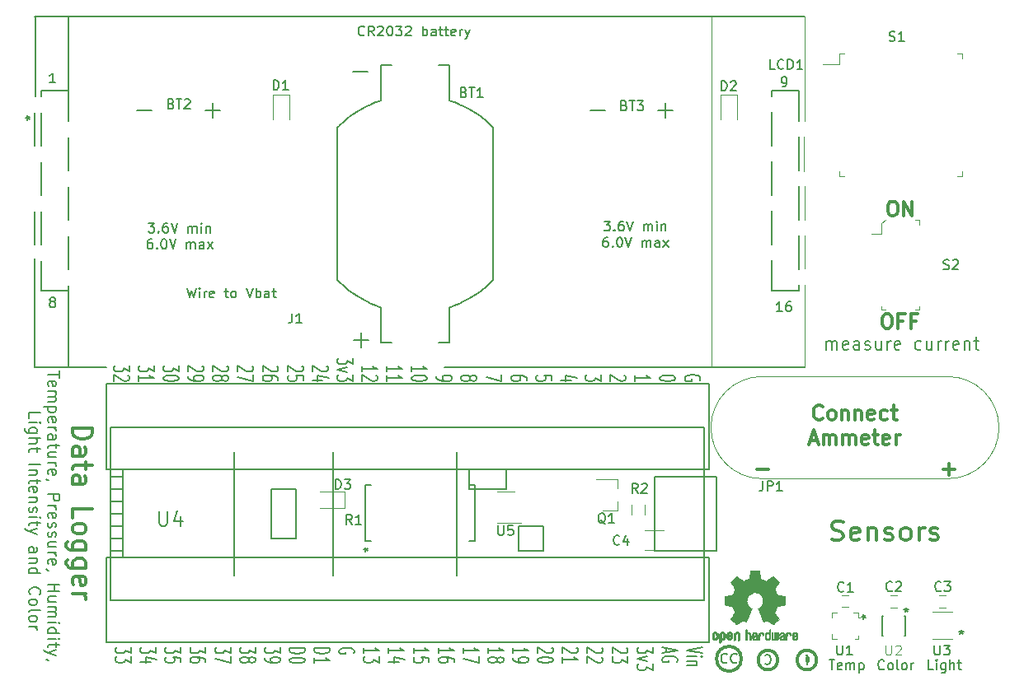
<source format=gto>
G04 #@! TF.GenerationSoftware,KiCad,Pcbnew,(5.1.4)-1*
G04 #@! TF.CreationDate,2020-02-11T19:18:12-08:00*
G04 #@! TF.ProjectId,Light_intensity_data_logger,4c696768-745f-4696-9e74-656e73697479,rev?*
G04 #@! TF.SameCoordinates,Original*
G04 #@! TF.FileFunction,Legend,Top*
G04 #@! TF.FilePolarity,Positive*
%FSLAX46Y46*%
G04 Gerber Fmt 4.6, Leading zero omitted, Abs format (unit mm)*
G04 Created by KiCad (PCBNEW (5.1.4)-1) date 2020-02-11 19:18:12*
%MOMM*%
%LPD*%
G04 APERTURE LIST*
%ADD10C,0.150000*%
%ADD11C,0.300000*%
%ADD12C,0.200000*%
%ADD13C,0.127000*%
%ADD14C,0.120000*%
%ADD15C,0.152400*%
%ADD16C,0.010000*%
%ADD17C,0.100000*%
%ADD18C,0.400000*%
%ADD19C,0.120218*%
G04 APERTURE END LIST*
D10*
X133175714Y-53497380D02*
X133794761Y-53497380D01*
X133461428Y-53878333D01*
X133604285Y-53878333D01*
X133699523Y-53925952D01*
X133747142Y-53973571D01*
X133794761Y-54068809D01*
X133794761Y-54306904D01*
X133747142Y-54402142D01*
X133699523Y-54449761D01*
X133604285Y-54497380D01*
X133318571Y-54497380D01*
X133223333Y-54449761D01*
X133175714Y-54402142D01*
X134223333Y-54402142D02*
X134270952Y-54449761D01*
X134223333Y-54497380D01*
X134175714Y-54449761D01*
X134223333Y-54402142D01*
X134223333Y-54497380D01*
X135128095Y-53497380D02*
X134937619Y-53497380D01*
X134842380Y-53545000D01*
X134794761Y-53592619D01*
X134699523Y-53735476D01*
X134651904Y-53925952D01*
X134651904Y-54306904D01*
X134699523Y-54402142D01*
X134747142Y-54449761D01*
X134842380Y-54497380D01*
X135032857Y-54497380D01*
X135128095Y-54449761D01*
X135175714Y-54402142D01*
X135223333Y-54306904D01*
X135223333Y-54068809D01*
X135175714Y-53973571D01*
X135128095Y-53925952D01*
X135032857Y-53878333D01*
X134842380Y-53878333D01*
X134747142Y-53925952D01*
X134699523Y-53973571D01*
X134651904Y-54068809D01*
X135509047Y-53497380D02*
X135842380Y-54497380D01*
X136175714Y-53497380D01*
X137270952Y-54497380D02*
X137270952Y-53830714D01*
X137270952Y-53925952D02*
X137318571Y-53878333D01*
X137413809Y-53830714D01*
X137556666Y-53830714D01*
X137651904Y-53878333D01*
X137699523Y-53973571D01*
X137699523Y-54497380D01*
X137699523Y-53973571D02*
X137747142Y-53878333D01*
X137842380Y-53830714D01*
X137985238Y-53830714D01*
X138080476Y-53878333D01*
X138128095Y-53973571D01*
X138128095Y-54497380D01*
X138604285Y-54497380D02*
X138604285Y-53830714D01*
X138604285Y-53497380D02*
X138556666Y-53545000D01*
X138604285Y-53592619D01*
X138651904Y-53545000D01*
X138604285Y-53497380D01*
X138604285Y-53592619D01*
X139080476Y-53830714D02*
X139080476Y-54497380D01*
X139080476Y-53925952D02*
X139128095Y-53878333D01*
X139223333Y-53830714D01*
X139366190Y-53830714D01*
X139461428Y-53878333D01*
X139509047Y-53973571D01*
X139509047Y-54497380D01*
X133532857Y-55147380D02*
X133342380Y-55147380D01*
X133247142Y-55195000D01*
X133199523Y-55242619D01*
X133104285Y-55385476D01*
X133056666Y-55575952D01*
X133056666Y-55956904D01*
X133104285Y-56052142D01*
X133151904Y-56099761D01*
X133247142Y-56147380D01*
X133437619Y-56147380D01*
X133532857Y-56099761D01*
X133580476Y-56052142D01*
X133628095Y-55956904D01*
X133628095Y-55718809D01*
X133580476Y-55623571D01*
X133532857Y-55575952D01*
X133437619Y-55528333D01*
X133247142Y-55528333D01*
X133151904Y-55575952D01*
X133104285Y-55623571D01*
X133056666Y-55718809D01*
X134056666Y-56052142D02*
X134104285Y-56099761D01*
X134056666Y-56147380D01*
X134009047Y-56099761D01*
X134056666Y-56052142D01*
X134056666Y-56147380D01*
X134723333Y-55147380D02*
X134818571Y-55147380D01*
X134913809Y-55195000D01*
X134961428Y-55242619D01*
X135009047Y-55337857D01*
X135056666Y-55528333D01*
X135056666Y-55766428D01*
X135009047Y-55956904D01*
X134961428Y-56052142D01*
X134913809Y-56099761D01*
X134818571Y-56147380D01*
X134723333Y-56147380D01*
X134628095Y-56099761D01*
X134580476Y-56052142D01*
X134532857Y-55956904D01*
X134485238Y-55766428D01*
X134485238Y-55528333D01*
X134532857Y-55337857D01*
X134580476Y-55242619D01*
X134628095Y-55195000D01*
X134723333Y-55147380D01*
X135342380Y-55147380D02*
X135675714Y-56147380D01*
X136009047Y-55147380D01*
X137104285Y-56147380D02*
X137104285Y-55480714D01*
X137104285Y-55575952D02*
X137151904Y-55528333D01*
X137247142Y-55480714D01*
X137390000Y-55480714D01*
X137485238Y-55528333D01*
X137532857Y-55623571D01*
X137532857Y-56147380D01*
X137532857Y-55623571D02*
X137580476Y-55528333D01*
X137675714Y-55480714D01*
X137818571Y-55480714D01*
X137913809Y-55528333D01*
X137961428Y-55623571D01*
X137961428Y-56147380D01*
X138866190Y-56147380D02*
X138866190Y-55623571D01*
X138818571Y-55528333D01*
X138723333Y-55480714D01*
X138532857Y-55480714D01*
X138437619Y-55528333D01*
X138866190Y-56099761D02*
X138770952Y-56147380D01*
X138532857Y-56147380D01*
X138437619Y-56099761D01*
X138390000Y-56004523D01*
X138390000Y-55909285D01*
X138437619Y-55814047D01*
X138532857Y-55766428D01*
X138770952Y-55766428D01*
X138866190Y-55718809D01*
X139247142Y-56147380D02*
X139770952Y-55480714D01*
X139247142Y-55480714D02*
X139770952Y-56147380D01*
X142985000Y-69884404D02*
X143061190Y-69789166D01*
X143061190Y-69646309D01*
X142985000Y-69503452D01*
X142832619Y-69408214D01*
X142680238Y-69360595D01*
X142375476Y-69312976D01*
X142146904Y-69312976D01*
X141842142Y-69360595D01*
X141689761Y-69408214D01*
X141537380Y-69503452D01*
X141461190Y-69646309D01*
X141461190Y-69741547D01*
X141537380Y-69884404D01*
X141613571Y-69932023D01*
X142146904Y-69932023D01*
X142146904Y-69741547D01*
X140511190Y-69598690D02*
X140511190Y-69693928D01*
X140435000Y-69789166D01*
X140358809Y-69836785D01*
X140206428Y-69884404D01*
X139901666Y-69932023D01*
X139520714Y-69932023D01*
X139215952Y-69884404D01*
X139063571Y-69836785D01*
X138987380Y-69789166D01*
X138911190Y-69693928D01*
X138911190Y-69598690D01*
X138987380Y-69503452D01*
X139063571Y-69455833D01*
X139215952Y-69408214D01*
X139520714Y-69360595D01*
X139901666Y-69360595D01*
X140206428Y-69408214D01*
X140358809Y-69455833D01*
X140435000Y-69503452D01*
X140511190Y-69598690D01*
X136361190Y-69932023D02*
X136361190Y-69360595D01*
X136361190Y-69646309D02*
X137961190Y-69646309D01*
X137732619Y-69551071D01*
X137580238Y-69455833D01*
X137504047Y-69360595D01*
X135258809Y-69360595D02*
X135335000Y-69408214D01*
X135411190Y-69503452D01*
X135411190Y-69741547D01*
X135335000Y-69836785D01*
X135258809Y-69884404D01*
X135106428Y-69932023D01*
X134954047Y-69932023D01*
X134725476Y-69884404D01*
X133811190Y-69312976D01*
X133811190Y-69932023D01*
X132861190Y-69312976D02*
X132861190Y-69932023D01*
X132251666Y-69598690D01*
X132251666Y-69741547D01*
X132175476Y-69836785D01*
X132099285Y-69884404D01*
X131946904Y-69932023D01*
X131565952Y-69932023D01*
X131413571Y-69884404D01*
X131337380Y-69836785D01*
X131261190Y-69741547D01*
X131261190Y-69455833D01*
X131337380Y-69360595D01*
X131413571Y-69312976D01*
X129777857Y-69836785D02*
X128711190Y-69836785D01*
X130387380Y-69598690D02*
X129244523Y-69360595D01*
X129244523Y-69979642D01*
X127761190Y-69884404D02*
X127761190Y-69408214D01*
X126999285Y-69360595D01*
X127075476Y-69408214D01*
X127151666Y-69503452D01*
X127151666Y-69741547D01*
X127075476Y-69836785D01*
X126999285Y-69884404D01*
X126846904Y-69932023D01*
X126465952Y-69932023D01*
X126313571Y-69884404D01*
X126237380Y-69836785D01*
X126161190Y-69741547D01*
X126161190Y-69503452D01*
X126237380Y-69408214D01*
X126313571Y-69360595D01*
X125211190Y-69836785D02*
X125211190Y-69646309D01*
X125135000Y-69551071D01*
X125058809Y-69503452D01*
X124830238Y-69408214D01*
X124525476Y-69360595D01*
X123915952Y-69360595D01*
X123763571Y-69408214D01*
X123687380Y-69455833D01*
X123611190Y-69551071D01*
X123611190Y-69741547D01*
X123687380Y-69836785D01*
X123763571Y-69884404D01*
X123915952Y-69932023D01*
X124296904Y-69932023D01*
X124449285Y-69884404D01*
X124525476Y-69836785D01*
X124601666Y-69741547D01*
X124601666Y-69551071D01*
X124525476Y-69455833D01*
X124449285Y-69408214D01*
X124296904Y-69360595D01*
X122661190Y-69312976D02*
X122661190Y-69979642D01*
X121061190Y-69551071D01*
X119425476Y-69551071D02*
X119501666Y-69455833D01*
X119577857Y-69408214D01*
X119730238Y-69360595D01*
X119806428Y-69360595D01*
X119958809Y-69408214D01*
X120035000Y-69455833D01*
X120111190Y-69551071D01*
X120111190Y-69741547D01*
X120035000Y-69836785D01*
X119958809Y-69884404D01*
X119806428Y-69932023D01*
X119730238Y-69932023D01*
X119577857Y-69884404D01*
X119501666Y-69836785D01*
X119425476Y-69741547D01*
X119425476Y-69551071D01*
X119349285Y-69455833D01*
X119273095Y-69408214D01*
X119120714Y-69360595D01*
X118815952Y-69360595D01*
X118663571Y-69408214D01*
X118587380Y-69455833D01*
X118511190Y-69551071D01*
X118511190Y-69741547D01*
X118587380Y-69836785D01*
X118663571Y-69884404D01*
X118815952Y-69932023D01*
X119120714Y-69932023D01*
X119273095Y-69884404D01*
X119349285Y-69836785D01*
X119425476Y-69741547D01*
X115961190Y-69455833D02*
X115961190Y-69646309D01*
X116037380Y-69741547D01*
X116113571Y-69789166D01*
X116342142Y-69884404D01*
X116646904Y-69932023D01*
X117256428Y-69932023D01*
X117408809Y-69884404D01*
X117485000Y-69836785D01*
X117561190Y-69741547D01*
X117561190Y-69551071D01*
X117485000Y-69455833D01*
X117408809Y-69408214D01*
X117256428Y-69360595D01*
X116875476Y-69360595D01*
X116723095Y-69408214D01*
X116646904Y-69455833D01*
X116570714Y-69551071D01*
X116570714Y-69741547D01*
X116646904Y-69836785D01*
X116723095Y-69884404D01*
X116875476Y-69932023D01*
X113411190Y-68979642D02*
X113411190Y-68408214D01*
X113411190Y-68693928D02*
X115011190Y-68693928D01*
X114782619Y-68598690D01*
X114630238Y-68503452D01*
X114554047Y-68408214D01*
X115011190Y-69598690D02*
X115011190Y-69693928D01*
X114935000Y-69789166D01*
X114858809Y-69836785D01*
X114706428Y-69884404D01*
X114401666Y-69932023D01*
X114020714Y-69932023D01*
X113715952Y-69884404D01*
X113563571Y-69836785D01*
X113487380Y-69789166D01*
X113411190Y-69693928D01*
X113411190Y-69598690D01*
X113487380Y-69503452D01*
X113563571Y-69455833D01*
X113715952Y-69408214D01*
X114020714Y-69360595D01*
X114401666Y-69360595D01*
X114706428Y-69408214D01*
X114858809Y-69455833D01*
X114935000Y-69503452D01*
X115011190Y-69598690D01*
X110861190Y-68979642D02*
X110861190Y-68408214D01*
X110861190Y-68693928D02*
X112461190Y-68693928D01*
X112232619Y-68598690D01*
X112080238Y-68503452D01*
X112004047Y-68408214D01*
X110861190Y-69932023D02*
X110861190Y-69360595D01*
X110861190Y-69646309D02*
X112461190Y-69646309D01*
X112232619Y-69551071D01*
X112080238Y-69455833D01*
X112004047Y-69360595D01*
X108311190Y-68979642D02*
X108311190Y-68408214D01*
X108311190Y-68693928D02*
X109911190Y-68693928D01*
X109682619Y-68598690D01*
X109530238Y-68503452D01*
X109454047Y-68408214D01*
X109758809Y-69360595D02*
X109835000Y-69408214D01*
X109911190Y-69503452D01*
X109911190Y-69741547D01*
X109835000Y-69836785D01*
X109758809Y-69884404D01*
X109606428Y-69932023D01*
X109454047Y-69932023D01*
X109225476Y-69884404D01*
X108311190Y-69312976D01*
X108311190Y-69932023D01*
X107361190Y-67598690D02*
X107361190Y-68217738D01*
X106751666Y-67884404D01*
X106751666Y-68027261D01*
X106675476Y-68122500D01*
X106599285Y-68170119D01*
X106446904Y-68217738D01*
X106065952Y-68217738D01*
X105913571Y-68170119D01*
X105837380Y-68122500D01*
X105761190Y-68027261D01*
X105761190Y-67741547D01*
X105837380Y-67646309D01*
X105913571Y-67598690D01*
X106827857Y-68551071D02*
X105761190Y-68789166D01*
X106827857Y-69027261D01*
X107361190Y-69312976D02*
X107361190Y-69932023D01*
X106751666Y-69598690D01*
X106751666Y-69741547D01*
X106675476Y-69836785D01*
X106599285Y-69884404D01*
X106446904Y-69932023D01*
X106065952Y-69932023D01*
X105913571Y-69884404D01*
X105837380Y-69836785D01*
X105761190Y-69741547D01*
X105761190Y-69455833D01*
X105837380Y-69360595D01*
X105913571Y-69312976D01*
X104658809Y-68408214D02*
X104735000Y-68455833D01*
X104811190Y-68551071D01*
X104811190Y-68789166D01*
X104735000Y-68884404D01*
X104658809Y-68932023D01*
X104506428Y-68979642D01*
X104354047Y-68979642D01*
X104125476Y-68932023D01*
X103211190Y-68360595D01*
X103211190Y-68979642D01*
X104277857Y-69836785D02*
X103211190Y-69836785D01*
X104887380Y-69598690D02*
X103744523Y-69360595D01*
X103744523Y-69979642D01*
X102108809Y-68408214D02*
X102185000Y-68455833D01*
X102261190Y-68551071D01*
X102261190Y-68789166D01*
X102185000Y-68884404D01*
X102108809Y-68932023D01*
X101956428Y-68979642D01*
X101804047Y-68979642D01*
X101575476Y-68932023D01*
X100661190Y-68360595D01*
X100661190Y-68979642D01*
X102261190Y-69884404D02*
X102261190Y-69408214D01*
X101499285Y-69360595D01*
X101575476Y-69408214D01*
X101651666Y-69503452D01*
X101651666Y-69741547D01*
X101575476Y-69836785D01*
X101499285Y-69884404D01*
X101346904Y-69932023D01*
X100965952Y-69932023D01*
X100813571Y-69884404D01*
X100737380Y-69836785D01*
X100661190Y-69741547D01*
X100661190Y-69503452D01*
X100737380Y-69408214D01*
X100813571Y-69360595D01*
X99558809Y-68408214D02*
X99635000Y-68455833D01*
X99711190Y-68551071D01*
X99711190Y-68789166D01*
X99635000Y-68884404D01*
X99558809Y-68932023D01*
X99406428Y-68979642D01*
X99254047Y-68979642D01*
X99025476Y-68932023D01*
X98111190Y-68360595D01*
X98111190Y-68979642D01*
X99711190Y-69836785D02*
X99711190Y-69646309D01*
X99635000Y-69551071D01*
X99558809Y-69503452D01*
X99330238Y-69408214D01*
X99025476Y-69360595D01*
X98415952Y-69360595D01*
X98263571Y-69408214D01*
X98187380Y-69455833D01*
X98111190Y-69551071D01*
X98111190Y-69741547D01*
X98187380Y-69836785D01*
X98263571Y-69884404D01*
X98415952Y-69932023D01*
X98796904Y-69932023D01*
X98949285Y-69884404D01*
X99025476Y-69836785D01*
X99101666Y-69741547D01*
X99101666Y-69551071D01*
X99025476Y-69455833D01*
X98949285Y-69408214D01*
X98796904Y-69360595D01*
X97008809Y-68408214D02*
X97085000Y-68455833D01*
X97161190Y-68551071D01*
X97161190Y-68789166D01*
X97085000Y-68884404D01*
X97008809Y-68932023D01*
X96856428Y-68979642D01*
X96704047Y-68979642D01*
X96475476Y-68932023D01*
X95561190Y-68360595D01*
X95561190Y-68979642D01*
X97161190Y-69312976D02*
X97161190Y-69979642D01*
X95561190Y-69551071D01*
X94458809Y-68408214D02*
X94535000Y-68455833D01*
X94611190Y-68551071D01*
X94611190Y-68789166D01*
X94535000Y-68884404D01*
X94458809Y-68932023D01*
X94306428Y-68979642D01*
X94154047Y-68979642D01*
X93925476Y-68932023D01*
X93011190Y-68360595D01*
X93011190Y-68979642D01*
X93925476Y-69551071D02*
X94001666Y-69455833D01*
X94077857Y-69408214D01*
X94230238Y-69360595D01*
X94306428Y-69360595D01*
X94458809Y-69408214D01*
X94535000Y-69455833D01*
X94611190Y-69551071D01*
X94611190Y-69741547D01*
X94535000Y-69836785D01*
X94458809Y-69884404D01*
X94306428Y-69932023D01*
X94230238Y-69932023D01*
X94077857Y-69884404D01*
X94001666Y-69836785D01*
X93925476Y-69741547D01*
X93925476Y-69551071D01*
X93849285Y-69455833D01*
X93773095Y-69408214D01*
X93620714Y-69360595D01*
X93315952Y-69360595D01*
X93163571Y-69408214D01*
X93087380Y-69455833D01*
X93011190Y-69551071D01*
X93011190Y-69741547D01*
X93087380Y-69836785D01*
X93163571Y-69884404D01*
X93315952Y-69932023D01*
X93620714Y-69932023D01*
X93773095Y-69884404D01*
X93849285Y-69836785D01*
X93925476Y-69741547D01*
X91908809Y-68408214D02*
X91985000Y-68455833D01*
X92061190Y-68551071D01*
X92061190Y-68789166D01*
X91985000Y-68884404D01*
X91908809Y-68932023D01*
X91756428Y-68979642D01*
X91604047Y-68979642D01*
X91375476Y-68932023D01*
X90461190Y-68360595D01*
X90461190Y-68979642D01*
X90461190Y-69455833D02*
X90461190Y-69646309D01*
X90537380Y-69741547D01*
X90613571Y-69789166D01*
X90842142Y-69884404D01*
X91146904Y-69932023D01*
X91756428Y-69932023D01*
X91908809Y-69884404D01*
X91985000Y-69836785D01*
X92061190Y-69741547D01*
X92061190Y-69551071D01*
X91985000Y-69455833D01*
X91908809Y-69408214D01*
X91756428Y-69360595D01*
X91375476Y-69360595D01*
X91223095Y-69408214D01*
X91146904Y-69455833D01*
X91070714Y-69551071D01*
X91070714Y-69741547D01*
X91146904Y-69836785D01*
X91223095Y-69884404D01*
X91375476Y-69932023D01*
X89511190Y-68360595D02*
X89511190Y-68979642D01*
X88901666Y-68646309D01*
X88901666Y-68789166D01*
X88825476Y-68884404D01*
X88749285Y-68932023D01*
X88596904Y-68979642D01*
X88215952Y-68979642D01*
X88063571Y-68932023D01*
X87987380Y-68884404D01*
X87911190Y-68789166D01*
X87911190Y-68503452D01*
X87987380Y-68408214D01*
X88063571Y-68360595D01*
X89511190Y-69598690D02*
X89511190Y-69693928D01*
X89435000Y-69789166D01*
X89358809Y-69836785D01*
X89206428Y-69884404D01*
X88901666Y-69932023D01*
X88520714Y-69932023D01*
X88215952Y-69884404D01*
X88063571Y-69836785D01*
X87987380Y-69789166D01*
X87911190Y-69693928D01*
X87911190Y-69598690D01*
X87987380Y-69503452D01*
X88063571Y-69455833D01*
X88215952Y-69408214D01*
X88520714Y-69360595D01*
X88901666Y-69360595D01*
X89206428Y-69408214D01*
X89358809Y-69455833D01*
X89435000Y-69503452D01*
X89511190Y-69598690D01*
X86961190Y-68360595D02*
X86961190Y-68979642D01*
X86351666Y-68646309D01*
X86351666Y-68789166D01*
X86275476Y-68884404D01*
X86199285Y-68932023D01*
X86046904Y-68979642D01*
X85665952Y-68979642D01*
X85513571Y-68932023D01*
X85437380Y-68884404D01*
X85361190Y-68789166D01*
X85361190Y-68503452D01*
X85437380Y-68408214D01*
X85513571Y-68360595D01*
X85361190Y-69932023D02*
X85361190Y-69360595D01*
X85361190Y-69646309D02*
X86961190Y-69646309D01*
X86732619Y-69551071D01*
X86580238Y-69455833D01*
X86504047Y-69360595D01*
X84411190Y-68360595D02*
X84411190Y-68979642D01*
X83801666Y-68646309D01*
X83801666Y-68789166D01*
X83725476Y-68884404D01*
X83649285Y-68932023D01*
X83496904Y-68979642D01*
X83115952Y-68979642D01*
X82963571Y-68932023D01*
X82887380Y-68884404D01*
X82811190Y-68789166D01*
X82811190Y-68503452D01*
X82887380Y-68408214D01*
X82963571Y-68360595D01*
X84258809Y-69360595D02*
X84335000Y-69408214D01*
X84411190Y-69503452D01*
X84411190Y-69741547D01*
X84335000Y-69836785D01*
X84258809Y-69884404D01*
X84106428Y-69932023D01*
X83954047Y-69932023D01*
X83725476Y-69884404D01*
X82811190Y-69312976D01*
X82811190Y-69932023D01*
D11*
X78625238Y-74773333D02*
X80625238Y-74773333D01*
X80625238Y-75249523D01*
X80530000Y-75535238D01*
X80339523Y-75725714D01*
X80149047Y-75820952D01*
X79768095Y-75916190D01*
X79482380Y-75916190D01*
X79101428Y-75820952D01*
X78910952Y-75725714D01*
X78720476Y-75535238D01*
X78625238Y-75249523D01*
X78625238Y-74773333D01*
X78625238Y-77630476D02*
X79672857Y-77630476D01*
X79863333Y-77535238D01*
X79958571Y-77344761D01*
X79958571Y-76963809D01*
X79863333Y-76773333D01*
X78720476Y-77630476D02*
X78625238Y-77440000D01*
X78625238Y-76963809D01*
X78720476Y-76773333D01*
X78910952Y-76678095D01*
X79101428Y-76678095D01*
X79291904Y-76773333D01*
X79387142Y-76963809D01*
X79387142Y-77440000D01*
X79482380Y-77630476D01*
X79958571Y-78297142D02*
X79958571Y-79059047D01*
X80625238Y-78582857D02*
X78910952Y-78582857D01*
X78720476Y-78678095D01*
X78625238Y-78868571D01*
X78625238Y-79059047D01*
X78625238Y-80582857D02*
X79672857Y-80582857D01*
X79863333Y-80487619D01*
X79958571Y-80297142D01*
X79958571Y-79916190D01*
X79863333Y-79725714D01*
X78720476Y-80582857D02*
X78625238Y-80392380D01*
X78625238Y-79916190D01*
X78720476Y-79725714D01*
X78910952Y-79630476D01*
X79101428Y-79630476D01*
X79291904Y-79725714D01*
X79387142Y-79916190D01*
X79387142Y-80392380D01*
X79482380Y-80582857D01*
X78625238Y-84011428D02*
X78625238Y-83059047D01*
X80625238Y-83059047D01*
X78625238Y-84963809D02*
X78720476Y-84773333D01*
X78815714Y-84678095D01*
X79006190Y-84582857D01*
X79577619Y-84582857D01*
X79768095Y-84678095D01*
X79863333Y-84773333D01*
X79958571Y-84963809D01*
X79958571Y-85249523D01*
X79863333Y-85440000D01*
X79768095Y-85535238D01*
X79577619Y-85630476D01*
X79006190Y-85630476D01*
X78815714Y-85535238D01*
X78720476Y-85440000D01*
X78625238Y-85249523D01*
X78625238Y-84963809D01*
X79958571Y-87344761D02*
X78339523Y-87344761D01*
X78149047Y-87249523D01*
X78053809Y-87154285D01*
X77958571Y-86963809D01*
X77958571Y-86678095D01*
X78053809Y-86487619D01*
X78720476Y-87344761D02*
X78625238Y-87154285D01*
X78625238Y-86773333D01*
X78720476Y-86582857D01*
X78815714Y-86487619D01*
X79006190Y-86392380D01*
X79577619Y-86392380D01*
X79768095Y-86487619D01*
X79863333Y-86582857D01*
X79958571Y-86773333D01*
X79958571Y-87154285D01*
X79863333Y-87344761D01*
X79958571Y-89154285D02*
X78339523Y-89154285D01*
X78149047Y-89059047D01*
X78053809Y-88963809D01*
X77958571Y-88773333D01*
X77958571Y-88487619D01*
X78053809Y-88297142D01*
X78720476Y-89154285D02*
X78625238Y-88963809D01*
X78625238Y-88582857D01*
X78720476Y-88392380D01*
X78815714Y-88297142D01*
X79006190Y-88201904D01*
X79577619Y-88201904D01*
X79768095Y-88297142D01*
X79863333Y-88392380D01*
X79958571Y-88582857D01*
X79958571Y-88963809D01*
X79863333Y-89154285D01*
X78720476Y-90868571D02*
X78625238Y-90678095D01*
X78625238Y-90297142D01*
X78720476Y-90106666D01*
X78910952Y-90011428D01*
X79672857Y-90011428D01*
X79863333Y-90106666D01*
X79958571Y-90297142D01*
X79958571Y-90678095D01*
X79863333Y-90868571D01*
X79672857Y-90963809D01*
X79482380Y-90963809D01*
X79291904Y-90011428D01*
X78625238Y-91820952D02*
X79958571Y-91820952D01*
X79577619Y-91820952D02*
X79768095Y-91916190D01*
X79863333Y-92011428D01*
X79958571Y-92201904D01*
X79958571Y-92392380D01*
D10*
X77272142Y-68900000D02*
X77272142Y-69585714D01*
X76072142Y-69242857D02*
X77272142Y-69242857D01*
X76129285Y-70442857D02*
X76072142Y-70328571D01*
X76072142Y-70100000D01*
X76129285Y-69985714D01*
X76243571Y-69928571D01*
X76700714Y-69928571D01*
X76815000Y-69985714D01*
X76872142Y-70100000D01*
X76872142Y-70328571D01*
X76815000Y-70442857D01*
X76700714Y-70500000D01*
X76586428Y-70500000D01*
X76472142Y-69928571D01*
X76072142Y-71014285D02*
X76872142Y-71014285D01*
X76757857Y-71014285D02*
X76815000Y-71071428D01*
X76872142Y-71185714D01*
X76872142Y-71357142D01*
X76815000Y-71471428D01*
X76700714Y-71528571D01*
X76072142Y-71528571D01*
X76700714Y-71528571D02*
X76815000Y-71585714D01*
X76872142Y-71700000D01*
X76872142Y-71871428D01*
X76815000Y-71985714D01*
X76700714Y-72042857D01*
X76072142Y-72042857D01*
X76872142Y-72614285D02*
X75672142Y-72614285D01*
X76815000Y-72614285D02*
X76872142Y-72728571D01*
X76872142Y-72957142D01*
X76815000Y-73071428D01*
X76757857Y-73128571D01*
X76643571Y-73185714D01*
X76300714Y-73185714D01*
X76186428Y-73128571D01*
X76129285Y-73071428D01*
X76072142Y-72957142D01*
X76072142Y-72728571D01*
X76129285Y-72614285D01*
X76129285Y-74157142D02*
X76072142Y-74042857D01*
X76072142Y-73814285D01*
X76129285Y-73700000D01*
X76243571Y-73642857D01*
X76700714Y-73642857D01*
X76815000Y-73700000D01*
X76872142Y-73814285D01*
X76872142Y-74042857D01*
X76815000Y-74157142D01*
X76700714Y-74214285D01*
X76586428Y-74214285D01*
X76472142Y-73642857D01*
X76072142Y-74728571D02*
X76872142Y-74728571D01*
X76643571Y-74728571D02*
X76757857Y-74785714D01*
X76815000Y-74842857D01*
X76872142Y-74957142D01*
X76872142Y-75071428D01*
X76072142Y-75985714D02*
X76700714Y-75985714D01*
X76815000Y-75928571D01*
X76872142Y-75814285D01*
X76872142Y-75585714D01*
X76815000Y-75471428D01*
X76129285Y-75985714D02*
X76072142Y-75871428D01*
X76072142Y-75585714D01*
X76129285Y-75471428D01*
X76243571Y-75414285D01*
X76357857Y-75414285D01*
X76472142Y-75471428D01*
X76529285Y-75585714D01*
X76529285Y-75871428D01*
X76586428Y-75985714D01*
X76872142Y-76385714D02*
X76872142Y-76842857D01*
X77272142Y-76557142D02*
X76243571Y-76557142D01*
X76129285Y-76614285D01*
X76072142Y-76728571D01*
X76072142Y-76842857D01*
X76872142Y-77757142D02*
X76072142Y-77757142D01*
X76872142Y-77242857D02*
X76243571Y-77242857D01*
X76129285Y-77300000D01*
X76072142Y-77414285D01*
X76072142Y-77585714D01*
X76129285Y-77700000D01*
X76186428Y-77757142D01*
X76072142Y-78328571D02*
X76872142Y-78328571D01*
X76643571Y-78328571D02*
X76757857Y-78385714D01*
X76815000Y-78442857D01*
X76872142Y-78557142D01*
X76872142Y-78671428D01*
X76129285Y-79528571D02*
X76072142Y-79414285D01*
X76072142Y-79185714D01*
X76129285Y-79071428D01*
X76243571Y-79014285D01*
X76700714Y-79014285D01*
X76815000Y-79071428D01*
X76872142Y-79185714D01*
X76872142Y-79414285D01*
X76815000Y-79528571D01*
X76700714Y-79585714D01*
X76586428Y-79585714D01*
X76472142Y-79014285D01*
X76129285Y-80157142D02*
X76072142Y-80157142D01*
X75957857Y-80100000D01*
X75900714Y-80042857D01*
X76072142Y-81585714D02*
X77272142Y-81585714D01*
X77272142Y-82042857D01*
X77215000Y-82157142D01*
X77157857Y-82214285D01*
X77043571Y-82271428D01*
X76872142Y-82271428D01*
X76757857Y-82214285D01*
X76700714Y-82157142D01*
X76643571Y-82042857D01*
X76643571Y-81585714D01*
X76072142Y-82785714D02*
X76872142Y-82785714D01*
X76643571Y-82785714D02*
X76757857Y-82842857D01*
X76815000Y-82900000D01*
X76872142Y-83014285D01*
X76872142Y-83128571D01*
X76129285Y-83985714D02*
X76072142Y-83871428D01*
X76072142Y-83642857D01*
X76129285Y-83528571D01*
X76243571Y-83471428D01*
X76700714Y-83471428D01*
X76815000Y-83528571D01*
X76872142Y-83642857D01*
X76872142Y-83871428D01*
X76815000Y-83985714D01*
X76700714Y-84042857D01*
X76586428Y-84042857D01*
X76472142Y-83471428D01*
X76129285Y-84500000D02*
X76072142Y-84614285D01*
X76072142Y-84842857D01*
X76129285Y-84957142D01*
X76243571Y-85014285D01*
X76300714Y-85014285D01*
X76415000Y-84957142D01*
X76472142Y-84842857D01*
X76472142Y-84671428D01*
X76529285Y-84557142D01*
X76643571Y-84500000D01*
X76700714Y-84500000D01*
X76815000Y-84557142D01*
X76872142Y-84671428D01*
X76872142Y-84842857D01*
X76815000Y-84957142D01*
X76129285Y-85471428D02*
X76072142Y-85585714D01*
X76072142Y-85814285D01*
X76129285Y-85928571D01*
X76243571Y-85985714D01*
X76300714Y-85985714D01*
X76415000Y-85928571D01*
X76472142Y-85814285D01*
X76472142Y-85642857D01*
X76529285Y-85528571D01*
X76643571Y-85471428D01*
X76700714Y-85471428D01*
X76815000Y-85528571D01*
X76872142Y-85642857D01*
X76872142Y-85814285D01*
X76815000Y-85928571D01*
X76872142Y-87014285D02*
X76072142Y-87014285D01*
X76872142Y-86500000D02*
X76243571Y-86500000D01*
X76129285Y-86557142D01*
X76072142Y-86671428D01*
X76072142Y-86842857D01*
X76129285Y-86957142D01*
X76186428Y-87014285D01*
X76072142Y-87585714D02*
X76872142Y-87585714D01*
X76643571Y-87585714D02*
X76757857Y-87642857D01*
X76815000Y-87700000D01*
X76872142Y-87814285D01*
X76872142Y-87928571D01*
X76129285Y-88785714D02*
X76072142Y-88671428D01*
X76072142Y-88442857D01*
X76129285Y-88328571D01*
X76243571Y-88271428D01*
X76700714Y-88271428D01*
X76815000Y-88328571D01*
X76872142Y-88442857D01*
X76872142Y-88671428D01*
X76815000Y-88785714D01*
X76700714Y-88842857D01*
X76586428Y-88842857D01*
X76472142Y-88271428D01*
X76129285Y-89414285D02*
X76072142Y-89414285D01*
X75957857Y-89357142D01*
X75900714Y-89300000D01*
X76072142Y-90842857D02*
X77272142Y-90842857D01*
X76700714Y-90842857D02*
X76700714Y-91528571D01*
X76072142Y-91528571D02*
X77272142Y-91528571D01*
X76872142Y-92614285D02*
X76072142Y-92614285D01*
X76872142Y-92100000D02*
X76243571Y-92100000D01*
X76129285Y-92157142D01*
X76072142Y-92271428D01*
X76072142Y-92442857D01*
X76129285Y-92557142D01*
X76186428Y-92614285D01*
X76072142Y-93185714D02*
X76872142Y-93185714D01*
X76757857Y-93185714D02*
X76815000Y-93242857D01*
X76872142Y-93357142D01*
X76872142Y-93528571D01*
X76815000Y-93642857D01*
X76700714Y-93700000D01*
X76072142Y-93700000D01*
X76700714Y-93700000D02*
X76815000Y-93757142D01*
X76872142Y-93871428D01*
X76872142Y-94042857D01*
X76815000Y-94157142D01*
X76700714Y-94214285D01*
X76072142Y-94214285D01*
X76072142Y-94785714D02*
X76872142Y-94785714D01*
X77272142Y-94785714D02*
X77215000Y-94728571D01*
X77157857Y-94785714D01*
X77215000Y-94842857D01*
X77272142Y-94785714D01*
X77157857Y-94785714D01*
X76072142Y-95871428D02*
X77272142Y-95871428D01*
X76129285Y-95871428D02*
X76072142Y-95757142D01*
X76072142Y-95528571D01*
X76129285Y-95414285D01*
X76186428Y-95357142D01*
X76300714Y-95300000D01*
X76643571Y-95300000D01*
X76757857Y-95357142D01*
X76815000Y-95414285D01*
X76872142Y-95528571D01*
X76872142Y-95757142D01*
X76815000Y-95871428D01*
X76072142Y-96442857D02*
X76872142Y-96442857D01*
X77272142Y-96442857D02*
X77215000Y-96385714D01*
X77157857Y-96442857D01*
X77215000Y-96500000D01*
X77272142Y-96442857D01*
X77157857Y-96442857D01*
X76872142Y-96842857D02*
X76872142Y-97300000D01*
X77272142Y-97014285D02*
X76243571Y-97014285D01*
X76129285Y-97071428D01*
X76072142Y-97185714D01*
X76072142Y-97300000D01*
X76872142Y-97585714D02*
X76072142Y-97871428D01*
X76872142Y-98157142D02*
X76072142Y-97871428D01*
X75786428Y-97757142D01*
X75729285Y-97700000D01*
X75672142Y-97585714D01*
X76129285Y-98671428D02*
X76072142Y-98671428D01*
X75957857Y-98614285D01*
X75900714Y-98557142D01*
X74122142Y-73785714D02*
X74122142Y-73214285D01*
X75322142Y-73214285D01*
X74122142Y-74185714D02*
X74922142Y-74185714D01*
X75322142Y-74185714D02*
X75265000Y-74128571D01*
X75207857Y-74185714D01*
X75265000Y-74242857D01*
X75322142Y-74185714D01*
X75207857Y-74185714D01*
X74922142Y-75271428D02*
X73950714Y-75271428D01*
X73836428Y-75214285D01*
X73779285Y-75157142D01*
X73722142Y-75042857D01*
X73722142Y-74871428D01*
X73779285Y-74757142D01*
X74179285Y-75271428D02*
X74122142Y-75157142D01*
X74122142Y-74928571D01*
X74179285Y-74814285D01*
X74236428Y-74757142D01*
X74350714Y-74700000D01*
X74693571Y-74700000D01*
X74807857Y-74757142D01*
X74865000Y-74814285D01*
X74922142Y-74928571D01*
X74922142Y-75157142D01*
X74865000Y-75271428D01*
X74122142Y-75842857D02*
X75322142Y-75842857D01*
X74122142Y-76357142D02*
X74750714Y-76357142D01*
X74865000Y-76300000D01*
X74922142Y-76185714D01*
X74922142Y-76014285D01*
X74865000Y-75900000D01*
X74807857Y-75842857D01*
X74922142Y-76757142D02*
X74922142Y-77214285D01*
X75322142Y-76928571D02*
X74293571Y-76928571D01*
X74179285Y-76985714D01*
X74122142Y-77100000D01*
X74122142Y-77214285D01*
X74122142Y-78528571D02*
X75322142Y-78528571D01*
X74922142Y-79100000D02*
X74122142Y-79100000D01*
X74807857Y-79100000D02*
X74865000Y-79157142D01*
X74922142Y-79271428D01*
X74922142Y-79442857D01*
X74865000Y-79557142D01*
X74750714Y-79614285D01*
X74122142Y-79614285D01*
X74922142Y-80014285D02*
X74922142Y-80471428D01*
X75322142Y-80185714D02*
X74293571Y-80185714D01*
X74179285Y-80242857D01*
X74122142Y-80357142D01*
X74122142Y-80471428D01*
X74179285Y-81328571D02*
X74122142Y-81214285D01*
X74122142Y-80985714D01*
X74179285Y-80871428D01*
X74293571Y-80814285D01*
X74750714Y-80814285D01*
X74865000Y-80871428D01*
X74922142Y-80985714D01*
X74922142Y-81214285D01*
X74865000Y-81328571D01*
X74750714Y-81385714D01*
X74636428Y-81385714D01*
X74522142Y-80814285D01*
X74922142Y-81900000D02*
X74122142Y-81900000D01*
X74807857Y-81900000D02*
X74865000Y-81957142D01*
X74922142Y-82071428D01*
X74922142Y-82242857D01*
X74865000Y-82357142D01*
X74750714Y-82414285D01*
X74122142Y-82414285D01*
X74179285Y-82928571D02*
X74122142Y-83042857D01*
X74122142Y-83271428D01*
X74179285Y-83385714D01*
X74293571Y-83442857D01*
X74350714Y-83442857D01*
X74465000Y-83385714D01*
X74522142Y-83271428D01*
X74522142Y-83100000D01*
X74579285Y-82985714D01*
X74693571Y-82928571D01*
X74750714Y-82928571D01*
X74865000Y-82985714D01*
X74922142Y-83100000D01*
X74922142Y-83271428D01*
X74865000Y-83385714D01*
X74122142Y-83957142D02*
X74922142Y-83957142D01*
X75322142Y-83957142D02*
X75265000Y-83900000D01*
X75207857Y-83957142D01*
X75265000Y-84014285D01*
X75322142Y-83957142D01*
X75207857Y-83957142D01*
X74922142Y-84357142D02*
X74922142Y-84814285D01*
X75322142Y-84528571D02*
X74293571Y-84528571D01*
X74179285Y-84585714D01*
X74122142Y-84700000D01*
X74122142Y-84814285D01*
X74922142Y-85100000D02*
X74122142Y-85385714D01*
X74922142Y-85671428D02*
X74122142Y-85385714D01*
X73836428Y-85271428D01*
X73779285Y-85214285D01*
X73722142Y-85100000D01*
X74122142Y-87557142D02*
X74750714Y-87557142D01*
X74865000Y-87500000D01*
X74922142Y-87385714D01*
X74922142Y-87157142D01*
X74865000Y-87042857D01*
X74179285Y-87557142D02*
X74122142Y-87442857D01*
X74122142Y-87157142D01*
X74179285Y-87042857D01*
X74293571Y-86985714D01*
X74407857Y-86985714D01*
X74522142Y-87042857D01*
X74579285Y-87157142D01*
X74579285Y-87442857D01*
X74636428Y-87557142D01*
X74922142Y-88128571D02*
X74122142Y-88128571D01*
X74807857Y-88128571D02*
X74865000Y-88185714D01*
X74922142Y-88300000D01*
X74922142Y-88471428D01*
X74865000Y-88585714D01*
X74750714Y-88642857D01*
X74122142Y-88642857D01*
X74122142Y-89728571D02*
X75322142Y-89728571D01*
X74179285Y-89728571D02*
X74122142Y-89614285D01*
X74122142Y-89385714D01*
X74179285Y-89271428D01*
X74236428Y-89214285D01*
X74350714Y-89157142D01*
X74693571Y-89157142D01*
X74807857Y-89214285D01*
X74865000Y-89271428D01*
X74922142Y-89385714D01*
X74922142Y-89614285D01*
X74865000Y-89728571D01*
X74236428Y-91900000D02*
X74179285Y-91842857D01*
X74122142Y-91671428D01*
X74122142Y-91557142D01*
X74179285Y-91385714D01*
X74293571Y-91271428D01*
X74407857Y-91214285D01*
X74636428Y-91157142D01*
X74807857Y-91157142D01*
X75036428Y-91214285D01*
X75150714Y-91271428D01*
X75265000Y-91385714D01*
X75322142Y-91557142D01*
X75322142Y-91671428D01*
X75265000Y-91842857D01*
X75207857Y-91900000D01*
X74122142Y-92585714D02*
X74179285Y-92471428D01*
X74236428Y-92414285D01*
X74350714Y-92357142D01*
X74693571Y-92357142D01*
X74807857Y-92414285D01*
X74865000Y-92471428D01*
X74922142Y-92585714D01*
X74922142Y-92757142D01*
X74865000Y-92871428D01*
X74807857Y-92928571D01*
X74693571Y-92985714D01*
X74350714Y-92985714D01*
X74236428Y-92928571D01*
X74179285Y-92871428D01*
X74122142Y-92757142D01*
X74122142Y-92585714D01*
X74122142Y-93671428D02*
X74179285Y-93557142D01*
X74293571Y-93500000D01*
X75322142Y-93500000D01*
X74122142Y-94300000D02*
X74179285Y-94185714D01*
X74236428Y-94128571D01*
X74350714Y-94071428D01*
X74693571Y-94071428D01*
X74807857Y-94128571D01*
X74865000Y-94185714D01*
X74922142Y-94300000D01*
X74922142Y-94471428D01*
X74865000Y-94585714D01*
X74807857Y-94642857D01*
X74693571Y-94700000D01*
X74350714Y-94700000D01*
X74236428Y-94642857D01*
X74179285Y-94585714D01*
X74122142Y-94471428D01*
X74122142Y-94300000D01*
X74122142Y-95214285D02*
X74922142Y-95214285D01*
X74693571Y-95214285D02*
X74807857Y-95271428D01*
X74865000Y-95328571D01*
X74922142Y-95442857D01*
X74922142Y-95557142D01*
X156001904Y-66708095D02*
X156001904Y-65841428D01*
X156001904Y-65965238D02*
X156063809Y-65903333D01*
X156187619Y-65841428D01*
X156373333Y-65841428D01*
X156497142Y-65903333D01*
X156559047Y-66027142D01*
X156559047Y-66708095D01*
X156559047Y-66027142D02*
X156620952Y-65903333D01*
X156744761Y-65841428D01*
X156930476Y-65841428D01*
X157054285Y-65903333D01*
X157116190Y-66027142D01*
X157116190Y-66708095D01*
X158230476Y-66646190D02*
X158106666Y-66708095D01*
X157859047Y-66708095D01*
X157735238Y-66646190D01*
X157673333Y-66522380D01*
X157673333Y-66027142D01*
X157735238Y-65903333D01*
X157859047Y-65841428D01*
X158106666Y-65841428D01*
X158230476Y-65903333D01*
X158292380Y-66027142D01*
X158292380Y-66150952D01*
X157673333Y-66274761D01*
X159406666Y-66708095D02*
X159406666Y-66027142D01*
X159344761Y-65903333D01*
X159220952Y-65841428D01*
X158973333Y-65841428D01*
X158849523Y-65903333D01*
X159406666Y-66646190D02*
X159282857Y-66708095D01*
X158973333Y-66708095D01*
X158849523Y-66646190D01*
X158787619Y-66522380D01*
X158787619Y-66398571D01*
X158849523Y-66274761D01*
X158973333Y-66212857D01*
X159282857Y-66212857D01*
X159406666Y-66150952D01*
X159963809Y-66646190D02*
X160087619Y-66708095D01*
X160335238Y-66708095D01*
X160459047Y-66646190D01*
X160520952Y-66522380D01*
X160520952Y-66460476D01*
X160459047Y-66336666D01*
X160335238Y-66274761D01*
X160149523Y-66274761D01*
X160025714Y-66212857D01*
X159963809Y-66089047D01*
X159963809Y-66027142D01*
X160025714Y-65903333D01*
X160149523Y-65841428D01*
X160335238Y-65841428D01*
X160459047Y-65903333D01*
X161635238Y-65841428D02*
X161635238Y-66708095D01*
X161078095Y-65841428D02*
X161078095Y-66522380D01*
X161140000Y-66646190D01*
X161263809Y-66708095D01*
X161449523Y-66708095D01*
X161573333Y-66646190D01*
X161635238Y-66584285D01*
X162254285Y-66708095D02*
X162254285Y-65841428D01*
X162254285Y-66089047D02*
X162316190Y-65965238D01*
X162378095Y-65903333D01*
X162501904Y-65841428D01*
X162625714Y-65841428D01*
X163554285Y-66646190D02*
X163430476Y-66708095D01*
X163182857Y-66708095D01*
X163059047Y-66646190D01*
X162997142Y-66522380D01*
X162997142Y-66027142D01*
X163059047Y-65903333D01*
X163182857Y-65841428D01*
X163430476Y-65841428D01*
X163554285Y-65903333D01*
X163616190Y-66027142D01*
X163616190Y-66150952D01*
X162997142Y-66274761D01*
X165720952Y-66646190D02*
X165597142Y-66708095D01*
X165349523Y-66708095D01*
X165225714Y-66646190D01*
X165163809Y-66584285D01*
X165101904Y-66460476D01*
X165101904Y-66089047D01*
X165163809Y-65965238D01*
X165225714Y-65903333D01*
X165349523Y-65841428D01*
X165597142Y-65841428D01*
X165720952Y-65903333D01*
X166835238Y-65841428D02*
X166835238Y-66708095D01*
X166278095Y-65841428D02*
X166278095Y-66522380D01*
X166340000Y-66646190D01*
X166463809Y-66708095D01*
X166649523Y-66708095D01*
X166773333Y-66646190D01*
X166835238Y-66584285D01*
X167454285Y-66708095D02*
X167454285Y-65841428D01*
X167454285Y-66089047D02*
X167516190Y-65965238D01*
X167578095Y-65903333D01*
X167701904Y-65841428D01*
X167825714Y-65841428D01*
X168259047Y-66708095D02*
X168259047Y-65841428D01*
X168259047Y-66089047D02*
X168320952Y-65965238D01*
X168382857Y-65903333D01*
X168506666Y-65841428D01*
X168630476Y-65841428D01*
X169559047Y-66646190D02*
X169435238Y-66708095D01*
X169187619Y-66708095D01*
X169063809Y-66646190D01*
X169001904Y-66522380D01*
X169001904Y-66027142D01*
X169063809Y-65903333D01*
X169187619Y-65841428D01*
X169435238Y-65841428D01*
X169559047Y-65903333D01*
X169620952Y-66027142D01*
X169620952Y-66150952D01*
X169001904Y-66274761D01*
X170178095Y-65841428D02*
X170178095Y-66708095D01*
X170178095Y-65965238D02*
X170240000Y-65903333D01*
X170363809Y-65841428D01*
X170549523Y-65841428D01*
X170673333Y-65903333D01*
X170735238Y-66027142D01*
X170735238Y-66708095D01*
X171168571Y-65841428D02*
X171663809Y-65841428D01*
X171354285Y-65408095D02*
X171354285Y-66522380D01*
X171416190Y-66646190D01*
X171540000Y-66708095D01*
X171663809Y-66708095D01*
X90396190Y-60362380D02*
X90634285Y-61362380D01*
X90824761Y-60648095D01*
X91015238Y-61362380D01*
X91253333Y-60362380D01*
X91634285Y-61362380D02*
X91634285Y-60695714D01*
X91634285Y-60362380D02*
X91586666Y-60410000D01*
X91634285Y-60457619D01*
X91681904Y-60410000D01*
X91634285Y-60362380D01*
X91634285Y-60457619D01*
X92110476Y-61362380D02*
X92110476Y-60695714D01*
X92110476Y-60886190D02*
X92158095Y-60790952D01*
X92205714Y-60743333D01*
X92300952Y-60695714D01*
X92396190Y-60695714D01*
X93110476Y-61314761D02*
X93015238Y-61362380D01*
X92824761Y-61362380D01*
X92729523Y-61314761D01*
X92681904Y-61219523D01*
X92681904Y-60838571D01*
X92729523Y-60743333D01*
X92824761Y-60695714D01*
X93015238Y-60695714D01*
X93110476Y-60743333D01*
X93158095Y-60838571D01*
X93158095Y-60933809D01*
X92681904Y-61029047D01*
X94205714Y-60695714D02*
X94586666Y-60695714D01*
X94348571Y-60362380D02*
X94348571Y-61219523D01*
X94396190Y-61314761D01*
X94491428Y-61362380D01*
X94586666Y-61362380D01*
X95062857Y-61362380D02*
X94967619Y-61314761D01*
X94920000Y-61267142D01*
X94872380Y-61171904D01*
X94872380Y-60886190D01*
X94920000Y-60790952D01*
X94967619Y-60743333D01*
X95062857Y-60695714D01*
X95205714Y-60695714D01*
X95300952Y-60743333D01*
X95348571Y-60790952D01*
X95396190Y-60886190D01*
X95396190Y-61171904D01*
X95348571Y-61267142D01*
X95300952Y-61314761D01*
X95205714Y-61362380D01*
X95062857Y-61362380D01*
X96443809Y-60362380D02*
X96777142Y-61362380D01*
X97110476Y-60362380D01*
X97443809Y-61362380D02*
X97443809Y-60362380D01*
X97443809Y-60743333D02*
X97539047Y-60695714D01*
X97729523Y-60695714D01*
X97824761Y-60743333D01*
X97872380Y-60790952D01*
X97920000Y-60886190D01*
X97920000Y-61171904D01*
X97872380Y-61267142D01*
X97824761Y-61314761D01*
X97729523Y-61362380D01*
X97539047Y-61362380D01*
X97443809Y-61314761D01*
X98777142Y-61362380D02*
X98777142Y-60838571D01*
X98729523Y-60743333D01*
X98634285Y-60695714D01*
X98443809Y-60695714D01*
X98348571Y-60743333D01*
X98777142Y-61314761D02*
X98681904Y-61362380D01*
X98443809Y-61362380D01*
X98348571Y-61314761D01*
X98300952Y-61219523D01*
X98300952Y-61124285D01*
X98348571Y-61029047D01*
X98443809Y-60981428D01*
X98681904Y-60981428D01*
X98777142Y-60933809D01*
X99110476Y-60695714D02*
X99491428Y-60695714D01*
X99253333Y-60362380D02*
X99253333Y-61219523D01*
X99300952Y-61314761D01*
X99396190Y-61362380D01*
X99491428Y-61362380D01*
X86385714Y-53687380D02*
X87004761Y-53687380D01*
X86671428Y-54068333D01*
X86814285Y-54068333D01*
X86909523Y-54115952D01*
X86957142Y-54163571D01*
X87004761Y-54258809D01*
X87004761Y-54496904D01*
X86957142Y-54592142D01*
X86909523Y-54639761D01*
X86814285Y-54687380D01*
X86528571Y-54687380D01*
X86433333Y-54639761D01*
X86385714Y-54592142D01*
X87433333Y-54592142D02*
X87480952Y-54639761D01*
X87433333Y-54687380D01*
X87385714Y-54639761D01*
X87433333Y-54592142D01*
X87433333Y-54687380D01*
X88338095Y-53687380D02*
X88147619Y-53687380D01*
X88052380Y-53735000D01*
X88004761Y-53782619D01*
X87909523Y-53925476D01*
X87861904Y-54115952D01*
X87861904Y-54496904D01*
X87909523Y-54592142D01*
X87957142Y-54639761D01*
X88052380Y-54687380D01*
X88242857Y-54687380D01*
X88338095Y-54639761D01*
X88385714Y-54592142D01*
X88433333Y-54496904D01*
X88433333Y-54258809D01*
X88385714Y-54163571D01*
X88338095Y-54115952D01*
X88242857Y-54068333D01*
X88052380Y-54068333D01*
X87957142Y-54115952D01*
X87909523Y-54163571D01*
X87861904Y-54258809D01*
X88719047Y-53687380D02*
X89052380Y-54687380D01*
X89385714Y-53687380D01*
X90480952Y-54687380D02*
X90480952Y-54020714D01*
X90480952Y-54115952D02*
X90528571Y-54068333D01*
X90623809Y-54020714D01*
X90766666Y-54020714D01*
X90861904Y-54068333D01*
X90909523Y-54163571D01*
X90909523Y-54687380D01*
X90909523Y-54163571D02*
X90957142Y-54068333D01*
X91052380Y-54020714D01*
X91195238Y-54020714D01*
X91290476Y-54068333D01*
X91338095Y-54163571D01*
X91338095Y-54687380D01*
X91814285Y-54687380D02*
X91814285Y-54020714D01*
X91814285Y-53687380D02*
X91766666Y-53735000D01*
X91814285Y-53782619D01*
X91861904Y-53735000D01*
X91814285Y-53687380D01*
X91814285Y-53782619D01*
X92290476Y-54020714D02*
X92290476Y-54687380D01*
X92290476Y-54115952D02*
X92338095Y-54068333D01*
X92433333Y-54020714D01*
X92576190Y-54020714D01*
X92671428Y-54068333D01*
X92719047Y-54163571D01*
X92719047Y-54687380D01*
X86742857Y-55337380D02*
X86552380Y-55337380D01*
X86457142Y-55385000D01*
X86409523Y-55432619D01*
X86314285Y-55575476D01*
X86266666Y-55765952D01*
X86266666Y-56146904D01*
X86314285Y-56242142D01*
X86361904Y-56289761D01*
X86457142Y-56337380D01*
X86647619Y-56337380D01*
X86742857Y-56289761D01*
X86790476Y-56242142D01*
X86838095Y-56146904D01*
X86838095Y-55908809D01*
X86790476Y-55813571D01*
X86742857Y-55765952D01*
X86647619Y-55718333D01*
X86457142Y-55718333D01*
X86361904Y-55765952D01*
X86314285Y-55813571D01*
X86266666Y-55908809D01*
X87266666Y-56242142D02*
X87314285Y-56289761D01*
X87266666Y-56337380D01*
X87219047Y-56289761D01*
X87266666Y-56242142D01*
X87266666Y-56337380D01*
X87933333Y-55337380D02*
X88028571Y-55337380D01*
X88123809Y-55385000D01*
X88171428Y-55432619D01*
X88219047Y-55527857D01*
X88266666Y-55718333D01*
X88266666Y-55956428D01*
X88219047Y-56146904D01*
X88171428Y-56242142D01*
X88123809Y-56289761D01*
X88028571Y-56337380D01*
X87933333Y-56337380D01*
X87838095Y-56289761D01*
X87790476Y-56242142D01*
X87742857Y-56146904D01*
X87695238Y-55956428D01*
X87695238Y-55718333D01*
X87742857Y-55527857D01*
X87790476Y-55432619D01*
X87838095Y-55385000D01*
X87933333Y-55337380D01*
X88552380Y-55337380D02*
X88885714Y-56337380D01*
X89219047Y-55337380D01*
X90314285Y-56337380D02*
X90314285Y-55670714D01*
X90314285Y-55765952D02*
X90361904Y-55718333D01*
X90457142Y-55670714D01*
X90600000Y-55670714D01*
X90695238Y-55718333D01*
X90742857Y-55813571D01*
X90742857Y-56337380D01*
X90742857Y-55813571D02*
X90790476Y-55718333D01*
X90885714Y-55670714D01*
X91028571Y-55670714D01*
X91123809Y-55718333D01*
X91171428Y-55813571D01*
X91171428Y-56337380D01*
X92076190Y-56337380D02*
X92076190Y-55813571D01*
X92028571Y-55718333D01*
X91933333Y-55670714D01*
X91742857Y-55670714D01*
X91647619Y-55718333D01*
X92076190Y-56289761D02*
X91980952Y-56337380D01*
X91742857Y-56337380D01*
X91647619Y-56289761D01*
X91600000Y-56194523D01*
X91600000Y-56099285D01*
X91647619Y-56004047D01*
X91742857Y-55956428D01*
X91980952Y-55956428D01*
X92076190Y-55908809D01*
X92457142Y-56337380D02*
X92980952Y-55670714D01*
X92457142Y-55670714D02*
X92980952Y-56337380D01*
X151469523Y-39662380D02*
X151660000Y-39662380D01*
X151755238Y-39614761D01*
X151802857Y-39567142D01*
X151898095Y-39424285D01*
X151945714Y-39233809D01*
X151945714Y-38852857D01*
X151898095Y-38757619D01*
X151850476Y-38710000D01*
X151755238Y-38662380D01*
X151564761Y-38662380D01*
X151469523Y-38710000D01*
X151421904Y-38757619D01*
X151374285Y-38852857D01*
X151374285Y-39090952D01*
X151421904Y-39186190D01*
X151469523Y-39233809D01*
X151564761Y-39281428D01*
X151755238Y-39281428D01*
X151850476Y-39233809D01*
X151898095Y-39186190D01*
X151945714Y-39090952D01*
X151469523Y-62762380D02*
X150898095Y-62762380D01*
X151183809Y-62762380D02*
X151183809Y-61762380D01*
X151088571Y-61905238D01*
X150993333Y-62000476D01*
X150898095Y-62048095D01*
X152326666Y-61762380D02*
X152136190Y-61762380D01*
X152040952Y-61810000D01*
X151993333Y-61857619D01*
X151898095Y-62000476D01*
X151850476Y-62190952D01*
X151850476Y-62571904D01*
X151898095Y-62667142D01*
X151945714Y-62714761D01*
X152040952Y-62762380D01*
X152231428Y-62762380D01*
X152326666Y-62714761D01*
X152374285Y-62667142D01*
X152421904Y-62571904D01*
X152421904Y-62333809D01*
X152374285Y-62238571D01*
X152326666Y-62190952D01*
X152231428Y-62143333D01*
X152040952Y-62143333D01*
X151945714Y-62190952D01*
X151898095Y-62238571D01*
X151850476Y-62333809D01*
X76825714Y-39262380D02*
X76254285Y-39262380D01*
X76540000Y-39262380D02*
X76540000Y-38262380D01*
X76444761Y-38405238D01*
X76349523Y-38500476D01*
X76254285Y-38548095D01*
X76444761Y-61790952D02*
X76349523Y-61743333D01*
X76301904Y-61695714D01*
X76254285Y-61600476D01*
X76254285Y-61552857D01*
X76301904Y-61457619D01*
X76349523Y-61410000D01*
X76444761Y-61362380D01*
X76635238Y-61362380D01*
X76730476Y-61410000D01*
X76778095Y-61457619D01*
X76825714Y-61552857D01*
X76825714Y-61600476D01*
X76778095Y-61695714D01*
X76730476Y-61743333D01*
X76635238Y-61790952D01*
X76444761Y-61790952D01*
X76349523Y-61838571D01*
X76301904Y-61886190D01*
X76254285Y-61981428D01*
X76254285Y-62171904D01*
X76301904Y-62267142D01*
X76349523Y-62314761D01*
X76444761Y-62362380D01*
X76635238Y-62362380D01*
X76730476Y-62314761D01*
X76778095Y-62267142D01*
X76825714Y-62171904D01*
X76825714Y-61981428D01*
X76778095Y-61886190D01*
X76730476Y-61838571D01*
X76635238Y-61790952D01*
D11*
X156573809Y-86229523D02*
X156859523Y-86324761D01*
X157335714Y-86324761D01*
X157526190Y-86229523D01*
X157621428Y-86134285D01*
X157716666Y-85943809D01*
X157716666Y-85753333D01*
X157621428Y-85562857D01*
X157526190Y-85467619D01*
X157335714Y-85372380D01*
X156954761Y-85277142D01*
X156764285Y-85181904D01*
X156669047Y-85086666D01*
X156573809Y-84896190D01*
X156573809Y-84705714D01*
X156669047Y-84515238D01*
X156764285Y-84420000D01*
X156954761Y-84324761D01*
X157430952Y-84324761D01*
X157716666Y-84420000D01*
X159335714Y-86229523D02*
X159145238Y-86324761D01*
X158764285Y-86324761D01*
X158573809Y-86229523D01*
X158478571Y-86039047D01*
X158478571Y-85277142D01*
X158573809Y-85086666D01*
X158764285Y-84991428D01*
X159145238Y-84991428D01*
X159335714Y-85086666D01*
X159430952Y-85277142D01*
X159430952Y-85467619D01*
X158478571Y-85658095D01*
X160288095Y-84991428D02*
X160288095Y-86324761D01*
X160288095Y-85181904D02*
X160383333Y-85086666D01*
X160573809Y-84991428D01*
X160859523Y-84991428D01*
X161050000Y-85086666D01*
X161145238Y-85277142D01*
X161145238Y-86324761D01*
X162002380Y-86229523D02*
X162192857Y-86324761D01*
X162573809Y-86324761D01*
X162764285Y-86229523D01*
X162859523Y-86039047D01*
X162859523Y-85943809D01*
X162764285Y-85753333D01*
X162573809Y-85658095D01*
X162288095Y-85658095D01*
X162097619Y-85562857D01*
X162002380Y-85372380D01*
X162002380Y-85277142D01*
X162097619Y-85086666D01*
X162288095Y-84991428D01*
X162573809Y-84991428D01*
X162764285Y-85086666D01*
X164002380Y-86324761D02*
X163811904Y-86229523D01*
X163716666Y-86134285D01*
X163621428Y-85943809D01*
X163621428Y-85372380D01*
X163716666Y-85181904D01*
X163811904Y-85086666D01*
X164002380Y-84991428D01*
X164288095Y-84991428D01*
X164478571Y-85086666D01*
X164573809Y-85181904D01*
X164669047Y-85372380D01*
X164669047Y-85943809D01*
X164573809Y-86134285D01*
X164478571Y-86229523D01*
X164288095Y-86324761D01*
X164002380Y-86324761D01*
X165526190Y-86324761D02*
X165526190Y-84991428D01*
X165526190Y-85372380D02*
X165621428Y-85181904D01*
X165716666Y-85086666D01*
X165907142Y-84991428D01*
X166097619Y-84991428D01*
X166669047Y-86229523D02*
X166859523Y-86324761D01*
X167240476Y-86324761D01*
X167430952Y-86229523D01*
X167526190Y-86039047D01*
X167526190Y-85943809D01*
X167430952Y-85753333D01*
X167240476Y-85658095D01*
X166954761Y-85658095D01*
X166764285Y-85562857D01*
X166669047Y-85372380D01*
X166669047Y-85277142D01*
X166764285Y-85086666D01*
X166954761Y-84991428D01*
X167240476Y-84991428D01*
X167430952Y-85086666D01*
D10*
X143261190Y-97272738D02*
X141661190Y-97606071D01*
X143261190Y-97939404D01*
X141661190Y-98272738D02*
X142727857Y-98272738D01*
X143261190Y-98272738D02*
X143185000Y-98225119D01*
X143108809Y-98272738D01*
X143185000Y-98320357D01*
X143261190Y-98272738D01*
X143108809Y-98272738D01*
X142727857Y-98748928D02*
X141661190Y-98748928D01*
X142575476Y-98748928D02*
X142651666Y-98796547D01*
X142727857Y-98891785D01*
X142727857Y-99034642D01*
X142651666Y-99129880D01*
X142499285Y-99177500D01*
X141661190Y-99177500D01*
X139568333Y-97367976D02*
X139568333Y-97844166D01*
X139111190Y-97272738D02*
X140711190Y-97606071D01*
X139111190Y-97939404D01*
X140635000Y-98796547D02*
X140711190Y-98701309D01*
X140711190Y-98558452D01*
X140635000Y-98415595D01*
X140482619Y-98320357D01*
X140330238Y-98272738D01*
X140025476Y-98225119D01*
X139796904Y-98225119D01*
X139492142Y-98272738D01*
X139339761Y-98320357D01*
X139187380Y-98415595D01*
X139111190Y-98558452D01*
X139111190Y-98653690D01*
X139187380Y-98796547D01*
X139263571Y-98844166D01*
X139796904Y-98844166D01*
X139796904Y-98653690D01*
X138161190Y-97320357D02*
X138161190Y-97939404D01*
X137551666Y-97606071D01*
X137551666Y-97748928D01*
X137475476Y-97844166D01*
X137399285Y-97891785D01*
X137246904Y-97939404D01*
X136865952Y-97939404D01*
X136713571Y-97891785D01*
X136637380Y-97844166D01*
X136561190Y-97748928D01*
X136561190Y-97463214D01*
X136637380Y-97367976D01*
X136713571Y-97320357D01*
X137627857Y-98272738D02*
X136561190Y-98510833D01*
X137627857Y-98748928D01*
X138161190Y-99034642D02*
X138161190Y-99653690D01*
X137551666Y-99320357D01*
X137551666Y-99463214D01*
X137475476Y-99558452D01*
X137399285Y-99606071D01*
X137246904Y-99653690D01*
X136865952Y-99653690D01*
X136713571Y-99606071D01*
X136637380Y-99558452D01*
X136561190Y-99463214D01*
X136561190Y-99177500D01*
X136637380Y-99082261D01*
X136713571Y-99034642D01*
X135458809Y-97367976D02*
X135535000Y-97415595D01*
X135611190Y-97510833D01*
X135611190Y-97748928D01*
X135535000Y-97844166D01*
X135458809Y-97891785D01*
X135306428Y-97939404D01*
X135154047Y-97939404D01*
X134925476Y-97891785D01*
X134011190Y-97320357D01*
X134011190Y-97939404D01*
X135611190Y-98272738D02*
X135611190Y-98891785D01*
X135001666Y-98558452D01*
X135001666Y-98701309D01*
X134925476Y-98796547D01*
X134849285Y-98844166D01*
X134696904Y-98891785D01*
X134315952Y-98891785D01*
X134163571Y-98844166D01*
X134087380Y-98796547D01*
X134011190Y-98701309D01*
X134011190Y-98415595D01*
X134087380Y-98320357D01*
X134163571Y-98272738D01*
X132908809Y-97367976D02*
X132985000Y-97415595D01*
X133061190Y-97510833D01*
X133061190Y-97748928D01*
X132985000Y-97844166D01*
X132908809Y-97891785D01*
X132756428Y-97939404D01*
X132604047Y-97939404D01*
X132375476Y-97891785D01*
X131461190Y-97320357D01*
X131461190Y-97939404D01*
X132908809Y-98320357D02*
X132985000Y-98367976D01*
X133061190Y-98463214D01*
X133061190Y-98701309D01*
X132985000Y-98796547D01*
X132908809Y-98844166D01*
X132756428Y-98891785D01*
X132604047Y-98891785D01*
X132375476Y-98844166D01*
X131461190Y-98272738D01*
X131461190Y-98891785D01*
X130358809Y-97367976D02*
X130435000Y-97415595D01*
X130511190Y-97510833D01*
X130511190Y-97748928D01*
X130435000Y-97844166D01*
X130358809Y-97891785D01*
X130206428Y-97939404D01*
X130054047Y-97939404D01*
X129825476Y-97891785D01*
X128911190Y-97320357D01*
X128911190Y-97939404D01*
X128911190Y-98891785D02*
X128911190Y-98320357D01*
X128911190Y-98606071D02*
X130511190Y-98606071D01*
X130282619Y-98510833D01*
X130130238Y-98415595D01*
X130054047Y-98320357D01*
X127808809Y-97367976D02*
X127885000Y-97415595D01*
X127961190Y-97510833D01*
X127961190Y-97748928D01*
X127885000Y-97844166D01*
X127808809Y-97891785D01*
X127656428Y-97939404D01*
X127504047Y-97939404D01*
X127275476Y-97891785D01*
X126361190Y-97320357D01*
X126361190Y-97939404D01*
X127961190Y-98558452D02*
X127961190Y-98653690D01*
X127885000Y-98748928D01*
X127808809Y-98796547D01*
X127656428Y-98844166D01*
X127351666Y-98891785D01*
X126970714Y-98891785D01*
X126665952Y-98844166D01*
X126513571Y-98796547D01*
X126437380Y-98748928D01*
X126361190Y-98653690D01*
X126361190Y-98558452D01*
X126437380Y-98463214D01*
X126513571Y-98415595D01*
X126665952Y-98367976D01*
X126970714Y-98320357D01*
X127351666Y-98320357D01*
X127656428Y-98367976D01*
X127808809Y-98415595D01*
X127885000Y-98463214D01*
X127961190Y-98558452D01*
X123811190Y-97939404D02*
X123811190Y-97367976D01*
X123811190Y-97653690D02*
X125411190Y-97653690D01*
X125182619Y-97558452D01*
X125030238Y-97463214D01*
X124954047Y-97367976D01*
X123811190Y-98415595D02*
X123811190Y-98606071D01*
X123887380Y-98701309D01*
X123963571Y-98748928D01*
X124192142Y-98844166D01*
X124496904Y-98891785D01*
X125106428Y-98891785D01*
X125258809Y-98844166D01*
X125335000Y-98796547D01*
X125411190Y-98701309D01*
X125411190Y-98510833D01*
X125335000Y-98415595D01*
X125258809Y-98367976D01*
X125106428Y-98320357D01*
X124725476Y-98320357D01*
X124573095Y-98367976D01*
X124496904Y-98415595D01*
X124420714Y-98510833D01*
X124420714Y-98701309D01*
X124496904Y-98796547D01*
X124573095Y-98844166D01*
X124725476Y-98891785D01*
X121261190Y-97939404D02*
X121261190Y-97367976D01*
X121261190Y-97653690D02*
X122861190Y-97653690D01*
X122632619Y-97558452D01*
X122480238Y-97463214D01*
X122404047Y-97367976D01*
X122175476Y-98510833D02*
X122251666Y-98415595D01*
X122327857Y-98367976D01*
X122480238Y-98320357D01*
X122556428Y-98320357D01*
X122708809Y-98367976D01*
X122785000Y-98415595D01*
X122861190Y-98510833D01*
X122861190Y-98701309D01*
X122785000Y-98796547D01*
X122708809Y-98844166D01*
X122556428Y-98891785D01*
X122480238Y-98891785D01*
X122327857Y-98844166D01*
X122251666Y-98796547D01*
X122175476Y-98701309D01*
X122175476Y-98510833D01*
X122099285Y-98415595D01*
X122023095Y-98367976D01*
X121870714Y-98320357D01*
X121565952Y-98320357D01*
X121413571Y-98367976D01*
X121337380Y-98415595D01*
X121261190Y-98510833D01*
X121261190Y-98701309D01*
X121337380Y-98796547D01*
X121413571Y-98844166D01*
X121565952Y-98891785D01*
X121870714Y-98891785D01*
X122023095Y-98844166D01*
X122099285Y-98796547D01*
X122175476Y-98701309D01*
X118711190Y-97939404D02*
X118711190Y-97367976D01*
X118711190Y-97653690D02*
X120311190Y-97653690D01*
X120082619Y-97558452D01*
X119930238Y-97463214D01*
X119854047Y-97367976D01*
X120311190Y-98272738D02*
X120311190Y-98939404D01*
X118711190Y-98510833D01*
X116161190Y-97939404D02*
X116161190Y-97367976D01*
X116161190Y-97653690D02*
X117761190Y-97653690D01*
X117532619Y-97558452D01*
X117380238Y-97463214D01*
X117304047Y-97367976D01*
X117761190Y-98796547D02*
X117761190Y-98606071D01*
X117685000Y-98510833D01*
X117608809Y-98463214D01*
X117380238Y-98367976D01*
X117075476Y-98320357D01*
X116465952Y-98320357D01*
X116313571Y-98367976D01*
X116237380Y-98415595D01*
X116161190Y-98510833D01*
X116161190Y-98701309D01*
X116237380Y-98796547D01*
X116313571Y-98844166D01*
X116465952Y-98891785D01*
X116846904Y-98891785D01*
X116999285Y-98844166D01*
X117075476Y-98796547D01*
X117151666Y-98701309D01*
X117151666Y-98510833D01*
X117075476Y-98415595D01*
X116999285Y-98367976D01*
X116846904Y-98320357D01*
X113611190Y-97939404D02*
X113611190Y-97367976D01*
X113611190Y-97653690D02*
X115211190Y-97653690D01*
X114982619Y-97558452D01*
X114830238Y-97463214D01*
X114754047Y-97367976D01*
X115211190Y-98844166D02*
X115211190Y-98367976D01*
X114449285Y-98320357D01*
X114525476Y-98367976D01*
X114601666Y-98463214D01*
X114601666Y-98701309D01*
X114525476Y-98796547D01*
X114449285Y-98844166D01*
X114296904Y-98891785D01*
X113915952Y-98891785D01*
X113763571Y-98844166D01*
X113687380Y-98796547D01*
X113611190Y-98701309D01*
X113611190Y-98463214D01*
X113687380Y-98367976D01*
X113763571Y-98320357D01*
X111061190Y-97939404D02*
X111061190Y-97367976D01*
X111061190Y-97653690D02*
X112661190Y-97653690D01*
X112432619Y-97558452D01*
X112280238Y-97463214D01*
X112204047Y-97367976D01*
X112127857Y-98796547D02*
X111061190Y-98796547D01*
X112737380Y-98558452D02*
X111594523Y-98320357D01*
X111594523Y-98939404D01*
X108511190Y-97939404D02*
X108511190Y-97367976D01*
X108511190Y-97653690D02*
X110111190Y-97653690D01*
X109882619Y-97558452D01*
X109730238Y-97463214D01*
X109654047Y-97367976D01*
X110111190Y-98272738D02*
X110111190Y-98891785D01*
X109501666Y-98558452D01*
X109501666Y-98701309D01*
X109425476Y-98796547D01*
X109349285Y-98844166D01*
X109196904Y-98891785D01*
X108815952Y-98891785D01*
X108663571Y-98844166D01*
X108587380Y-98796547D01*
X108511190Y-98701309D01*
X108511190Y-98415595D01*
X108587380Y-98320357D01*
X108663571Y-98272738D01*
X107485000Y-97939404D02*
X107561190Y-97844166D01*
X107561190Y-97701309D01*
X107485000Y-97558452D01*
X107332619Y-97463214D01*
X107180238Y-97415595D01*
X106875476Y-97367976D01*
X106646904Y-97367976D01*
X106342142Y-97415595D01*
X106189761Y-97463214D01*
X106037380Y-97558452D01*
X105961190Y-97701309D01*
X105961190Y-97796547D01*
X106037380Y-97939404D01*
X106113571Y-97987023D01*
X106646904Y-97987023D01*
X106646904Y-97796547D01*
X103411190Y-97415595D02*
X105011190Y-97415595D01*
X105011190Y-97653690D01*
X104935000Y-97796547D01*
X104782619Y-97891785D01*
X104630238Y-97939404D01*
X104325476Y-97987023D01*
X104096904Y-97987023D01*
X103792142Y-97939404D01*
X103639761Y-97891785D01*
X103487380Y-97796547D01*
X103411190Y-97653690D01*
X103411190Y-97415595D01*
X103411190Y-98939404D02*
X103411190Y-98367976D01*
X103411190Y-98653690D02*
X105011190Y-98653690D01*
X104782619Y-98558452D01*
X104630238Y-98463214D01*
X104554047Y-98367976D01*
X100861190Y-97415595D02*
X102461190Y-97415595D01*
X102461190Y-97653690D01*
X102385000Y-97796547D01*
X102232619Y-97891785D01*
X102080238Y-97939404D01*
X101775476Y-97987023D01*
X101546904Y-97987023D01*
X101242142Y-97939404D01*
X101089761Y-97891785D01*
X100937380Y-97796547D01*
X100861190Y-97653690D01*
X100861190Y-97415595D01*
X102461190Y-98606071D02*
X102461190Y-98701309D01*
X102385000Y-98796547D01*
X102308809Y-98844166D01*
X102156428Y-98891785D01*
X101851666Y-98939404D01*
X101470714Y-98939404D01*
X101165952Y-98891785D01*
X101013571Y-98844166D01*
X100937380Y-98796547D01*
X100861190Y-98701309D01*
X100861190Y-98606071D01*
X100937380Y-98510833D01*
X101013571Y-98463214D01*
X101165952Y-98415595D01*
X101470714Y-98367976D01*
X101851666Y-98367976D01*
X102156428Y-98415595D01*
X102308809Y-98463214D01*
X102385000Y-98510833D01*
X102461190Y-98606071D01*
X99911190Y-97320357D02*
X99911190Y-97939404D01*
X99301666Y-97606071D01*
X99301666Y-97748928D01*
X99225476Y-97844166D01*
X99149285Y-97891785D01*
X98996904Y-97939404D01*
X98615952Y-97939404D01*
X98463571Y-97891785D01*
X98387380Y-97844166D01*
X98311190Y-97748928D01*
X98311190Y-97463214D01*
X98387380Y-97367976D01*
X98463571Y-97320357D01*
X98311190Y-98415595D02*
X98311190Y-98606071D01*
X98387380Y-98701309D01*
X98463571Y-98748928D01*
X98692142Y-98844166D01*
X98996904Y-98891785D01*
X99606428Y-98891785D01*
X99758809Y-98844166D01*
X99835000Y-98796547D01*
X99911190Y-98701309D01*
X99911190Y-98510833D01*
X99835000Y-98415595D01*
X99758809Y-98367976D01*
X99606428Y-98320357D01*
X99225476Y-98320357D01*
X99073095Y-98367976D01*
X98996904Y-98415595D01*
X98920714Y-98510833D01*
X98920714Y-98701309D01*
X98996904Y-98796547D01*
X99073095Y-98844166D01*
X99225476Y-98891785D01*
X97361190Y-97320357D02*
X97361190Y-97939404D01*
X96751666Y-97606071D01*
X96751666Y-97748928D01*
X96675476Y-97844166D01*
X96599285Y-97891785D01*
X96446904Y-97939404D01*
X96065952Y-97939404D01*
X95913571Y-97891785D01*
X95837380Y-97844166D01*
X95761190Y-97748928D01*
X95761190Y-97463214D01*
X95837380Y-97367976D01*
X95913571Y-97320357D01*
X96675476Y-98510833D02*
X96751666Y-98415595D01*
X96827857Y-98367976D01*
X96980238Y-98320357D01*
X97056428Y-98320357D01*
X97208809Y-98367976D01*
X97285000Y-98415595D01*
X97361190Y-98510833D01*
X97361190Y-98701309D01*
X97285000Y-98796547D01*
X97208809Y-98844166D01*
X97056428Y-98891785D01*
X96980238Y-98891785D01*
X96827857Y-98844166D01*
X96751666Y-98796547D01*
X96675476Y-98701309D01*
X96675476Y-98510833D01*
X96599285Y-98415595D01*
X96523095Y-98367976D01*
X96370714Y-98320357D01*
X96065952Y-98320357D01*
X95913571Y-98367976D01*
X95837380Y-98415595D01*
X95761190Y-98510833D01*
X95761190Y-98701309D01*
X95837380Y-98796547D01*
X95913571Y-98844166D01*
X96065952Y-98891785D01*
X96370714Y-98891785D01*
X96523095Y-98844166D01*
X96599285Y-98796547D01*
X96675476Y-98701309D01*
X94811190Y-97320357D02*
X94811190Y-97939404D01*
X94201666Y-97606071D01*
X94201666Y-97748928D01*
X94125476Y-97844166D01*
X94049285Y-97891785D01*
X93896904Y-97939404D01*
X93515952Y-97939404D01*
X93363571Y-97891785D01*
X93287380Y-97844166D01*
X93211190Y-97748928D01*
X93211190Y-97463214D01*
X93287380Y-97367976D01*
X93363571Y-97320357D01*
X94811190Y-98272738D02*
X94811190Y-98939404D01*
X93211190Y-98510833D01*
X92261190Y-97320357D02*
X92261190Y-97939404D01*
X91651666Y-97606071D01*
X91651666Y-97748928D01*
X91575476Y-97844166D01*
X91499285Y-97891785D01*
X91346904Y-97939404D01*
X90965952Y-97939404D01*
X90813571Y-97891785D01*
X90737380Y-97844166D01*
X90661190Y-97748928D01*
X90661190Y-97463214D01*
X90737380Y-97367976D01*
X90813571Y-97320357D01*
X92261190Y-98796547D02*
X92261190Y-98606071D01*
X92185000Y-98510833D01*
X92108809Y-98463214D01*
X91880238Y-98367976D01*
X91575476Y-98320357D01*
X90965952Y-98320357D01*
X90813571Y-98367976D01*
X90737380Y-98415595D01*
X90661190Y-98510833D01*
X90661190Y-98701309D01*
X90737380Y-98796547D01*
X90813571Y-98844166D01*
X90965952Y-98891785D01*
X91346904Y-98891785D01*
X91499285Y-98844166D01*
X91575476Y-98796547D01*
X91651666Y-98701309D01*
X91651666Y-98510833D01*
X91575476Y-98415595D01*
X91499285Y-98367976D01*
X91346904Y-98320357D01*
X89711190Y-97320357D02*
X89711190Y-97939404D01*
X89101666Y-97606071D01*
X89101666Y-97748928D01*
X89025476Y-97844166D01*
X88949285Y-97891785D01*
X88796904Y-97939404D01*
X88415952Y-97939404D01*
X88263571Y-97891785D01*
X88187380Y-97844166D01*
X88111190Y-97748928D01*
X88111190Y-97463214D01*
X88187380Y-97367976D01*
X88263571Y-97320357D01*
X89711190Y-98844166D02*
X89711190Y-98367976D01*
X88949285Y-98320357D01*
X89025476Y-98367976D01*
X89101666Y-98463214D01*
X89101666Y-98701309D01*
X89025476Y-98796547D01*
X88949285Y-98844166D01*
X88796904Y-98891785D01*
X88415952Y-98891785D01*
X88263571Y-98844166D01*
X88187380Y-98796547D01*
X88111190Y-98701309D01*
X88111190Y-98463214D01*
X88187380Y-98367976D01*
X88263571Y-98320357D01*
X87161190Y-97320357D02*
X87161190Y-97939404D01*
X86551666Y-97606071D01*
X86551666Y-97748928D01*
X86475476Y-97844166D01*
X86399285Y-97891785D01*
X86246904Y-97939404D01*
X85865952Y-97939404D01*
X85713571Y-97891785D01*
X85637380Y-97844166D01*
X85561190Y-97748928D01*
X85561190Y-97463214D01*
X85637380Y-97367976D01*
X85713571Y-97320357D01*
X86627857Y-98796547D02*
X85561190Y-98796547D01*
X87237380Y-98558452D02*
X86094523Y-98320357D01*
X86094523Y-98939404D01*
X84611190Y-97320357D02*
X84611190Y-97939404D01*
X84001666Y-97606071D01*
X84001666Y-97748928D01*
X83925476Y-97844166D01*
X83849285Y-97891785D01*
X83696904Y-97939404D01*
X83315952Y-97939404D01*
X83163571Y-97891785D01*
X83087380Y-97844166D01*
X83011190Y-97748928D01*
X83011190Y-97463214D01*
X83087380Y-97367976D01*
X83163571Y-97320357D01*
X84611190Y-98272738D02*
X84611190Y-98891785D01*
X84001666Y-98558452D01*
X84001666Y-98701309D01*
X83925476Y-98796547D01*
X83849285Y-98844166D01*
X83696904Y-98891785D01*
X83315952Y-98891785D01*
X83163571Y-98844166D01*
X83087380Y-98796547D01*
X83011190Y-98701309D01*
X83011190Y-98415595D01*
X83087380Y-98320357D01*
X83163571Y-98272738D01*
X164210000Y-93262380D02*
X164210000Y-93500476D01*
X163971904Y-93405238D02*
X164210000Y-93500476D01*
X164448095Y-93405238D01*
X164067142Y-93690952D02*
X164210000Y-93500476D01*
X164352857Y-93690952D01*
X156276666Y-98612380D02*
X156848095Y-98612380D01*
X156562380Y-99612380D02*
X156562380Y-98612380D01*
X157562380Y-99564761D02*
X157467142Y-99612380D01*
X157276666Y-99612380D01*
X157181428Y-99564761D01*
X157133809Y-99469523D01*
X157133809Y-99088571D01*
X157181428Y-98993333D01*
X157276666Y-98945714D01*
X157467142Y-98945714D01*
X157562380Y-98993333D01*
X157610000Y-99088571D01*
X157610000Y-99183809D01*
X157133809Y-99279047D01*
X158038571Y-99612380D02*
X158038571Y-98945714D01*
X158038571Y-99040952D02*
X158086190Y-98993333D01*
X158181428Y-98945714D01*
X158324285Y-98945714D01*
X158419523Y-98993333D01*
X158467142Y-99088571D01*
X158467142Y-99612380D01*
X158467142Y-99088571D02*
X158514761Y-98993333D01*
X158610000Y-98945714D01*
X158752857Y-98945714D01*
X158848095Y-98993333D01*
X158895714Y-99088571D01*
X158895714Y-99612380D01*
X159371904Y-98945714D02*
X159371904Y-99945714D01*
X159371904Y-98993333D02*
X159467142Y-98945714D01*
X159657619Y-98945714D01*
X159752857Y-98993333D01*
X159800476Y-99040952D01*
X159848095Y-99136190D01*
X159848095Y-99421904D01*
X159800476Y-99517142D01*
X159752857Y-99564761D01*
X159657619Y-99612380D01*
X159467142Y-99612380D01*
X159371904Y-99564761D01*
X161943333Y-99517142D02*
X161895714Y-99564761D01*
X161752857Y-99612380D01*
X161657619Y-99612380D01*
X161514761Y-99564761D01*
X161419523Y-99469523D01*
X161371904Y-99374285D01*
X161324285Y-99183809D01*
X161324285Y-99040952D01*
X161371904Y-98850476D01*
X161419523Y-98755238D01*
X161514761Y-98660000D01*
X161657619Y-98612380D01*
X161752857Y-98612380D01*
X161895714Y-98660000D01*
X161943333Y-98707619D01*
X162514761Y-99612380D02*
X162419523Y-99564761D01*
X162371904Y-99517142D01*
X162324285Y-99421904D01*
X162324285Y-99136190D01*
X162371904Y-99040952D01*
X162419523Y-98993333D01*
X162514761Y-98945714D01*
X162657619Y-98945714D01*
X162752857Y-98993333D01*
X162800476Y-99040952D01*
X162848095Y-99136190D01*
X162848095Y-99421904D01*
X162800476Y-99517142D01*
X162752857Y-99564761D01*
X162657619Y-99612380D01*
X162514761Y-99612380D01*
X163419523Y-99612380D02*
X163324285Y-99564761D01*
X163276666Y-99469523D01*
X163276666Y-98612380D01*
X163943333Y-99612380D02*
X163848095Y-99564761D01*
X163800476Y-99517142D01*
X163752857Y-99421904D01*
X163752857Y-99136190D01*
X163800476Y-99040952D01*
X163848095Y-98993333D01*
X163943333Y-98945714D01*
X164086190Y-98945714D01*
X164181428Y-98993333D01*
X164229047Y-99040952D01*
X164276666Y-99136190D01*
X164276666Y-99421904D01*
X164229047Y-99517142D01*
X164181428Y-99564761D01*
X164086190Y-99612380D01*
X163943333Y-99612380D01*
X164705238Y-99612380D02*
X164705238Y-98945714D01*
X164705238Y-99136190D02*
X164752857Y-99040952D01*
X164800476Y-98993333D01*
X164895714Y-98945714D01*
X164990952Y-98945714D01*
X166990952Y-99612380D02*
X166514761Y-99612380D01*
X166514761Y-98612380D01*
X167324285Y-99612380D02*
X167324285Y-98945714D01*
X167324285Y-98612380D02*
X167276666Y-98660000D01*
X167324285Y-98707619D01*
X167371904Y-98660000D01*
X167324285Y-98612380D01*
X167324285Y-98707619D01*
X168229047Y-98945714D02*
X168229047Y-99755238D01*
X168181428Y-99850476D01*
X168133809Y-99898095D01*
X168038571Y-99945714D01*
X167895714Y-99945714D01*
X167800476Y-99898095D01*
X168229047Y-99564761D02*
X168133809Y-99612380D01*
X167943333Y-99612380D01*
X167848095Y-99564761D01*
X167800476Y-99517142D01*
X167752857Y-99421904D01*
X167752857Y-99136190D01*
X167800476Y-99040952D01*
X167848095Y-98993333D01*
X167943333Y-98945714D01*
X168133809Y-98945714D01*
X168229047Y-98993333D01*
X168705238Y-99612380D02*
X168705238Y-98612380D01*
X169133809Y-99612380D02*
X169133809Y-99088571D01*
X169086190Y-98993333D01*
X168990952Y-98945714D01*
X168848095Y-98945714D01*
X168752857Y-98993333D01*
X168705238Y-99040952D01*
X169467142Y-98945714D02*
X169848095Y-98945714D01*
X169610000Y-98612380D02*
X169610000Y-99469523D01*
X169657619Y-99564761D01*
X169752857Y-99612380D01*
X169848095Y-99612380D01*
D11*
X148878571Y-79057142D02*
X150021428Y-79057142D01*
X168028571Y-79037142D02*
X169171428Y-79037142D01*
X168600000Y-79608571D02*
X168600000Y-78465714D01*
X155604285Y-73780714D02*
X155532857Y-73852142D01*
X155318571Y-73923571D01*
X155175714Y-73923571D01*
X154961428Y-73852142D01*
X154818571Y-73709285D01*
X154747142Y-73566428D01*
X154675714Y-73280714D01*
X154675714Y-73066428D01*
X154747142Y-72780714D01*
X154818571Y-72637857D01*
X154961428Y-72495000D01*
X155175714Y-72423571D01*
X155318571Y-72423571D01*
X155532857Y-72495000D01*
X155604285Y-72566428D01*
X156461428Y-73923571D02*
X156318571Y-73852142D01*
X156247142Y-73780714D01*
X156175714Y-73637857D01*
X156175714Y-73209285D01*
X156247142Y-73066428D01*
X156318571Y-72995000D01*
X156461428Y-72923571D01*
X156675714Y-72923571D01*
X156818571Y-72995000D01*
X156890000Y-73066428D01*
X156961428Y-73209285D01*
X156961428Y-73637857D01*
X156890000Y-73780714D01*
X156818571Y-73852142D01*
X156675714Y-73923571D01*
X156461428Y-73923571D01*
X157604285Y-72923571D02*
X157604285Y-73923571D01*
X157604285Y-73066428D02*
X157675714Y-72995000D01*
X157818571Y-72923571D01*
X158032857Y-72923571D01*
X158175714Y-72995000D01*
X158247142Y-73137857D01*
X158247142Y-73923571D01*
X158961428Y-72923571D02*
X158961428Y-73923571D01*
X158961428Y-73066428D02*
X159032857Y-72995000D01*
X159175714Y-72923571D01*
X159390000Y-72923571D01*
X159532857Y-72995000D01*
X159604285Y-73137857D01*
X159604285Y-73923571D01*
X160890000Y-73852142D02*
X160747142Y-73923571D01*
X160461428Y-73923571D01*
X160318571Y-73852142D01*
X160247142Y-73709285D01*
X160247142Y-73137857D01*
X160318571Y-72995000D01*
X160461428Y-72923571D01*
X160747142Y-72923571D01*
X160890000Y-72995000D01*
X160961428Y-73137857D01*
X160961428Y-73280714D01*
X160247142Y-73423571D01*
X162247142Y-73852142D02*
X162104285Y-73923571D01*
X161818571Y-73923571D01*
X161675714Y-73852142D01*
X161604285Y-73780714D01*
X161532857Y-73637857D01*
X161532857Y-73209285D01*
X161604285Y-73066428D01*
X161675714Y-72995000D01*
X161818571Y-72923571D01*
X162104285Y-72923571D01*
X162247142Y-72995000D01*
X162675714Y-72923571D02*
X163247142Y-72923571D01*
X162890000Y-72423571D02*
X162890000Y-73709285D01*
X162961428Y-73852142D01*
X163104285Y-73923571D01*
X163247142Y-73923571D01*
X154354285Y-76045000D02*
X155068571Y-76045000D01*
X154211428Y-76473571D02*
X154711428Y-74973571D01*
X155211428Y-76473571D01*
X155711428Y-76473571D02*
X155711428Y-75473571D01*
X155711428Y-75616428D02*
X155782857Y-75545000D01*
X155925714Y-75473571D01*
X156140000Y-75473571D01*
X156282857Y-75545000D01*
X156354285Y-75687857D01*
X156354285Y-76473571D01*
X156354285Y-75687857D02*
X156425714Y-75545000D01*
X156568571Y-75473571D01*
X156782857Y-75473571D01*
X156925714Y-75545000D01*
X156997142Y-75687857D01*
X156997142Y-76473571D01*
X157711428Y-76473571D02*
X157711428Y-75473571D01*
X157711428Y-75616428D02*
X157782857Y-75545000D01*
X157925714Y-75473571D01*
X158140000Y-75473571D01*
X158282857Y-75545000D01*
X158354285Y-75687857D01*
X158354285Y-76473571D01*
X158354285Y-75687857D02*
X158425714Y-75545000D01*
X158568571Y-75473571D01*
X158782857Y-75473571D01*
X158925714Y-75545000D01*
X158997142Y-75687857D01*
X158997142Y-76473571D01*
X160282857Y-76402142D02*
X160140000Y-76473571D01*
X159854285Y-76473571D01*
X159711428Y-76402142D01*
X159640000Y-76259285D01*
X159640000Y-75687857D01*
X159711428Y-75545000D01*
X159854285Y-75473571D01*
X160140000Y-75473571D01*
X160282857Y-75545000D01*
X160354285Y-75687857D01*
X160354285Y-75830714D01*
X159640000Y-75973571D01*
X160782857Y-75473571D02*
X161354285Y-75473571D01*
X160997142Y-74973571D02*
X160997142Y-76259285D01*
X161068571Y-76402142D01*
X161211428Y-76473571D01*
X161354285Y-76473571D01*
X162425714Y-76402142D02*
X162282857Y-76473571D01*
X161997142Y-76473571D01*
X161854285Y-76402142D01*
X161782857Y-76259285D01*
X161782857Y-75687857D01*
X161854285Y-75545000D01*
X161997142Y-75473571D01*
X162282857Y-75473571D01*
X162425714Y-75545000D01*
X162497142Y-75687857D01*
X162497142Y-75830714D01*
X161782857Y-75973571D01*
X163140000Y-76473571D02*
X163140000Y-75473571D01*
X163140000Y-75759285D02*
X163211428Y-75616428D01*
X163282857Y-75545000D01*
X163425714Y-75473571D01*
X163568571Y-75473571D01*
X162101428Y-63038571D02*
X162387142Y-63038571D01*
X162530000Y-63110000D01*
X162672857Y-63252857D01*
X162744285Y-63538571D01*
X162744285Y-64038571D01*
X162672857Y-64324285D01*
X162530000Y-64467142D01*
X162387142Y-64538571D01*
X162101428Y-64538571D01*
X161958571Y-64467142D01*
X161815714Y-64324285D01*
X161744285Y-64038571D01*
X161744285Y-63538571D01*
X161815714Y-63252857D01*
X161958571Y-63110000D01*
X162101428Y-63038571D01*
X163887142Y-63752857D02*
X163387142Y-63752857D01*
X163387142Y-64538571D02*
X163387142Y-63038571D01*
X164101428Y-63038571D01*
X165172857Y-63752857D02*
X164672857Y-63752857D01*
X164672857Y-64538571D02*
X164672857Y-63038571D01*
X165387142Y-63038571D01*
X162671428Y-51468571D02*
X162957142Y-51468571D01*
X163100000Y-51540000D01*
X163242857Y-51682857D01*
X163314285Y-51968571D01*
X163314285Y-52468571D01*
X163242857Y-52754285D01*
X163100000Y-52897142D01*
X162957142Y-52968571D01*
X162671428Y-52968571D01*
X162528571Y-52897142D01*
X162385714Y-52754285D01*
X162314285Y-52468571D01*
X162314285Y-51968571D01*
X162385714Y-51682857D01*
X162528571Y-51540000D01*
X162671428Y-51468571D01*
X163957142Y-52968571D02*
X163957142Y-51468571D01*
X164814285Y-52968571D01*
X164814285Y-51468571D01*
D10*
X83780000Y-86150000D02*
X82510000Y-86150000D01*
X83780000Y-87420000D02*
X82510000Y-87420000D01*
X144740000Y-79800000D02*
X144740000Y-87420000D01*
X119340000Y-81070000D02*
X119340880Y-79006980D01*
X123148340Y-79022220D02*
X123150000Y-81070000D01*
X143470000Y-74720000D02*
X82510000Y-74720000D01*
X126960000Y-84880000D02*
X124420000Y-84880000D01*
X138390000Y-79800000D02*
X143470000Y-79800000D01*
X126960000Y-87420000D02*
X126960000Y-84880000D01*
X95210000Y-89960000D02*
X95210000Y-77260000D01*
X83780000Y-83610000D02*
X82510000Y-83610000D01*
X83780000Y-81070000D02*
X82510000Y-81070000D01*
X138390000Y-79800000D02*
X138390000Y-87420000D01*
X143470000Y-79800000D02*
X144740000Y-79800000D01*
X118070000Y-89960000D02*
X118070000Y-77260000D01*
X82510000Y-92500000D02*
X82510000Y-74720000D01*
X99020000Y-86150000D02*
X99020000Y-81070000D01*
X83780000Y-84880000D02*
X82510000Y-84880000D01*
X101560000Y-86150000D02*
X99020000Y-86150000D01*
X83780000Y-82340000D02*
X82510000Y-82340000D01*
X138390000Y-87420000D02*
X143470000Y-87420000D01*
X105370000Y-77260000D02*
X105370000Y-89960000D01*
X123150000Y-81070000D02*
X119340000Y-81070000D01*
X124420000Y-87420000D02*
X126960000Y-87420000D01*
X124420000Y-84880000D02*
X124420000Y-87420000D01*
X144740000Y-87420000D02*
X143470000Y-87420000D01*
X83791040Y-79034920D02*
X83791040Y-88079860D01*
X83780000Y-79800000D02*
X82510000Y-79800000D01*
X143470000Y-74720000D02*
X143470000Y-92500000D01*
X82510000Y-92500000D02*
X143470000Y-92500000D01*
X101560000Y-81070000D02*
X101560000Y-86150000D01*
X99020000Y-81070000D02*
X101560000Y-81070000D01*
D12*
X82090000Y-96837000D02*
X143950000Y-96837000D01*
X82090000Y-88063000D02*
X82090000Y-96837000D01*
X143950000Y-88063000D02*
X82090000Y-88063000D01*
X143950000Y-96837000D02*
X143950000Y-88063000D01*
X143950000Y-79027000D02*
X143950000Y-70253000D01*
X143950000Y-70253000D02*
X82090000Y-70253000D01*
X82090000Y-70253000D02*
X82090000Y-79027000D01*
X82090000Y-79027000D02*
X143950000Y-79027000D01*
D13*
X108615000Y-86375000D02*
X108615000Y-80655000D01*
X108615000Y-86375000D02*
X109201500Y-86375000D01*
X108615000Y-80655000D02*
X109201500Y-80655000D01*
X119915000Y-80655000D02*
X119915000Y-86375000D01*
X119915000Y-80655000D02*
X119328500Y-80655000D01*
X119915000Y-86375000D02*
X119328500Y-86375000D01*
D14*
X123960000Y-81270000D02*
X122160000Y-81270000D01*
X122160000Y-84490000D02*
X124610000Y-84490000D01*
X134520000Y-83220000D02*
X134520000Y-82290000D01*
X134520000Y-80060000D02*
X134520000Y-80990000D01*
X134520000Y-80060000D02*
X132360000Y-80060000D01*
X134520000Y-83220000D02*
X133060000Y-83220000D01*
D13*
X82050000Y-68489760D02*
X74740420Y-68489760D01*
D14*
X144177540Y-32524340D02*
X144177540Y-68450100D01*
D15*
X74743420Y-32501480D02*
X74748540Y-40659420D01*
X74735840Y-57359920D02*
X74740880Y-68480580D01*
X74738380Y-52511060D02*
X74738380Y-55909580D01*
X74740920Y-42373920D02*
X74740920Y-45772440D01*
D14*
X153739960Y-60073180D02*
X153739960Y-68467880D01*
X153737420Y-55008420D02*
X153737420Y-58384080D01*
X153750120Y-49880160D02*
X153750120Y-53370120D01*
X153732340Y-44810320D02*
X153732340Y-48363780D01*
X153752660Y-32486240D02*
X153760280Y-43184720D01*
D13*
X153740420Y-68489760D02*
X116740420Y-68489760D01*
X74740420Y-32489760D02*
X153740420Y-32489760D01*
D15*
X153157540Y-43166720D02*
X153157540Y-40070460D01*
X150363540Y-57548200D02*
X150363540Y-60644460D01*
X153157540Y-53326720D02*
X153157540Y-49928200D01*
X150363540Y-47388200D02*
X150363540Y-50786720D01*
X153157540Y-58406720D02*
X153157540Y-55008200D01*
X153157540Y-40070460D02*
X150363540Y-40070460D01*
X150363540Y-52468200D02*
X150363540Y-55866720D01*
X150363540Y-60644460D02*
X153157540Y-60644460D01*
X153157540Y-48246720D02*
X153157540Y-44848200D01*
X150363540Y-42308200D02*
X150363540Y-45706720D01*
X150363540Y-40070460D02*
X150363540Y-40626720D01*
X153157540Y-60644460D02*
X153157540Y-60088200D01*
X75383540Y-40090460D02*
X75383540Y-40646720D01*
X75383540Y-60664460D02*
X78177540Y-60664460D01*
X78177540Y-68489760D02*
X78177540Y-60108200D01*
X78177540Y-40090460D02*
X75383540Y-40090460D01*
X75383540Y-42328200D02*
X75383540Y-45726720D01*
X78177540Y-43186720D02*
X78177540Y-32489760D01*
X75383540Y-47408200D02*
X75383540Y-50806720D01*
X78177540Y-48266720D02*
X78177540Y-44868200D01*
X75383540Y-52488200D02*
X75383540Y-55886720D01*
X78177540Y-53346720D02*
X78177540Y-49948200D01*
X75383540Y-57568200D02*
X75383540Y-60664460D01*
X78177540Y-58426720D02*
X78177540Y-55028200D01*
D14*
X137330000Y-87330000D02*
X139330000Y-87330000D01*
X139330000Y-85290000D02*
X137330000Y-85290000D01*
D13*
X111360000Y-66020000D02*
X110280000Y-66020000D01*
X110280000Y-66020000D02*
X110280000Y-62365000D01*
X116200000Y-66020000D02*
X117280000Y-66020000D01*
X117280000Y-66020000D02*
X117280000Y-62365000D01*
X116200000Y-37420000D02*
X117280000Y-37420000D01*
X117280000Y-37420000D02*
X117280000Y-41075000D01*
X111360000Y-37420000D02*
X110280000Y-37420000D01*
X110280000Y-37420000D02*
X110280000Y-41075000D01*
X105780000Y-59555000D02*
X105780000Y-43885000D01*
X121780000Y-59555000D02*
X121780000Y-43885000D01*
X110280000Y-62365000D02*
X110098880Y-62300900D01*
X110098880Y-62300900D02*
X109755650Y-62177900D01*
X109755650Y-62177900D02*
X109493460Y-62070100D01*
X109493460Y-62070100D02*
X109241930Y-61962400D01*
X109241930Y-61962400D02*
X108842870Y-61778300D01*
X108842870Y-61778300D02*
X108498190Y-61599820D01*
X108498190Y-61599820D02*
X108186190Y-61420480D01*
X108186190Y-61420480D02*
X107888340Y-61243910D01*
X107888340Y-61243910D02*
X107343780Y-60888350D01*
X107343780Y-60888350D02*
X106971130Y-60617070D01*
X106971130Y-60617070D02*
X106502600Y-60235820D01*
X106502600Y-60235820D02*
X105959640Y-59742180D01*
X105959640Y-59742180D02*
X105780000Y-59558400D01*
X117280000Y-41075000D02*
X117461120Y-41139100D01*
X117461120Y-41139100D02*
X117804350Y-41262100D01*
X117804350Y-41262100D02*
X118066540Y-41369900D01*
X118066540Y-41369900D02*
X118318070Y-41477600D01*
X118318070Y-41477600D02*
X118717130Y-41661700D01*
X118717130Y-41661700D02*
X119061810Y-41840180D01*
X119061810Y-41840180D02*
X119373810Y-42019520D01*
X119373810Y-42019520D02*
X119671660Y-42196090D01*
X119671660Y-42196090D02*
X120216220Y-42551650D01*
X120216220Y-42551650D02*
X120588870Y-42822930D01*
X120588870Y-42822930D02*
X121057400Y-43204180D01*
X121057400Y-43204180D02*
X121600360Y-43697820D01*
X121600360Y-43697820D02*
X121780000Y-43881600D01*
X110280000Y-41075000D02*
X110098880Y-41139100D01*
X110098880Y-41139100D02*
X109755650Y-41262100D01*
X109755650Y-41262100D02*
X109493460Y-41369900D01*
X109493460Y-41369900D02*
X109241930Y-41477600D01*
X109241930Y-41477600D02*
X108842870Y-41661700D01*
X108842870Y-41661700D02*
X108498190Y-41840180D01*
X108498190Y-41840180D02*
X108186190Y-42019520D01*
X108186190Y-42019520D02*
X107888340Y-42196090D01*
X107888340Y-42196090D02*
X107343780Y-42551650D01*
X107343780Y-42551650D02*
X106971130Y-42822930D01*
X106971130Y-42822930D02*
X106502600Y-43204180D01*
X106502600Y-43204180D02*
X105959640Y-43697820D01*
X105959640Y-43697820D02*
X105780000Y-43881600D01*
X117280000Y-62365000D02*
X117461120Y-62300900D01*
X117461120Y-62300900D02*
X117804350Y-62177900D01*
X117804350Y-62177900D02*
X118066540Y-62070100D01*
X118066540Y-62070100D02*
X118318070Y-61962400D01*
X118318070Y-61962400D02*
X118717130Y-61778300D01*
X118717130Y-61778300D02*
X119061810Y-61599820D01*
X119061810Y-61599820D02*
X119373810Y-61420480D01*
X119373810Y-61420480D02*
X119671660Y-61243910D01*
X119671660Y-61243910D02*
X120216220Y-60888350D01*
X120216220Y-60888350D02*
X120588870Y-60617070D01*
X120588870Y-60617070D02*
X121057400Y-60235820D01*
X121057400Y-60235820D02*
X121600360Y-59742180D01*
X121600360Y-59742180D02*
X121780000Y-59558400D01*
D16*
G36*
X145418886Y-95724505D02*
G01*
X145493539Y-95761727D01*
X145559431Y-95830261D01*
X145577577Y-95855648D01*
X145597345Y-95888866D01*
X145610172Y-95924945D01*
X145617510Y-95973098D01*
X145620813Y-96042536D01*
X145621538Y-96134206D01*
X145618263Y-96259830D01*
X145606877Y-96354154D01*
X145585041Y-96424523D01*
X145550419Y-96478286D01*
X145500670Y-96522788D01*
X145497014Y-96525423D01*
X145447985Y-96552377D01*
X145388945Y-96565712D01*
X145313859Y-96569000D01*
X145191795Y-96569000D01*
X145191744Y-96687497D01*
X145190608Y-96753492D01*
X145183686Y-96792202D01*
X145165598Y-96815419D01*
X145130962Y-96834933D01*
X145122645Y-96838920D01*
X145083720Y-96857603D01*
X145053583Y-96869403D01*
X145031174Y-96870422D01*
X145015433Y-96856761D01*
X145005302Y-96824522D01*
X144999723Y-96769804D01*
X144997635Y-96688711D01*
X144997981Y-96577344D01*
X144999700Y-96431802D01*
X145000237Y-96388269D01*
X145002172Y-96238205D01*
X145003904Y-96140042D01*
X145191692Y-96140042D01*
X145192748Y-96223364D01*
X145197438Y-96277880D01*
X145208051Y-96313837D01*
X145226872Y-96341482D01*
X145239650Y-96354965D01*
X145291890Y-96394417D01*
X145338142Y-96397628D01*
X145385867Y-96365049D01*
X145387077Y-96363846D01*
X145406494Y-96338668D01*
X145418307Y-96304447D01*
X145424265Y-96251748D01*
X145426120Y-96171131D01*
X145426154Y-96153271D01*
X145421670Y-96042175D01*
X145407074Y-95965161D01*
X145380650Y-95918147D01*
X145340683Y-95897050D01*
X145317584Y-95894923D01*
X145262762Y-95904900D01*
X145225158Y-95937752D01*
X145202523Y-95997857D01*
X145192606Y-96089598D01*
X145191692Y-96140042D01*
X145003904Y-96140042D01*
X145004222Y-96122060D01*
X145006873Y-96034679D01*
X145010606Y-95970905D01*
X145015907Y-95925582D01*
X145023258Y-95893555D01*
X145033143Y-95869668D01*
X145046046Y-95848764D01*
X145051579Y-95840898D01*
X145124969Y-95766595D01*
X145217760Y-95724467D01*
X145325096Y-95712722D01*
X145418886Y-95724505D01*
X145418886Y-95724505D01*
G37*
X145418886Y-95724505D02*
X145493539Y-95761727D01*
X145559431Y-95830261D01*
X145577577Y-95855648D01*
X145597345Y-95888866D01*
X145610172Y-95924945D01*
X145617510Y-95973098D01*
X145620813Y-96042536D01*
X145621538Y-96134206D01*
X145618263Y-96259830D01*
X145606877Y-96354154D01*
X145585041Y-96424523D01*
X145550419Y-96478286D01*
X145500670Y-96522788D01*
X145497014Y-96525423D01*
X145447985Y-96552377D01*
X145388945Y-96565712D01*
X145313859Y-96569000D01*
X145191795Y-96569000D01*
X145191744Y-96687497D01*
X145190608Y-96753492D01*
X145183686Y-96792202D01*
X145165598Y-96815419D01*
X145130962Y-96834933D01*
X145122645Y-96838920D01*
X145083720Y-96857603D01*
X145053583Y-96869403D01*
X145031174Y-96870422D01*
X145015433Y-96856761D01*
X145005302Y-96824522D01*
X144999723Y-96769804D01*
X144997635Y-96688711D01*
X144997981Y-96577344D01*
X144999700Y-96431802D01*
X145000237Y-96388269D01*
X145002172Y-96238205D01*
X145003904Y-96140042D01*
X145191692Y-96140042D01*
X145192748Y-96223364D01*
X145197438Y-96277880D01*
X145208051Y-96313837D01*
X145226872Y-96341482D01*
X145239650Y-96354965D01*
X145291890Y-96394417D01*
X145338142Y-96397628D01*
X145385867Y-96365049D01*
X145387077Y-96363846D01*
X145406494Y-96338668D01*
X145418307Y-96304447D01*
X145424265Y-96251748D01*
X145426120Y-96171131D01*
X145426154Y-96153271D01*
X145421670Y-96042175D01*
X145407074Y-95965161D01*
X145380650Y-95918147D01*
X145340683Y-95897050D01*
X145317584Y-95894923D01*
X145262762Y-95904900D01*
X145225158Y-95937752D01*
X145202523Y-95997857D01*
X145192606Y-96089598D01*
X145191692Y-96140042D01*
X145003904Y-96140042D01*
X145004222Y-96122060D01*
X145006873Y-96034679D01*
X145010606Y-95970905D01*
X145015907Y-95925582D01*
X145023258Y-95893555D01*
X145033143Y-95869668D01*
X145046046Y-95848764D01*
X145051579Y-95840898D01*
X145124969Y-95766595D01*
X145217760Y-95724467D01*
X145325096Y-95712722D01*
X145418886Y-95724505D01*
G36*
X146921664Y-95735089D02*
G01*
X146984367Y-95771358D01*
X147027961Y-95807358D01*
X147059845Y-95845075D01*
X147081810Y-95891199D01*
X147095649Y-95952421D01*
X147103153Y-96035431D01*
X147106117Y-96146919D01*
X147106461Y-96227062D01*
X147106461Y-96522065D01*
X146940385Y-96596515D01*
X146930615Y-96273402D01*
X146926579Y-96152729D01*
X146922344Y-96065141D01*
X146917097Y-96004650D01*
X146910025Y-95965268D01*
X146900311Y-95941007D01*
X146887144Y-95925880D01*
X146882919Y-95922606D01*
X146818909Y-95897034D01*
X146754208Y-95907153D01*
X146715692Y-95934000D01*
X146700025Y-95953024D01*
X146689180Y-95977988D01*
X146682288Y-96015834D01*
X146678479Y-96073502D01*
X146676883Y-96157935D01*
X146676615Y-96245928D01*
X146676563Y-96356323D01*
X146674672Y-96434463D01*
X146668345Y-96487165D01*
X146654983Y-96521242D01*
X146631985Y-96543511D01*
X146596754Y-96560787D01*
X146549697Y-96578738D01*
X146498303Y-96598278D01*
X146504421Y-96251485D01*
X146506884Y-96126468D01*
X146509767Y-96034082D01*
X146513898Y-95967881D01*
X146520107Y-95921420D01*
X146529226Y-95888256D01*
X146542083Y-95861944D01*
X146557584Y-95838729D01*
X146632371Y-95764569D01*
X146723628Y-95721684D01*
X146822883Y-95711412D01*
X146921664Y-95735089D01*
X146921664Y-95735089D01*
G37*
X146921664Y-95735089D02*
X146984367Y-95771358D01*
X147027961Y-95807358D01*
X147059845Y-95845075D01*
X147081810Y-95891199D01*
X147095649Y-95952421D01*
X147103153Y-96035431D01*
X147106117Y-96146919D01*
X147106461Y-96227062D01*
X147106461Y-96522065D01*
X146940385Y-96596515D01*
X146930615Y-96273402D01*
X146926579Y-96152729D01*
X146922344Y-96065141D01*
X146917097Y-96004650D01*
X146910025Y-95965268D01*
X146900311Y-95941007D01*
X146887144Y-95925880D01*
X146882919Y-95922606D01*
X146818909Y-95897034D01*
X146754208Y-95907153D01*
X146715692Y-95934000D01*
X146700025Y-95953024D01*
X146689180Y-95977988D01*
X146682288Y-96015834D01*
X146678479Y-96073502D01*
X146676883Y-96157935D01*
X146676615Y-96245928D01*
X146676563Y-96356323D01*
X146674672Y-96434463D01*
X146668345Y-96487165D01*
X146654983Y-96521242D01*
X146631985Y-96543511D01*
X146596754Y-96560787D01*
X146549697Y-96578738D01*
X146498303Y-96598278D01*
X146504421Y-96251485D01*
X146506884Y-96126468D01*
X146509767Y-96034082D01*
X146513898Y-95967881D01*
X146520107Y-95921420D01*
X146529226Y-95888256D01*
X146542083Y-95861944D01*
X146557584Y-95838729D01*
X146632371Y-95764569D01*
X146723628Y-95721684D01*
X146822883Y-95711412D01*
X146921664Y-95735089D01*
G36*
X144666886Y-95727256D02*
G01*
X144758464Y-95775409D01*
X144826049Y-95852905D01*
X144850057Y-95902727D01*
X144868738Y-95977533D01*
X144878301Y-96072052D01*
X144879208Y-96175210D01*
X144871921Y-96275935D01*
X144856903Y-96363153D01*
X144834615Y-96425791D01*
X144827765Y-96436579D01*
X144746632Y-96517105D01*
X144650266Y-96565336D01*
X144545701Y-96579450D01*
X144439968Y-96557629D01*
X144410543Y-96544547D01*
X144353241Y-96504231D01*
X144302950Y-96450775D01*
X144298197Y-96443995D01*
X144278878Y-96411321D01*
X144266108Y-96376394D01*
X144258564Y-96330414D01*
X144254924Y-96264584D01*
X144253865Y-96170105D01*
X144253846Y-96148923D01*
X144253894Y-96142182D01*
X144449231Y-96142182D01*
X144450368Y-96231349D01*
X144454841Y-96290520D01*
X144464246Y-96328741D01*
X144480176Y-96355053D01*
X144488308Y-96363846D01*
X144535058Y-96397261D01*
X144580447Y-96395737D01*
X144626340Y-96366752D01*
X144653712Y-96335809D01*
X144669923Y-96290643D01*
X144679026Y-96219420D01*
X144679651Y-96211114D01*
X144681204Y-96082037D01*
X144664965Y-95986172D01*
X144631152Y-95924107D01*
X144579984Y-95896432D01*
X144561720Y-95894923D01*
X144513760Y-95902513D01*
X144480953Y-95928808D01*
X144460895Y-95979095D01*
X144451178Y-96058664D01*
X144449231Y-96142182D01*
X144253894Y-96142182D01*
X144254574Y-96048249D01*
X144257629Y-95977906D01*
X144264322Y-95929163D01*
X144275960Y-95893288D01*
X144293853Y-95861548D01*
X144297808Y-95855648D01*
X144364267Y-95776104D01*
X144436685Y-95729929D01*
X144524849Y-95711599D01*
X144554787Y-95710703D01*
X144666886Y-95727256D01*
X144666886Y-95727256D01*
G37*
X144666886Y-95727256D02*
X144758464Y-95775409D01*
X144826049Y-95852905D01*
X144850057Y-95902727D01*
X144868738Y-95977533D01*
X144878301Y-96072052D01*
X144879208Y-96175210D01*
X144871921Y-96275935D01*
X144856903Y-96363153D01*
X144834615Y-96425791D01*
X144827765Y-96436579D01*
X144746632Y-96517105D01*
X144650266Y-96565336D01*
X144545701Y-96579450D01*
X144439968Y-96557629D01*
X144410543Y-96544547D01*
X144353241Y-96504231D01*
X144302950Y-96450775D01*
X144298197Y-96443995D01*
X144278878Y-96411321D01*
X144266108Y-96376394D01*
X144258564Y-96330414D01*
X144254924Y-96264584D01*
X144253865Y-96170105D01*
X144253846Y-96148923D01*
X144253894Y-96142182D01*
X144449231Y-96142182D01*
X144450368Y-96231349D01*
X144454841Y-96290520D01*
X144464246Y-96328741D01*
X144480176Y-96355053D01*
X144488308Y-96363846D01*
X144535058Y-96397261D01*
X144580447Y-96395737D01*
X144626340Y-96366752D01*
X144653712Y-96335809D01*
X144669923Y-96290643D01*
X144679026Y-96219420D01*
X144679651Y-96211114D01*
X144681204Y-96082037D01*
X144664965Y-95986172D01*
X144631152Y-95924107D01*
X144579984Y-95896432D01*
X144561720Y-95894923D01*
X144513760Y-95902513D01*
X144480953Y-95928808D01*
X144460895Y-95979095D01*
X144451178Y-96058664D01*
X144449231Y-96142182D01*
X144253894Y-96142182D01*
X144254574Y-96048249D01*
X144257629Y-95977906D01*
X144264322Y-95929163D01*
X144275960Y-95893288D01*
X144293853Y-95861548D01*
X144297808Y-95855648D01*
X144364267Y-95776104D01*
X144436685Y-95729929D01*
X144524849Y-95711599D01*
X144554787Y-95710703D01*
X144666886Y-95727256D01*
G36*
X146184254Y-95739745D02*
G01*
X146261286Y-95791567D01*
X146320816Y-95866412D01*
X146356378Y-95961654D01*
X146363571Y-96031756D01*
X146362754Y-96061009D01*
X146355914Y-96083407D01*
X146337112Y-96103474D01*
X146300408Y-96125733D01*
X146239862Y-96154709D01*
X146149534Y-96194927D01*
X146149077Y-96195129D01*
X146065933Y-96233210D01*
X145997753Y-96267025D01*
X145951505Y-96292933D01*
X145934158Y-96307295D01*
X145934154Y-96307411D01*
X145949443Y-96338685D01*
X145985196Y-96373157D01*
X146026242Y-96397990D01*
X146047037Y-96402923D01*
X146103770Y-96385862D01*
X146152627Y-96343133D01*
X146176465Y-96296155D01*
X146199397Y-96261522D01*
X146244318Y-96222081D01*
X146297123Y-96188009D01*
X146343710Y-96169480D01*
X146353452Y-96168462D01*
X146364418Y-96185215D01*
X146365079Y-96228039D01*
X146357020Y-96285781D01*
X146341827Y-96347289D01*
X146321086Y-96401409D01*
X146320038Y-96403510D01*
X146257621Y-96490660D01*
X146176726Y-96549939D01*
X146084856Y-96579034D01*
X145989513Y-96575634D01*
X145898198Y-96537428D01*
X145894138Y-96534741D01*
X145822306Y-96469642D01*
X145775073Y-96384705D01*
X145748934Y-96273021D01*
X145745426Y-96241643D01*
X145739213Y-96093536D01*
X145746661Y-96024468D01*
X145934154Y-96024468D01*
X145936590Y-96067552D01*
X145949914Y-96080126D01*
X145983132Y-96070719D01*
X146035494Y-96048483D01*
X146094024Y-96020610D01*
X146095479Y-96019872D01*
X146145089Y-95993777D01*
X146165000Y-95976363D01*
X146160090Y-95958107D01*
X146139416Y-95934120D01*
X146086819Y-95899406D01*
X146030177Y-95896856D01*
X145979369Y-95922119D01*
X145944276Y-95970847D01*
X145934154Y-96024468D01*
X145746661Y-96024468D01*
X145751992Y-95975036D01*
X145784778Y-95881055D01*
X145830421Y-95815215D01*
X145912802Y-95748681D01*
X146003546Y-95715676D01*
X146096185Y-95713573D01*
X146184254Y-95739745D01*
X146184254Y-95739745D01*
G37*
X146184254Y-95739745D02*
X146261286Y-95791567D01*
X146320816Y-95866412D01*
X146356378Y-95961654D01*
X146363571Y-96031756D01*
X146362754Y-96061009D01*
X146355914Y-96083407D01*
X146337112Y-96103474D01*
X146300408Y-96125733D01*
X146239862Y-96154709D01*
X146149534Y-96194927D01*
X146149077Y-96195129D01*
X146065933Y-96233210D01*
X145997753Y-96267025D01*
X145951505Y-96292933D01*
X145934158Y-96307295D01*
X145934154Y-96307411D01*
X145949443Y-96338685D01*
X145985196Y-96373157D01*
X146026242Y-96397990D01*
X146047037Y-96402923D01*
X146103770Y-96385862D01*
X146152627Y-96343133D01*
X146176465Y-96296155D01*
X146199397Y-96261522D01*
X146244318Y-96222081D01*
X146297123Y-96188009D01*
X146343710Y-96169480D01*
X146353452Y-96168462D01*
X146364418Y-96185215D01*
X146365079Y-96228039D01*
X146357020Y-96285781D01*
X146341827Y-96347289D01*
X146321086Y-96401409D01*
X146320038Y-96403510D01*
X146257621Y-96490660D01*
X146176726Y-96549939D01*
X146084856Y-96579034D01*
X145989513Y-96575634D01*
X145898198Y-96537428D01*
X145894138Y-96534741D01*
X145822306Y-96469642D01*
X145775073Y-96384705D01*
X145748934Y-96273021D01*
X145745426Y-96241643D01*
X145739213Y-96093536D01*
X145746661Y-96024468D01*
X145934154Y-96024468D01*
X145936590Y-96067552D01*
X145949914Y-96080126D01*
X145983132Y-96070719D01*
X146035494Y-96048483D01*
X146094024Y-96020610D01*
X146095479Y-96019872D01*
X146145089Y-95993777D01*
X146165000Y-95976363D01*
X146160090Y-95958107D01*
X146139416Y-95934120D01*
X146086819Y-95899406D01*
X146030177Y-95896856D01*
X145979369Y-95922119D01*
X145944276Y-95970847D01*
X145934154Y-96024468D01*
X145746661Y-96024468D01*
X145751992Y-95975036D01*
X145784778Y-95881055D01*
X145830421Y-95815215D01*
X145912802Y-95748681D01*
X146003546Y-95715676D01*
X146096185Y-95713573D01*
X146184254Y-95739745D01*
G36*
X147809846Y-95632120D02*
G01*
X147815572Y-95711980D01*
X147822149Y-95759039D01*
X147831262Y-95779566D01*
X147844598Y-95779829D01*
X147848923Y-95777378D01*
X147906444Y-95759636D01*
X147981268Y-95760672D01*
X148057339Y-95778910D01*
X148104918Y-95802505D01*
X148153702Y-95840198D01*
X148189364Y-95882855D01*
X148213845Y-95937057D01*
X148229087Y-96009384D01*
X148237030Y-96106419D01*
X148239616Y-96234742D01*
X148239662Y-96259358D01*
X148239692Y-96535870D01*
X148178161Y-96557320D01*
X148134459Y-96571912D01*
X148110482Y-96578706D01*
X148109777Y-96578769D01*
X148107415Y-96560345D01*
X148105406Y-96509526D01*
X148103901Y-96432993D01*
X148103053Y-96337430D01*
X148102923Y-96279329D01*
X148102651Y-96164771D01*
X148101252Y-96082667D01*
X148097849Y-96026393D01*
X148091567Y-95989326D01*
X148081529Y-95964844D01*
X148066861Y-95946325D01*
X148057702Y-95937406D01*
X147994789Y-95901466D01*
X147926136Y-95898775D01*
X147863848Y-95929170D01*
X147852329Y-95940144D01*
X147835433Y-95960779D01*
X147823714Y-95985256D01*
X147816233Y-96020647D01*
X147812054Y-96074026D01*
X147810237Y-96152466D01*
X147809846Y-96260617D01*
X147809846Y-96535870D01*
X147748315Y-96557320D01*
X147704613Y-96571912D01*
X147680636Y-96578706D01*
X147679930Y-96578769D01*
X147678126Y-96560069D01*
X147676500Y-96507322D01*
X147675117Y-96425557D01*
X147674042Y-96319805D01*
X147673340Y-96195094D01*
X147673077Y-96056455D01*
X147673077Y-95521806D01*
X147800077Y-95468236D01*
X147809846Y-95632120D01*
X147809846Y-95632120D01*
G37*
X147809846Y-95632120D02*
X147815572Y-95711980D01*
X147822149Y-95759039D01*
X147831262Y-95779566D01*
X147844598Y-95779829D01*
X147848923Y-95777378D01*
X147906444Y-95759636D01*
X147981268Y-95760672D01*
X148057339Y-95778910D01*
X148104918Y-95802505D01*
X148153702Y-95840198D01*
X148189364Y-95882855D01*
X148213845Y-95937057D01*
X148229087Y-96009384D01*
X148237030Y-96106419D01*
X148239616Y-96234742D01*
X148239662Y-96259358D01*
X148239692Y-96535870D01*
X148178161Y-96557320D01*
X148134459Y-96571912D01*
X148110482Y-96578706D01*
X148109777Y-96578769D01*
X148107415Y-96560345D01*
X148105406Y-96509526D01*
X148103901Y-96432993D01*
X148103053Y-96337430D01*
X148102923Y-96279329D01*
X148102651Y-96164771D01*
X148101252Y-96082667D01*
X148097849Y-96026393D01*
X148091567Y-95989326D01*
X148081529Y-95964844D01*
X148066861Y-95946325D01*
X148057702Y-95937406D01*
X147994789Y-95901466D01*
X147926136Y-95898775D01*
X147863848Y-95929170D01*
X147852329Y-95940144D01*
X147835433Y-95960779D01*
X147823714Y-95985256D01*
X147816233Y-96020647D01*
X147812054Y-96074026D01*
X147810237Y-96152466D01*
X147809846Y-96260617D01*
X147809846Y-96535870D01*
X147748315Y-96557320D01*
X147704613Y-96571912D01*
X147680636Y-96578706D01*
X147679930Y-96578769D01*
X147678126Y-96560069D01*
X147676500Y-96507322D01*
X147675117Y-96425557D01*
X147674042Y-96319805D01*
X147673340Y-96195094D01*
X147673077Y-96056455D01*
X147673077Y-95521806D01*
X147800077Y-95468236D01*
X147809846Y-95632120D01*
G36*
X148703501Y-95766303D02*
G01*
X148780060Y-95794733D01*
X148780936Y-95795279D01*
X148828285Y-95830127D01*
X148863241Y-95870852D01*
X148887825Y-95923925D01*
X148904062Y-95995814D01*
X148913975Y-96092992D01*
X148919586Y-96221928D01*
X148920077Y-96240298D01*
X148927141Y-96517287D01*
X148867695Y-96548028D01*
X148824681Y-96568802D01*
X148798710Y-96578646D01*
X148797509Y-96578769D01*
X148793014Y-96560606D01*
X148789444Y-96511612D01*
X148787248Y-96440031D01*
X148786769Y-96382068D01*
X148786758Y-96288170D01*
X148782466Y-96229203D01*
X148767503Y-96201079D01*
X148735482Y-96199706D01*
X148680014Y-96220998D01*
X148596269Y-96260136D01*
X148534689Y-96292643D01*
X148503017Y-96320845D01*
X148493706Y-96351582D01*
X148493692Y-96353104D01*
X148509057Y-96406054D01*
X148554547Y-96434660D01*
X148624166Y-96438803D01*
X148674313Y-96438084D01*
X148700754Y-96452527D01*
X148717243Y-96487218D01*
X148726733Y-96531416D01*
X148713057Y-96556493D01*
X148707907Y-96560082D01*
X148659425Y-96574496D01*
X148591531Y-96576537D01*
X148521612Y-96566983D01*
X148472068Y-96549522D01*
X148403570Y-96491364D01*
X148364634Y-96410408D01*
X148356923Y-96347160D01*
X148362807Y-96290111D01*
X148384101Y-96243542D01*
X148426265Y-96202181D01*
X148494759Y-96160755D01*
X148595044Y-96113993D01*
X148601154Y-96111350D01*
X148691490Y-96069617D01*
X148747235Y-96035391D01*
X148771129Y-96004635D01*
X148765913Y-95973311D01*
X148734328Y-95937383D01*
X148724883Y-95929116D01*
X148661617Y-95897058D01*
X148596064Y-95898407D01*
X148538972Y-95929838D01*
X148501093Y-95988024D01*
X148497574Y-95999446D01*
X148463300Y-96054837D01*
X148419809Y-96081518D01*
X148356923Y-96107960D01*
X148356923Y-96039548D01*
X148376052Y-95940110D01*
X148432831Y-95848902D01*
X148462378Y-95818389D01*
X148529542Y-95779228D01*
X148614956Y-95761500D01*
X148703501Y-95766303D01*
X148703501Y-95766303D01*
G37*
X148703501Y-95766303D02*
X148780060Y-95794733D01*
X148780936Y-95795279D01*
X148828285Y-95830127D01*
X148863241Y-95870852D01*
X148887825Y-95923925D01*
X148904062Y-95995814D01*
X148913975Y-96092992D01*
X148919586Y-96221928D01*
X148920077Y-96240298D01*
X148927141Y-96517287D01*
X148867695Y-96548028D01*
X148824681Y-96568802D01*
X148798710Y-96578646D01*
X148797509Y-96578769D01*
X148793014Y-96560606D01*
X148789444Y-96511612D01*
X148787248Y-96440031D01*
X148786769Y-96382068D01*
X148786758Y-96288170D01*
X148782466Y-96229203D01*
X148767503Y-96201079D01*
X148735482Y-96199706D01*
X148680014Y-96220998D01*
X148596269Y-96260136D01*
X148534689Y-96292643D01*
X148503017Y-96320845D01*
X148493706Y-96351582D01*
X148493692Y-96353104D01*
X148509057Y-96406054D01*
X148554547Y-96434660D01*
X148624166Y-96438803D01*
X148674313Y-96438084D01*
X148700754Y-96452527D01*
X148717243Y-96487218D01*
X148726733Y-96531416D01*
X148713057Y-96556493D01*
X148707907Y-96560082D01*
X148659425Y-96574496D01*
X148591531Y-96576537D01*
X148521612Y-96566983D01*
X148472068Y-96549522D01*
X148403570Y-96491364D01*
X148364634Y-96410408D01*
X148356923Y-96347160D01*
X148362807Y-96290111D01*
X148384101Y-96243542D01*
X148426265Y-96202181D01*
X148494759Y-96160755D01*
X148595044Y-96113993D01*
X148601154Y-96111350D01*
X148691490Y-96069617D01*
X148747235Y-96035391D01*
X148771129Y-96004635D01*
X148765913Y-95973311D01*
X148734328Y-95937383D01*
X148724883Y-95929116D01*
X148661617Y-95897058D01*
X148596064Y-95898407D01*
X148538972Y-95929838D01*
X148501093Y-95988024D01*
X148497574Y-95999446D01*
X148463300Y-96054837D01*
X148419809Y-96081518D01*
X148356923Y-96107960D01*
X148356923Y-96039548D01*
X148376052Y-95940110D01*
X148432831Y-95848902D01*
X148462378Y-95818389D01*
X148529542Y-95779228D01*
X148614956Y-95761500D01*
X148703501Y-95766303D01*
G36*
X149363362Y-95764670D02*
G01*
X149452117Y-95797421D01*
X149524022Y-95855350D01*
X149552144Y-95896128D01*
X149582802Y-95970954D01*
X149582165Y-96025058D01*
X149549987Y-96061446D01*
X149538081Y-96067633D01*
X149486675Y-96086925D01*
X149460422Y-96081982D01*
X149451530Y-96049587D01*
X149451077Y-96031692D01*
X149434797Y-95965859D01*
X149392365Y-95919807D01*
X149333388Y-95897564D01*
X149267475Y-95903161D01*
X149213895Y-95932229D01*
X149195798Y-95948810D01*
X149182971Y-95968925D01*
X149174306Y-95999332D01*
X149168696Y-96046788D01*
X149165035Y-96118050D01*
X149162215Y-96219875D01*
X149161484Y-96252115D01*
X149158820Y-96362410D01*
X149155792Y-96440036D01*
X149151250Y-96491396D01*
X149144046Y-96522890D01*
X149133033Y-96540920D01*
X149117060Y-96551888D01*
X149106834Y-96556733D01*
X149063406Y-96573301D01*
X149037842Y-96578769D01*
X149029395Y-96560507D01*
X149024239Y-96505296D01*
X149022346Y-96412499D01*
X149023689Y-96281478D01*
X149024107Y-96261269D01*
X149027058Y-96141733D01*
X149030548Y-96054449D01*
X149035514Y-95992591D01*
X149042893Y-95949336D01*
X149053624Y-95917860D01*
X149068645Y-95891339D01*
X149076502Y-95879975D01*
X149121553Y-95829692D01*
X149171940Y-95790581D01*
X149178108Y-95787167D01*
X149268458Y-95760212D01*
X149363362Y-95764670D01*
X149363362Y-95764670D01*
G37*
X149363362Y-95764670D02*
X149452117Y-95797421D01*
X149524022Y-95855350D01*
X149552144Y-95896128D01*
X149582802Y-95970954D01*
X149582165Y-96025058D01*
X149549987Y-96061446D01*
X149538081Y-96067633D01*
X149486675Y-96086925D01*
X149460422Y-96081982D01*
X149451530Y-96049587D01*
X149451077Y-96031692D01*
X149434797Y-95965859D01*
X149392365Y-95919807D01*
X149333388Y-95897564D01*
X149267475Y-95903161D01*
X149213895Y-95932229D01*
X149195798Y-95948810D01*
X149182971Y-95968925D01*
X149174306Y-95999332D01*
X149168696Y-96046788D01*
X149165035Y-96118050D01*
X149162215Y-96219875D01*
X149161484Y-96252115D01*
X149158820Y-96362410D01*
X149155792Y-96440036D01*
X149151250Y-96491396D01*
X149144046Y-96522890D01*
X149133033Y-96540920D01*
X149117060Y-96551888D01*
X149106834Y-96556733D01*
X149063406Y-96573301D01*
X149037842Y-96578769D01*
X149029395Y-96560507D01*
X149024239Y-96505296D01*
X149022346Y-96412499D01*
X149023689Y-96281478D01*
X149024107Y-96261269D01*
X149027058Y-96141733D01*
X149030548Y-96054449D01*
X149035514Y-95992591D01*
X149042893Y-95949336D01*
X149053624Y-95917860D01*
X149068645Y-95891339D01*
X149076502Y-95879975D01*
X149121553Y-95829692D01*
X149171940Y-95790581D01*
X149178108Y-95787167D01*
X149268458Y-95760212D01*
X149363362Y-95764670D01*
G36*
X150252081Y-95920289D02*
G01*
X150251833Y-96066320D01*
X150250872Y-96178655D01*
X150248794Y-96262678D01*
X150245193Y-96323769D01*
X150239665Y-96367309D01*
X150231804Y-96398679D01*
X150221207Y-96423262D01*
X150213182Y-96437294D01*
X150146728Y-96513388D01*
X150062470Y-96561084D01*
X149969249Y-96578199D01*
X149875900Y-96562546D01*
X149820312Y-96534418D01*
X149761957Y-96485760D01*
X149722186Y-96426333D01*
X149698190Y-96348507D01*
X149687161Y-96244652D01*
X149685599Y-96168462D01*
X149685809Y-96162986D01*
X149822308Y-96162986D01*
X149823141Y-96250355D01*
X149826961Y-96308192D01*
X149835746Y-96346029D01*
X149851474Y-96373398D01*
X149870266Y-96394042D01*
X149933375Y-96433890D01*
X150001137Y-96437295D01*
X150065179Y-96404025D01*
X150070164Y-96399517D01*
X150091439Y-96376067D01*
X150104779Y-96348166D01*
X150112001Y-96306641D01*
X150114923Y-96242316D01*
X150115385Y-96171200D01*
X150114383Y-96081858D01*
X150110238Y-96022258D01*
X150101236Y-95983089D01*
X150085667Y-95955040D01*
X150072902Y-95940144D01*
X150013600Y-95902575D01*
X149945301Y-95898057D01*
X149880110Y-95926753D01*
X149867528Y-95937406D01*
X149846111Y-95961063D01*
X149832744Y-95989251D01*
X149825566Y-96031245D01*
X149822719Y-96096319D01*
X149822308Y-96162986D01*
X149685809Y-96162986D01*
X149690322Y-96045765D01*
X149706362Y-95953577D01*
X149736528Y-95884269D01*
X149783629Y-95830211D01*
X149820312Y-95802505D01*
X149886990Y-95772572D01*
X149964272Y-95758678D01*
X150036110Y-95762397D01*
X150076308Y-95777400D01*
X150092082Y-95781670D01*
X150102550Y-95765750D01*
X150109856Y-95723089D01*
X150115385Y-95658106D01*
X150121437Y-95585732D01*
X150129844Y-95542187D01*
X150145141Y-95517287D01*
X150171864Y-95500845D01*
X150188654Y-95493564D01*
X150252154Y-95466963D01*
X150252081Y-95920289D01*
X150252081Y-95920289D01*
G37*
X150252081Y-95920289D02*
X150251833Y-96066320D01*
X150250872Y-96178655D01*
X150248794Y-96262678D01*
X150245193Y-96323769D01*
X150239665Y-96367309D01*
X150231804Y-96398679D01*
X150221207Y-96423262D01*
X150213182Y-96437294D01*
X150146728Y-96513388D01*
X150062470Y-96561084D01*
X149969249Y-96578199D01*
X149875900Y-96562546D01*
X149820312Y-96534418D01*
X149761957Y-96485760D01*
X149722186Y-96426333D01*
X149698190Y-96348507D01*
X149687161Y-96244652D01*
X149685599Y-96168462D01*
X149685809Y-96162986D01*
X149822308Y-96162986D01*
X149823141Y-96250355D01*
X149826961Y-96308192D01*
X149835746Y-96346029D01*
X149851474Y-96373398D01*
X149870266Y-96394042D01*
X149933375Y-96433890D01*
X150001137Y-96437295D01*
X150065179Y-96404025D01*
X150070164Y-96399517D01*
X150091439Y-96376067D01*
X150104779Y-96348166D01*
X150112001Y-96306641D01*
X150114923Y-96242316D01*
X150115385Y-96171200D01*
X150114383Y-96081858D01*
X150110238Y-96022258D01*
X150101236Y-95983089D01*
X150085667Y-95955040D01*
X150072902Y-95940144D01*
X150013600Y-95902575D01*
X149945301Y-95898057D01*
X149880110Y-95926753D01*
X149867528Y-95937406D01*
X149846111Y-95961063D01*
X149832744Y-95989251D01*
X149825566Y-96031245D01*
X149822719Y-96096319D01*
X149822308Y-96162986D01*
X149685809Y-96162986D01*
X149690322Y-96045765D01*
X149706362Y-95953577D01*
X149736528Y-95884269D01*
X149783629Y-95830211D01*
X149820312Y-95802505D01*
X149886990Y-95772572D01*
X149964272Y-95758678D01*
X150036110Y-95762397D01*
X150076308Y-95777400D01*
X150092082Y-95781670D01*
X150102550Y-95765750D01*
X150109856Y-95723089D01*
X150115385Y-95658106D01*
X150121437Y-95585732D01*
X150129844Y-95542187D01*
X150145141Y-95517287D01*
X150171864Y-95500845D01*
X150188654Y-95493564D01*
X150252154Y-95466963D01*
X150252081Y-95920289D01*
G36*
X151045929Y-95776662D02*
G01*
X151048911Y-95828068D01*
X151051247Y-95906192D01*
X151052749Y-96004857D01*
X151053231Y-96108343D01*
X151053231Y-96458533D01*
X150991401Y-96520363D01*
X150948793Y-96558462D01*
X150911390Y-96573895D01*
X150860270Y-96572918D01*
X150839978Y-96570433D01*
X150776554Y-96563200D01*
X150724095Y-96559055D01*
X150711308Y-96558672D01*
X150668199Y-96561176D01*
X150606544Y-96567462D01*
X150582638Y-96570433D01*
X150523922Y-96575028D01*
X150484464Y-96565046D01*
X150445338Y-96534228D01*
X150431215Y-96520363D01*
X150369385Y-96458533D01*
X150369385Y-95803503D01*
X150419150Y-95780829D01*
X150462002Y-95764034D01*
X150487073Y-95758154D01*
X150493501Y-95776736D01*
X150499509Y-95828655D01*
X150504697Y-95908172D01*
X150508664Y-96009546D01*
X150510577Y-96095192D01*
X150515923Y-96432231D01*
X150562560Y-96438825D01*
X150604976Y-96434214D01*
X150625760Y-96419287D01*
X150631570Y-96391377D01*
X150636530Y-96331925D01*
X150640246Y-96248466D01*
X150642324Y-96148532D01*
X150642624Y-96097104D01*
X150642923Y-95801054D01*
X150704454Y-95779604D01*
X150748004Y-95765020D01*
X150771694Y-95758219D01*
X150772377Y-95758154D01*
X150774754Y-95776642D01*
X150777366Y-95827906D01*
X150779995Y-95905649D01*
X150782421Y-96003574D01*
X150784115Y-96095192D01*
X150789461Y-96432231D01*
X150906692Y-96432231D01*
X150912072Y-96124746D01*
X150917451Y-95817261D01*
X150974601Y-95787707D01*
X151016797Y-95767413D01*
X151041770Y-95758204D01*
X151042491Y-95758154D01*
X151045929Y-95776662D01*
X151045929Y-95776662D01*
G37*
X151045929Y-95776662D02*
X151048911Y-95828068D01*
X151051247Y-95906192D01*
X151052749Y-96004857D01*
X151053231Y-96108343D01*
X151053231Y-96458533D01*
X150991401Y-96520363D01*
X150948793Y-96558462D01*
X150911390Y-96573895D01*
X150860270Y-96572918D01*
X150839978Y-96570433D01*
X150776554Y-96563200D01*
X150724095Y-96559055D01*
X150711308Y-96558672D01*
X150668199Y-96561176D01*
X150606544Y-96567462D01*
X150582638Y-96570433D01*
X150523922Y-96575028D01*
X150484464Y-96565046D01*
X150445338Y-96534228D01*
X150431215Y-96520363D01*
X150369385Y-96458533D01*
X150369385Y-95803503D01*
X150419150Y-95780829D01*
X150462002Y-95764034D01*
X150487073Y-95758154D01*
X150493501Y-95776736D01*
X150499509Y-95828655D01*
X150504697Y-95908172D01*
X150508664Y-96009546D01*
X150510577Y-96095192D01*
X150515923Y-96432231D01*
X150562560Y-96438825D01*
X150604976Y-96434214D01*
X150625760Y-96419287D01*
X150631570Y-96391377D01*
X150636530Y-96331925D01*
X150640246Y-96248466D01*
X150642324Y-96148532D01*
X150642624Y-96097104D01*
X150642923Y-95801054D01*
X150704454Y-95779604D01*
X150748004Y-95765020D01*
X150771694Y-95758219D01*
X150772377Y-95758154D01*
X150774754Y-95776642D01*
X150777366Y-95827906D01*
X150779995Y-95905649D01*
X150782421Y-96003574D01*
X150784115Y-96095192D01*
X150789461Y-96432231D01*
X150906692Y-96432231D01*
X150912072Y-96124746D01*
X150917451Y-95817261D01*
X150974601Y-95787707D01*
X151016797Y-95767413D01*
X151041770Y-95758204D01*
X151042491Y-95758154D01*
X151045929Y-95776662D01*
G36*
X151537333Y-95773528D02*
G01*
X151593590Y-95799117D01*
X151637747Y-95830124D01*
X151670101Y-95864795D01*
X151692438Y-95909520D01*
X151706546Y-95970692D01*
X151714211Y-96054701D01*
X151717220Y-96167940D01*
X151717538Y-96242509D01*
X151717538Y-96533420D01*
X151667773Y-96556095D01*
X151628576Y-96572667D01*
X151609157Y-96578769D01*
X151605442Y-96560610D01*
X151602495Y-96511648D01*
X151600691Y-96440153D01*
X151600308Y-96383385D01*
X151598661Y-96301371D01*
X151594222Y-96236309D01*
X151587740Y-96196467D01*
X151582590Y-96188000D01*
X151547977Y-96196646D01*
X151493640Y-96218823D01*
X151430722Y-96248886D01*
X151370368Y-96281192D01*
X151323721Y-96310098D01*
X151301926Y-96329961D01*
X151301839Y-96330175D01*
X151303714Y-96366935D01*
X151320525Y-96402026D01*
X151350039Y-96430528D01*
X151393116Y-96440061D01*
X151429932Y-96438950D01*
X151482074Y-96438133D01*
X151509444Y-96450349D01*
X151525882Y-96482624D01*
X151527955Y-96488710D01*
X151535081Y-96534739D01*
X151516024Y-96562687D01*
X151466353Y-96576007D01*
X151412697Y-96578470D01*
X151316142Y-96560210D01*
X151266159Y-96534131D01*
X151204429Y-96472868D01*
X151171690Y-96397670D01*
X151168753Y-96318211D01*
X151196424Y-96244167D01*
X151238047Y-96197769D01*
X151279604Y-96171793D01*
X151344922Y-96138907D01*
X151421038Y-96105557D01*
X151433726Y-96100461D01*
X151517333Y-96063565D01*
X151565530Y-96031046D01*
X151581030Y-95998718D01*
X151566550Y-95962394D01*
X151541692Y-95934000D01*
X151482939Y-95899039D01*
X151418293Y-95896417D01*
X151359008Y-95923358D01*
X151316339Y-95977088D01*
X151310739Y-95990950D01*
X151278133Y-96041936D01*
X151230530Y-96079787D01*
X151170461Y-96110850D01*
X151170461Y-96022768D01*
X151173997Y-95968951D01*
X151189156Y-95926534D01*
X151222768Y-95881279D01*
X151255035Y-95846420D01*
X151305209Y-95797062D01*
X151344193Y-95770547D01*
X151386064Y-95759911D01*
X151433460Y-95758154D01*
X151537333Y-95773528D01*
X151537333Y-95773528D01*
G37*
X151537333Y-95773528D02*
X151593590Y-95799117D01*
X151637747Y-95830124D01*
X151670101Y-95864795D01*
X151692438Y-95909520D01*
X151706546Y-95970692D01*
X151714211Y-96054701D01*
X151717220Y-96167940D01*
X151717538Y-96242509D01*
X151717538Y-96533420D01*
X151667773Y-96556095D01*
X151628576Y-96572667D01*
X151609157Y-96578769D01*
X151605442Y-96560610D01*
X151602495Y-96511648D01*
X151600691Y-96440153D01*
X151600308Y-96383385D01*
X151598661Y-96301371D01*
X151594222Y-96236309D01*
X151587740Y-96196467D01*
X151582590Y-96188000D01*
X151547977Y-96196646D01*
X151493640Y-96218823D01*
X151430722Y-96248886D01*
X151370368Y-96281192D01*
X151323721Y-96310098D01*
X151301926Y-96329961D01*
X151301839Y-96330175D01*
X151303714Y-96366935D01*
X151320525Y-96402026D01*
X151350039Y-96430528D01*
X151393116Y-96440061D01*
X151429932Y-96438950D01*
X151482074Y-96438133D01*
X151509444Y-96450349D01*
X151525882Y-96482624D01*
X151527955Y-96488710D01*
X151535081Y-96534739D01*
X151516024Y-96562687D01*
X151466353Y-96576007D01*
X151412697Y-96578470D01*
X151316142Y-96560210D01*
X151266159Y-96534131D01*
X151204429Y-96472868D01*
X151171690Y-96397670D01*
X151168753Y-96318211D01*
X151196424Y-96244167D01*
X151238047Y-96197769D01*
X151279604Y-96171793D01*
X151344922Y-96138907D01*
X151421038Y-96105557D01*
X151433726Y-96100461D01*
X151517333Y-96063565D01*
X151565530Y-96031046D01*
X151581030Y-95998718D01*
X151566550Y-95962394D01*
X151541692Y-95934000D01*
X151482939Y-95899039D01*
X151418293Y-95896417D01*
X151359008Y-95923358D01*
X151316339Y-95977088D01*
X151310739Y-95990950D01*
X151278133Y-96041936D01*
X151230530Y-96079787D01*
X151170461Y-96110850D01*
X151170461Y-96022768D01*
X151173997Y-95968951D01*
X151189156Y-95926534D01*
X151222768Y-95881279D01*
X151255035Y-95846420D01*
X151305209Y-95797062D01*
X151344193Y-95770547D01*
X151386064Y-95759911D01*
X151433460Y-95758154D01*
X151537333Y-95773528D01*
G36*
X152220807Y-95776782D02*
G01*
X152244161Y-95786988D01*
X152299902Y-95831134D01*
X152347569Y-95894967D01*
X152377048Y-95963087D01*
X152381846Y-95996670D01*
X152365760Y-96043556D01*
X152330475Y-96068365D01*
X152292644Y-96083387D01*
X152275321Y-96086155D01*
X152266886Y-96066066D01*
X152250230Y-96022351D01*
X152242923Y-96002598D01*
X152201948Y-95934271D01*
X152142622Y-95900191D01*
X152066552Y-95901239D01*
X152060918Y-95902581D01*
X152020305Y-95921836D01*
X151990448Y-95959375D01*
X151970055Y-96019809D01*
X151957836Y-96107751D01*
X151952500Y-96227813D01*
X151952000Y-96291698D01*
X151951752Y-96392403D01*
X151950126Y-96461054D01*
X151945801Y-96504673D01*
X151937454Y-96530282D01*
X151923765Y-96544903D01*
X151903411Y-96555558D01*
X151902234Y-96556095D01*
X151863038Y-96572667D01*
X151843619Y-96578769D01*
X151840635Y-96560319D01*
X151838081Y-96509323D01*
X151836140Y-96432308D01*
X151834997Y-96335805D01*
X151834769Y-96265184D01*
X151835932Y-96128525D01*
X151840479Y-96024851D01*
X151849999Y-95948108D01*
X151866081Y-95892246D01*
X151890313Y-95851212D01*
X151924286Y-95818954D01*
X151957833Y-95796440D01*
X152038499Y-95766476D01*
X152132381Y-95759718D01*
X152220807Y-95776782D01*
X152220807Y-95776782D01*
G37*
X152220807Y-95776782D02*
X152244161Y-95786988D01*
X152299902Y-95831134D01*
X152347569Y-95894967D01*
X152377048Y-95963087D01*
X152381846Y-95996670D01*
X152365760Y-96043556D01*
X152330475Y-96068365D01*
X152292644Y-96083387D01*
X152275321Y-96086155D01*
X152266886Y-96066066D01*
X152250230Y-96022351D01*
X152242923Y-96002598D01*
X152201948Y-95934271D01*
X152142622Y-95900191D01*
X152066552Y-95901239D01*
X152060918Y-95902581D01*
X152020305Y-95921836D01*
X151990448Y-95959375D01*
X151970055Y-96019809D01*
X151957836Y-96107751D01*
X151952500Y-96227813D01*
X151952000Y-96291698D01*
X151951752Y-96392403D01*
X151950126Y-96461054D01*
X151945801Y-96504673D01*
X151937454Y-96530282D01*
X151923765Y-96544903D01*
X151903411Y-96555558D01*
X151902234Y-96556095D01*
X151863038Y-96572667D01*
X151843619Y-96578769D01*
X151840635Y-96560319D01*
X151838081Y-96509323D01*
X151836140Y-96432308D01*
X151834997Y-96335805D01*
X151834769Y-96265184D01*
X151835932Y-96128525D01*
X151840479Y-96024851D01*
X151849999Y-95948108D01*
X151866081Y-95892246D01*
X151890313Y-95851212D01*
X151924286Y-95818954D01*
X151957833Y-95796440D01*
X152038499Y-95766476D01*
X152132381Y-95759718D01*
X152220807Y-95776782D01*
G36*
X152895224Y-95787838D02*
G01*
X152972528Y-95838361D01*
X153009814Y-95883590D01*
X153039353Y-95965663D01*
X153041699Y-96030607D01*
X153036385Y-96117445D01*
X152836115Y-96205103D01*
X152738739Y-96249887D01*
X152675113Y-96285913D01*
X152642029Y-96317117D01*
X152636280Y-96347436D01*
X152654658Y-96380805D01*
X152674923Y-96402923D01*
X152733889Y-96438393D01*
X152798024Y-96440879D01*
X152856926Y-96413235D01*
X152900197Y-96358320D01*
X152907936Y-96338928D01*
X152945006Y-96278364D01*
X152987654Y-96252552D01*
X153046154Y-96230471D01*
X153046154Y-96314184D01*
X153040982Y-96371150D01*
X153020723Y-96419189D01*
X152978262Y-96474346D01*
X152971951Y-96481514D01*
X152924720Y-96530585D01*
X152884121Y-96556920D01*
X152833328Y-96569035D01*
X152791220Y-96573003D01*
X152715902Y-96573991D01*
X152662286Y-96561466D01*
X152628838Y-96542869D01*
X152576268Y-96501975D01*
X152539879Y-96457748D01*
X152516850Y-96402126D01*
X152504359Y-96327047D01*
X152499587Y-96224449D01*
X152499206Y-96172376D01*
X152500501Y-96109948D01*
X152618471Y-96109948D01*
X152619839Y-96143438D01*
X152623249Y-96148923D01*
X152645753Y-96141472D01*
X152694182Y-96121753D01*
X152758908Y-96093718D01*
X152772443Y-96087692D01*
X152854244Y-96046096D01*
X152899312Y-96009538D01*
X152909217Y-95975296D01*
X152885526Y-95940648D01*
X152865960Y-95925339D01*
X152795360Y-95894721D01*
X152729280Y-95899780D01*
X152673959Y-95937151D01*
X152635636Y-96003473D01*
X152623349Y-96056116D01*
X152618471Y-96109948D01*
X152500501Y-96109948D01*
X152501730Y-96050720D01*
X152511032Y-95960710D01*
X152529460Y-95895167D01*
X152559360Y-95846912D01*
X152603080Y-95808767D01*
X152622141Y-95796440D01*
X152708726Y-95764336D01*
X152803522Y-95762316D01*
X152895224Y-95787838D01*
X152895224Y-95787838D01*
G37*
X152895224Y-95787838D02*
X152972528Y-95838361D01*
X153009814Y-95883590D01*
X153039353Y-95965663D01*
X153041699Y-96030607D01*
X153036385Y-96117445D01*
X152836115Y-96205103D01*
X152738739Y-96249887D01*
X152675113Y-96285913D01*
X152642029Y-96317117D01*
X152636280Y-96347436D01*
X152654658Y-96380805D01*
X152674923Y-96402923D01*
X152733889Y-96438393D01*
X152798024Y-96440879D01*
X152856926Y-96413235D01*
X152900197Y-96358320D01*
X152907936Y-96338928D01*
X152945006Y-96278364D01*
X152987654Y-96252552D01*
X153046154Y-96230471D01*
X153046154Y-96314184D01*
X153040982Y-96371150D01*
X153020723Y-96419189D01*
X152978262Y-96474346D01*
X152971951Y-96481514D01*
X152924720Y-96530585D01*
X152884121Y-96556920D01*
X152833328Y-96569035D01*
X152791220Y-96573003D01*
X152715902Y-96573991D01*
X152662286Y-96561466D01*
X152628838Y-96542869D01*
X152576268Y-96501975D01*
X152539879Y-96457748D01*
X152516850Y-96402126D01*
X152504359Y-96327047D01*
X152499587Y-96224449D01*
X152499206Y-96172376D01*
X152500501Y-96109948D01*
X152618471Y-96109948D01*
X152619839Y-96143438D01*
X152623249Y-96148923D01*
X152645753Y-96141472D01*
X152694182Y-96121753D01*
X152758908Y-96093718D01*
X152772443Y-96087692D01*
X152854244Y-96046096D01*
X152899312Y-96009538D01*
X152909217Y-95975296D01*
X152885526Y-95940648D01*
X152865960Y-95925339D01*
X152795360Y-95894721D01*
X152729280Y-95899780D01*
X152673959Y-95937151D01*
X152635636Y-96003473D01*
X152623349Y-96056116D01*
X152618471Y-96109948D01*
X152500501Y-96109948D01*
X152501730Y-96050720D01*
X152511032Y-95960710D01*
X152529460Y-95895167D01*
X152559360Y-95846912D01*
X152603080Y-95808767D01*
X152622141Y-95796440D01*
X152708726Y-95764336D01*
X152803522Y-95762316D01*
X152895224Y-95787838D01*
G36*
X148789878Y-89427776D02*
G01*
X148895612Y-89428355D01*
X148972132Y-89429922D01*
X149024372Y-89432972D01*
X149057263Y-89437996D01*
X149075737Y-89445489D01*
X149084727Y-89455944D01*
X149089163Y-89469853D01*
X149089594Y-89471654D01*
X149096333Y-89504145D01*
X149108808Y-89568252D01*
X149125719Y-89657151D01*
X149145771Y-89764019D01*
X149167664Y-89882033D01*
X149168429Y-89886178D01*
X149190359Y-90001831D01*
X149210877Y-90104014D01*
X149228659Y-90186598D01*
X149242381Y-90243456D01*
X149250718Y-90268458D01*
X149251116Y-90268901D01*
X149275677Y-90281110D01*
X149326315Y-90301456D01*
X149392095Y-90325545D01*
X149392461Y-90325674D01*
X149475317Y-90356818D01*
X149573000Y-90396491D01*
X149665077Y-90436381D01*
X149669434Y-90438353D01*
X149819407Y-90506420D01*
X150151498Y-90279639D01*
X150253374Y-90210504D01*
X150345657Y-90148697D01*
X150423003Y-90097733D01*
X150480064Y-90061127D01*
X150511495Y-90042394D01*
X150514479Y-90041004D01*
X150537321Y-90047190D01*
X150579982Y-90077035D01*
X150644128Y-90131947D01*
X150731421Y-90213334D01*
X150820535Y-90299922D01*
X150906441Y-90385247D01*
X150983327Y-90463108D01*
X151046564Y-90528697D01*
X151091523Y-90577205D01*
X151113576Y-90603825D01*
X151114396Y-90605195D01*
X151116834Y-90623463D01*
X151107650Y-90653295D01*
X151084574Y-90698721D01*
X151045337Y-90763770D01*
X150987670Y-90852470D01*
X150910795Y-90966657D01*
X150842570Y-91067162D01*
X150781582Y-91157303D01*
X150731356Y-91231849D01*
X150695416Y-91285565D01*
X150677287Y-91313218D01*
X150676146Y-91315095D01*
X150678359Y-91341590D01*
X150695138Y-91393086D01*
X150723142Y-91459851D01*
X150733122Y-91481172D01*
X150776672Y-91576159D01*
X150823134Y-91683937D01*
X150860877Y-91777192D01*
X150888073Y-91846406D01*
X150909675Y-91899006D01*
X150922158Y-91926497D01*
X150923709Y-91928616D01*
X150946668Y-91932124D01*
X151000786Y-91941738D01*
X151078868Y-91956089D01*
X151173719Y-91973807D01*
X151278143Y-91993525D01*
X151384944Y-92013874D01*
X151486926Y-92033486D01*
X151576894Y-92050991D01*
X151647653Y-92065022D01*
X151692006Y-92074209D01*
X151702885Y-92076807D01*
X151714122Y-92083218D01*
X151722605Y-92097697D01*
X151728714Y-92125133D01*
X151732832Y-92170411D01*
X151735341Y-92238420D01*
X151736621Y-92334047D01*
X151737054Y-92462180D01*
X151737077Y-92514701D01*
X151737077Y-92941845D01*
X151634500Y-92962091D01*
X151577431Y-92973070D01*
X151492269Y-92989095D01*
X151389372Y-93008233D01*
X151279096Y-93028551D01*
X151248615Y-93034132D01*
X151146855Y-93053917D01*
X151058205Y-93073373D01*
X150990108Y-93090697D01*
X150950004Y-93104088D01*
X150943323Y-93108079D01*
X150926919Y-93136342D01*
X150903399Y-93191109D01*
X150877316Y-93261588D01*
X150872142Y-93276769D01*
X150837956Y-93370896D01*
X150795523Y-93477101D01*
X150753997Y-93572473D01*
X150753792Y-93572916D01*
X150684640Y-93722525D01*
X151139512Y-94391617D01*
X150847500Y-94684116D01*
X150759180Y-94771170D01*
X150678625Y-94847909D01*
X150610360Y-94910237D01*
X150558908Y-94954056D01*
X150528794Y-94975270D01*
X150524474Y-94976616D01*
X150499111Y-94966016D01*
X150447358Y-94936547D01*
X150374868Y-94891705D01*
X150287294Y-94834984D01*
X150192612Y-94771462D01*
X150096516Y-94706668D01*
X150010837Y-94650287D01*
X149941016Y-94605788D01*
X149892494Y-94576639D01*
X149870782Y-94566308D01*
X149844293Y-94575050D01*
X149794062Y-94598087D01*
X149730451Y-94630631D01*
X149723708Y-94634249D01*
X149638046Y-94677210D01*
X149579306Y-94698279D01*
X149542772Y-94698503D01*
X149523731Y-94678928D01*
X149523620Y-94678654D01*
X149514102Y-94655472D01*
X149491403Y-94600441D01*
X149457282Y-94517822D01*
X149413500Y-94411872D01*
X149361816Y-94286852D01*
X149303992Y-94147020D01*
X149247991Y-94011637D01*
X149186447Y-93862234D01*
X149129939Y-93723832D01*
X149080161Y-93600673D01*
X149038806Y-93497002D01*
X149007568Y-93417059D01*
X148988141Y-93365088D01*
X148982154Y-93345692D01*
X148997168Y-93323443D01*
X149036439Y-93287982D01*
X149088807Y-93248887D01*
X149237941Y-93125245D01*
X149354511Y-92983522D01*
X149437118Y-92826704D01*
X149484366Y-92657775D01*
X149494857Y-92479722D01*
X149487231Y-92397539D01*
X149445682Y-92227031D01*
X149374123Y-92076459D01*
X149276995Y-91947309D01*
X149158734Y-91841064D01*
X149023780Y-91759210D01*
X148876571Y-91703232D01*
X148721544Y-91674615D01*
X148563139Y-91674844D01*
X148405794Y-91705405D01*
X148253946Y-91767782D01*
X148112035Y-91863460D01*
X148052803Y-91917572D01*
X147939203Y-92056520D01*
X147860106Y-92208361D01*
X147814986Y-92368667D01*
X147803316Y-92533012D01*
X147824569Y-92696971D01*
X147878220Y-92856118D01*
X147963740Y-93006025D01*
X148080605Y-93142267D01*
X148211193Y-93248887D01*
X148265588Y-93289642D01*
X148304014Y-93324718D01*
X148317846Y-93345726D01*
X148310603Y-93368635D01*
X148290005Y-93423365D01*
X148257746Y-93505672D01*
X148215521Y-93611315D01*
X148165023Y-93736050D01*
X148107948Y-93875636D01*
X148051854Y-94011670D01*
X147989967Y-94161201D01*
X147932644Y-94299767D01*
X147881644Y-94423107D01*
X147838727Y-94526964D01*
X147805653Y-94607080D01*
X147784181Y-94659195D01*
X147776225Y-94678654D01*
X147757429Y-94698423D01*
X147721074Y-94698365D01*
X147662479Y-94677441D01*
X147576968Y-94634613D01*
X147576292Y-94634249D01*
X147511907Y-94601012D01*
X147459861Y-94576802D01*
X147430512Y-94566404D01*
X147429217Y-94566308D01*
X147407124Y-94576855D01*
X147358348Y-94606184D01*
X147288331Y-94650827D01*
X147202514Y-94707314D01*
X147107388Y-94771462D01*
X147010540Y-94836411D01*
X146923253Y-94892896D01*
X146851181Y-94937421D01*
X146799977Y-94966490D01*
X146775526Y-94976616D01*
X146753010Y-94963307D01*
X146707742Y-94926112D01*
X146644244Y-94869128D01*
X146567039Y-94796449D01*
X146480651Y-94712171D01*
X146452399Y-94684016D01*
X146160287Y-94391416D01*
X146382631Y-94065104D01*
X146450202Y-93964897D01*
X146509507Y-93874963D01*
X146557217Y-93800510D01*
X146590007Y-93746751D01*
X146604548Y-93718894D01*
X146604974Y-93716912D01*
X146597308Y-93690655D01*
X146576689Y-93637837D01*
X146546685Y-93567310D01*
X146525625Y-93520093D01*
X146486248Y-93429694D01*
X146449165Y-93338366D01*
X146420415Y-93261200D01*
X146412605Y-93237692D01*
X146390417Y-93174916D01*
X146368727Y-93126411D01*
X146356813Y-93108079D01*
X146330523Y-93096859D01*
X146273142Y-93080954D01*
X146192118Y-93062167D01*
X146094895Y-93042299D01*
X146051385Y-93034132D01*
X145940896Y-93013829D01*
X145834916Y-92994170D01*
X145743801Y-92977088D01*
X145677908Y-92964518D01*
X145665500Y-92962091D01*
X145562923Y-92941845D01*
X145562923Y-92514701D01*
X145563153Y-92374246D01*
X145564099Y-92267979D01*
X145566141Y-92191013D01*
X145569662Y-92138460D01*
X145575043Y-92105433D01*
X145582666Y-92087045D01*
X145592912Y-92078408D01*
X145597115Y-92076807D01*
X145622470Y-92071127D01*
X145678484Y-92059795D01*
X145757964Y-92044179D01*
X145853712Y-92025647D01*
X145958533Y-92005569D01*
X146065232Y-91985312D01*
X146166613Y-91966246D01*
X146255479Y-91949739D01*
X146324637Y-91937159D01*
X146366889Y-91929875D01*
X146376290Y-91928616D01*
X146384807Y-91911763D01*
X146403660Y-91866870D01*
X146429324Y-91802430D01*
X146439123Y-91777192D01*
X146478648Y-91679686D01*
X146525192Y-91571959D01*
X146566877Y-91481172D01*
X146597550Y-91411753D01*
X146617956Y-91354710D01*
X146624768Y-91319777D01*
X146623682Y-91315095D01*
X146609285Y-91292991D01*
X146576412Y-91243831D01*
X146528590Y-91172848D01*
X146469348Y-91085278D01*
X146402215Y-90986357D01*
X146388941Y-90966830D01*
X146311046Y-90851140D01*
X146253787Y-90763044D01*
X146214881Y-90698486D01*
X146192044Y-90653411D01*
X146182994Y-90623763D01*
X146185448Y-90605485D01*
X146185511Y-90605369D01*
X146204827Y-90581361D01*
X146247551Y-90534947D01*
X146309051Y-90470937D01*
X146384698Y-90394145D01*
X146469861Y-90309382D01*
X146479465Y-90299922D01*
X146586790Y-90195989D01*
X146669615Y-90119675D01*
X146729605Y-90069571D01*
X146768423Y-90044270D01*
X146785520Y-90041004D01*
X146810473Y-90055250D01*
X146862255Y-90088156D01*
X146935520Y-90136208D01*
X147024920Y-90195890D01*
X147125111Y-90263688D01*
X147148501Y-90279639D01*
X147480593Y-90506420D01*
X147630565Y-90438353D01*
X147721770Y-90398685D01*
X147819669Y-90358791D01*
X147903831Y-90326983D01*
X147907538Y-90325674D01*
X147973369Y-90301576D01*
X148024116Y-90281200D01*
X148048842Y-90268936D01*
X148048884Y-90268901D01*
X148056729Y-90246734D01*
X148070066Y-90192217D01*
X148087570Y-90111480D01*
X148107917Y-90010650D01*
X148129782Y-89895856D01*
X148131571Y-89886178D01*
X148153504Y-89767904D01*
X148173640Y-89660542D01*
X148190680Y-89570917D01*
X148203328Y-89505851D01*
X148210284Y-89472168D01*
X148210406Y-89471654D01*
X148214639Y-89457325D01*
X148222871Y-89446507D01*
X148240033Y-89438706D01*
X148271058Y-89433429D01*
X148320878Y-89430182D01*
X148394424Y-89428472D01*
X148496629Y-89427807D01*
X148632425Y-89427693D01*
X148650000Y-89427692D01*
X148789878Y-89427776D01*
X148789878Y-89427776D01*
G37*
X148789878Y-89427776D02*
X148895612Y-89428355D01*
X148972132Y-89429922D01*
X149024372Y-89432972D01*
X149057263Y-89437996D01*
X149075737Y-89445489D01*
X149084727Y-89455944D01*
X149089163Y-89469853D01*
X149089594Y-89471654D01*
X149096333Y-89504145D01*
X149108808Y-89568252D01*
X149125719Y-89657151D01*
X149145771Y-89764019D01*
X149167664Y-89882033D01*
X149168429Y-89886178D01*
X149190359Y-90001831D01*
X149210877Y-90104014D01*
X149228659Y-90186598D01*
X149242381Y-90243456D01*
X149250718Y-90268458D01*
X149251116Y-90268901D01*
X149275677Y-90281110D01*
X149326315Y-90301456D01*
X149392095Y-90325545D01*
X149392461Y-90325674D01*
X149475317Y-90356818D01*
X149573000Y-90396491D01*
X149665077Y-90436381D01*
X149669434Y-90438353D01*
X149819407Y-90506420D01*
X150151498Y-90279639D01*
X150253374Y-90210504D01*
X150345657Y-90148697D01*
X150423003Y-90097733D01*
X150480064Y-90061127D01*
X150511495Y-90042394D01*
X150514479Y-90041004D01*
X150537321Y-90047190D01*
X150579982Y-90077035D01*
X150644128Y-90131947D01*
X150731421Y-90213334D01*
X150820535Y-90299922D01*
X150906441Y-90385247D01*
X150983327Y-90463108D01*
X151046564Y-90528697D01*
X151091523Y-90577205D01*
X151113576Y-90603825D01*
X151114396Y-90605195D01*
X151116834Y-90623463D01*
X151107650Y-90653295D01*
X151084574Y-90698721D01*
X151045337Y-90763770D01*
X150987670Y-90852470D01*
X150910795Y-90966657D01*
X150842570Y-91067162D01*
X150781582Y-91157303D01*
X150731356Y-91231849D01*
X150695416Y-91285565D01*
X150677287Y-91313218D01*
X150676146Y-91315095D01*
X150678359Y-91341590D01*
X150695138Y-91393086D01*
X150723142Y-91459851D01*
X150733122Y-91481172D01*
X150776672Y-91576159D01*
X150823134Y-91683937D01*
X150860877Y-91777192D01*
X150888073Y-91846406D01*
X150909675Y-91899006D01*
X150922158Y-91926497D01*
X150923709Y-91928616D01*
X150946668Y-91932124D01*
X151000786Y-91941738D01*
X151078868Y-91956089D01*
X151173719Y-91973807D01*
X151278143Y-91993525D01*
X151384944Y-92013874D01*
X151486926Y-92033486D01*
X151576894Y-92050991D01*
X151647653Y-92065022D01*
X151692006Y-92074209D01*
X151702885Y-92076807D01*
X151714122Y-92083218D01*
X151722605Y-92097697D01*
X151728714Y-92125133D01*
X151732832Y-92170411D01*
X151735341Y-92238420D01*
X151736621Y-92334047D01*
X151737054Y-92462180D01*
X151737077Y-92514701D01*
X151737077Y-92941845D01*
X151634500Y-92962091D01*
X151577431Y-92973070D01*
X151492269Y-92989095D01*
X151389372Y-93008233D01*
X151279096Y-93028551D01*
X151248615Y-93034132D01*
X151146855Y-93053917D01*
X151058205Y-93073373D01*
X150990108Y-93090697D01*
X150950004Y-93104088D01*
X150943323Y-93108079D01*
X150926919Y-93136342D01*
X150903399Y-93191109D01*
X150877316Y-93261588D01*
X150872142Y-93276769D01*
X150837956Y-93370896D01*
X150795523Y-93477101D01*
X150753997Y-93572473D01*
X150753792Y-93572916D01*
X150684640Y-93722525D01*
X151139512Y-94391617D01*
X150847500Y-94684116D01*
X150759180Y-94771170D01*
X150678625Y-94847909D01*
X150610360Y-94910237D01*
X150558908Y-94954056D01*
X150528794Y-94975270D01*
X150524474Y-94976616D01*
X150499111Y-94966016D01*
X150447358Y-94936547D01*
X150374868Y-94891705D01*
X150287294Y-94834984D01*
X150192612Y-94771462D01*
X150096516Y-94706668D01*
X150010837Y-94650287D01*
X149941016Y-94605788D01*
X149892494Y-94576639D01*
X149870782Y-94566308D01*
X149844293Y-94575050D01*
X149794062Y-94598087D01*
X149730451Y-94630631D01*
X149723708Y-94634249D01*
X149638046Y-94677210D01*
X149579306Y-94698279D01*
X149542772Y-94698503D01*
X149523731Y-94678928D01*
X149523620Y-94678654D01*
X149514102Y-94655472D01*
X149491403Y-94600441D01*
X149457282Y-94517822D01*
X149413500Y-94411872D01*
X149361816Y-94286852D01*
X149303992Y-94147020D01*
X149247991Y-94011637D01*
X149186447Y-93862234D01*
X149129939Y-93723832D01*
X149080161Y-93600673D01*
X149038806Y-93497002D01*
X149007568Y-93417059D01*
X148988141Y-93365088D01*
X148982154Y-93345692D01*
X148997168Y-93323443D01*
X149036439Y-93287982D01*
X149088807Y-93248887D01*
X149237941Y-93125245D01*
X149354511Y-92983522D01*
X149437118Y-92826704D01*
X149484366Y-92657775D01*
X149494857Y-92479722D01*
X149487231Y-92397539D01*
X149445682Y-92227031D01*
X149374123Y-92076459D01*
X149276995Y-91947309D01*
X149158734Y-91841064D01*
X149023780Y-91759210D01*
X148876571Y-91703232D01*
X148721544Y-91674615D01*
X148563139Y-91674844D01*
X148405794Y-91705405D01*
X148253946Y-91767782D01*
X148112035Y-91863460D01*
X148052803Y-91917572D01*
X147939203Y-92056520D01*
X147860106Y-92208361D01*
X147814986Y-92368667D01*
X147803316Y-92533012D01*
X147824569Y-92696971D01*
X147878220Y-92856118D01*
X147963740Y-93006025D01*
X148080605Y-93142267D01*
X148211193Y-93248887D01*
X148265588Y-93289642D01*
X148304014Y-93324718D01*
X148317846Y-93345726D01*
X148310603Y-93368635D01*
X148290005Y-93423365D01*
X148257746Y-93505672D01*
X148215521Y-93611315D01*
X148165023Y-93736050D01*
X148107948Y-93875636D01*
X148051854Y-94011670D01*
X147989967Y-94161201D01*
X147932644Y-94299767D01*
X147881644Y-94423107D01*
X147838727Y-94526964D01*
X147805653Y-94607080D01*
X147784181Y-94659195D01*
X147776225Y-94678654D01*
X147757429Y-94698423D01*
X147721074Y-94698365D01*
X147662479Y-94677441D01*
X147576968Y-94634613D01*
X147576292Y-94634249D01*
X147511907Y-94601012D01*
X147459861Y-94576802D01*
X147430512Y-94566404D01*
X147429217Y-94566308D01*
X147407124Y-94576855D01*
X147358348Y-94606184D01*
X147288331Y-94650827D01*
X147202514Y-94707314D01*
X147107388Y-94771462D01*
X147010540Y-94836411D01*
X146923253Y-94892896D01*
X146851181Y-94937421D01*
X146799977Y-94966490D01*
X146775526Y-94976616D01*
X146753010Y-94963307D01*
X146707742Y-94926112D01*
X146644244Y-94869128D01*
X146567039Y-94796449D01*
X146480651Y-94712171D01*
X146452399Y-94684016D01*
X146160287Y-94391416D01*
X146382631Y-94065104D01*
X146450202Y-93964897D01*
X146509507Y-93874963D01*
X146557217Y-93800510D01*
X146590007Y-93746751D01*
X146604548Y-93718894D01*
X146604974Y-93716912D01*
X146597308Y-93690655D01*
X146576689Y-93637837D01*
X146546685Y-93567310D01*
X146525625Y-93520093D01*
X146486248Y-93429694D01*
X146449165Y-93338366D01*
X146420415Y-93261200D01*
X146412605Y-93237692D01*
X146390417Y-93174916D01*
X146368727Y-93126411D01*
X146356813Y-93108079D01*
X146330523Y-93096859D01*
X146273142Y-93080954D01*
X146192118Y-93062167D01*
X146094895Y-93042299D01*
X146051385Y-93034132D01*
X145940896Y-93013829D01*
X145834916Y-92994170D01*
X145743801Y-92977088D01*
X145677908Y-92964518D01*
X145665500Y-92962091D01*
X145562923Y-92941845D01*
X145562923Y-92514701D01*
X145563153Y-92374246D01*
X145564099Y-92267979D01*
X145566141Y-92191013D01*
X145569662Y-92138460D01*
X145575043Y-92105433D01*
X145582666Y-92087045D01*
X145592912Y-92078408D01*
X145597115Y-92076807D01*
X145622470Y-92071127D01*
X145678484Y-92059795D01*
X145757964Y-92044179D01*
X145853712Y-92025647D01*
X145958533Y-92005569D01*
X146065232Y-91985312D01*
X146166613Y-91966246D01*
X146255479Y-91949739D01*
X146324637Y-91937159D01*
X146366889Y-91929875D01*
X146376290Y-91928616D01*
X146384807Y-91911763D01*
X146403660Y-91866870D01*
X146429324Y-91802430D01*
X146439123Y-91777192D01*
X146478648Y-91679686D01*
X146525192Y-91571959D01*
X146566877Y-91481172D01*
X146597550Y-91411753D01*
X146617956Y-91354710D01*
X146624768Y-91319777D01*
X146623682Y-91315095D01*
X146609285Y-91292991D01*
X146576412Y-91243831D01*
X146528590Y-91172848D01*
X146469348Y-91085278D01*
X146402215Y-90986357D01*
X146388941Y-90966830D01*
X146311046Y-90851140D01*
X146253787Y-90763044D01*
X146214881Y-90698486D01*
X146192044Y-90653411D01*
X146182994Y-90623763D01*
X146185448Y-90605485D01*
X146185511Y-90605369D01*
X146204827Y-90581361D01*
X146247551Y-90534947D01*
X146309051Y-90470937D01*
X146384698Y-90394145D01*
X146469861Y-90309382D01*
X146479465Y-90299922D01*
X146586790Y-90195989D01*
X146669615Y-90119675D01*
X146729605Y-90069571D01*
X146768423Y-90044270D01*
X146785520Y-90041004D01*
X146810473Y-90055250D01*
X146862255Y-90088156D01*
X146935520Y-90136208D01*
X147024920Y-90195890D01*
X147125111Y-90263688D01*
X147148501Y-90279639D01*
X147480593Y-90506420D01*
X147630565Y-90438353D01*
X147721770Y-90398685D01*
X147819669Y-90358791D01*
X147903831Y-90326983D01*
X147907538Y-90325674D01*
X147973369Y-90301576D01*
X148024116Y-90281200D01*
X148048842Y-90268936D01*
X148048884Y-90268901D01*
X148056729Y-90246734D01*
X148070066Y-90192217D01*
X148087570Y-90111480D01*
X148107917Y-90010650D01*
X148129782Y-89895856D01*
X148131571Y-89886178D01*
X148153504Y-89767904D01*
X148173640Y-89660542D01*
X148190680Y-89570917D01*
X148203328Y-89505851D01*
X148210284Y-89472168D01*
X148210406Y-89471654D01*
X148214639Y-89457325D01*
X148222871Y-89446507D01*
X148240033Y-89438706D01*
X148271058Y-89433429D01*
X148320878Y-89430182D01*
X148394424Y-89428472D01*
X148496629Y-89427807D01*
X148632425Y-89427693D01*
X148650000Y-89427692D01*
X148789878Y-89427776D01*
D17*
X169940000Y-48860000D02*
X169440000Y-48860000D01*
X169940000Y-48860000D02*
X169940000Y-48360000D01*
X157340000Y-48860000D02*
X157340000Y-48360000D01*
X157340000Y-48860000D02*
X157840000Y-48860000D01*
X157340000Y-36260000D02*
X157340000Y-36760000D01*
X157340000Y-36260000D02*
X157840000Y-36260000D01*
X169940000Y-36260000D02*
X169440000Y-36260000D01*
X169940000Y-36260000D02*
X169940000Y-36760000D01*
X157340000Y-37360000D02*
X155640000Y-37360000D01*
X157340000Y-36760000D02*
X157340000Y-37360000D01*
D14*
X168290000Y-93210000D02*
X167590000Y-93210000D01*
X167590000Y-92010000D02*
X168290000Y-92010000D01*
X163290000Y-93210000D02*
X162590000Y-93210000D01*
X162590000Y-92010000D02*
X163290000Y-92010000D01*
X149400000Y-79980000D02*
X168480000Y-79980000D01*
X168480000Y-69480000D02*
X149400000Y-69480000D01*
X168480000Y-79980000D02*
G75*
G03X168480000Y-69480000I0J5250000D01*
G01*
X149400000Y-69480000D02*
G75*
G03X149400000Y-79980000I0J-5250000D01*
G01*
D11*
X155000000Y-98630000D02*
G75*
G03X155000000Y-98630000I-1000000J0D01*
G01*
D18*
X154000000Y-98430000D02*
X154000000Y-98680000D01*
D11*
X151000000Y-98630000D02*
G75*
G03X151000000Y-98630000I-1000000J0D01*
G01*
X147270000Y-98500000D02*
G75*
G03X147270000Y-98500000I-1270000J0D01*
G01*
D14*
X106560000Y-82970000D02*
X106560000Y-81270000D01*
X106560000Y-81270000D02*
X104010000Y-81270000D01*
X106560000Y-82970000D02*
X104010000Y-82970000D01*
D17*
X163590000Y-93410000D02*
G75*
G03X163590000Y-93410000I-50000J0D01*
G01*
D13*
X161740000Y-94110000D02*
X161840000Y-94110000D01*
X161740000Y-96110000D02*
X161740000Y-94110000D01*
X161840000Y-96110000D02*
X161740000Y-96110000D01*
X164140000Y-96110000D02*
X164040000Y-96110000D01*
X164140000Y-94110000D02*
X164140000Y-96110000D01*
X164040000Y-94110000D02*
X164140000Y-94110000D01*
D14*
X146850000Y-40500000D02*
X145150000Y-40500000D01*
X145150000Y-40500000D02*
X145150000Y-43050000D01*
X146850000Y-40500000D02*
X146850000Y-43050000D01*
D17*
X159290000Y-96460000D02*
X159290000Y-96085000D01*
X159290000Y-96460000D02*
X158915000Y-96460000D01*
X159290000Y-93760000D02*
X159290000Y-94260000D01*
X159290000Y-93760000D02*
X158790000Y-93760000D01*
X159290000Y-94260000D02*
X159490000Y-94260000D01*
X156590000Y-93760000D02*
X156590000Y-94260000D01*
X156590000Y-93760000D02*
X157090000Y-93760000D01*
X156590000Y-96460000D02*
X156590000Y-95960000D01*
X156590000Y-96460000D02*
X157090000Y-96460000D01*
D14*
X168940000Y-96480000D02*
X166940000Y-96480000D01*
X168940000Y-93650000D02*
X166930000Y-93650000D01*
D17*
X165525000Y-62635000D02*
X165150000Y-62635000D01*
X165525000Y-62235000D02*
X165525000Y-62635000D01*
X161675000Y-62635000D02*
X161675000Y-62285000D01*
X162050000Y-62635000D02*
X161675000Y-62635000D01*
X165525000Y-53385000D02*
X165125000Y-53385000D01*
X165525000Y-53860000D02*
X165525000Y-53385000D01*
X161675000Y-54835000D02*
X160625000Y-54835000D01*
X161675000Y-53735000D02*
X161675000Y-54835000D01*
X162050000Y-53385000D02*
X161675000Y-53735000D01*
D14*
X137360000Y-82650000D02*
X137360000Y-83650000D01*
X136000000Y-83650000D02*
X136000000Y-82650000D01*
X100850000Y-40500000D02*
X99150000Y-40500000D01*
X99150000Y-40500000D02*
X99150000Y-43050000D01*
X100850000Y-40500000D02*
X100850000Y-43050000D01*
X157590000Y-91990000D02*
X158290000Y-91990000D01*
X158290000Y-93190000D02*
X157590000Y-93190000D01*
D10*
X87477142Y-83328571D02*
X87477142Y-84542857D01*
X87548571Y-84685714D01*
X87620000Y-84757142D01*
X87762857Y-84828571D01*
X88048571Y-84828571D01*
X88191428Y-84757142D01*
X88262857Y-84685714D01*
X88334285Y-84542857D01*
X88334285Y-83328571D01*
X89691428Y-83828571D02*
X89691428Y-84828571D01*
X89334285Y-83257142D02*
X88977142Y-84328571D01*
X89905714Y-84328571D01*
X107293333Y-84682380D02*
X106960000Y-84206190D01*
X106721904Y-84682380D02*
X106721904Y-83682380D01*
X107102857Y-83682380D01*
X107198095Y-83730000D01*
X107245714Y-83777619D01*
X107293333Y-83872857D01*
X107293333Y-84015714D01*
X107245714Y-84110952D01*
X107198095Y-84158571D01*
X107102857Y-84206190D01*
X106721904Y-84206190D01*
X108245714Y-84682380D02*
X107674285Y-84682380D01*
X107960000Y-84682380D02*
X107960000Y-83682380D01*
X107864761Y-83825238D01*
X107769523Y-83920476D01*
X107674285Y-83968095D01*
X108467380Y-87265000D02*
X108705476Y-87265000D01*
X108610238Y-87503095D02*
X108705476Y-87265000D01*
X108610238Y-87026904D01*
X108895952Y-87407857D02*
X108705476Y-87265000D01*
X108895952Y-87122142D01*
X122288095Y-84782380D02*
X122288095Y-85591904D01*
X122335714Y-85687142D01*
X122383333Y-85734761D01*
X122478571Y-85782380D01*
X122669047Y-85782380D01*
X122764285Y-85734761D01*
X122811904Y-85687142D01*
X122859523Y-85591904D01*
X122859523Y-84782380D01*
X123811904Y-84782380D02*
X123335714Y-84782380D01*
X123288095Y-85258571D01*
X123335714Y-85210952D01*
X123430952Y-85163333D01*
X123669047Y-85163333D01*
X123764285Y-85210952D01*
X123811904Y-85258571D01*
X123859523Y-85353809D01*
X123859523Y-85591904D01*
X123811904Y-85687142D01*
X123764285Y-85734761D01*
X123669047Y-85782380D01*
X123430952Y-85782380D01*
X123335714Y-85734761D01*
X123288095Y-85687142D01*
X133314761Y-84627619D02*
X133219523Y-84580000D01*
X133124285Y-84484761D01*
X132981428Y-84341904D01*
X132886190Y-84294285D01*
X132790952Y-84294285D01*
X132838571Y-84532380D02*
X132743333Y-84484761D01*
X132648095Y-84389523D01*
X132600476Y-84199047D01*
X132600476Y-83865714D01*
X132648095Y-83675238D01*
X132743333Y-83580000D01*
X132838571Y-83532380D01*
X133029047Y-83532380D01*
X133124285Y-83580000D01*
X133219523Y-83675238D01*
X133267142Y-83865714D01*
X133267142Y-84199047D01*
X133219523Y-84389523D01*
X133124285Y-84484761D01*
X133029047Y-84532380D01*
X132838571Y-84532380D01*
X134219523Y-84532380D02*
X133648095Y-84532380D01*
X133933809Y-84532380D02*
X133933809Y-83532380D01*
X133838571Y-83675238D01*
X133743333Y-83770476D01*
X133648095Y-83818095D01*
X150703333Y-37872380D02*
X150227142Y-37872380D01*
X150227142Y-36872380D01*
X151608095Y-37777142D02*
X151560476Y-37824761D01*
X151417619Y-37872380D01*
X151322380Y-37872380D01*
X151179523Y-37824761D01*
X151084285Y-37729523D01*
X151036666Y-37634285D01*
X150989047Y-37443809D01*
X150989047Y-37300952D01*
X151036666Y-37110476D01*
X151084285Y-37015238D01*
X151179523Y-36920000D01*
X151322380Y-36872380D01*
X151417619Y-36872380D01*
X151560476Y-36920000D01*
X151608095Y-36967619D01*
X152036666Y-37872380D02*
X152036666Y-36872380D01*
X152274761Y-36872380D01*
X152417619Y-36920000D01*
X152512857Y-37015238D01*
X152560476Y-37110476D01*
X152608095Y-37300952D01*
X152608095Y-37443809D01*
X152560476Y-37634285D01*
X152512857Y-37729523D01*
X152417619Y-37824761D01*
X152274761Y-37872380D01*
X152036666Y-37872380D01*
X153560476Y-37872380D02*
X152989047Y-37872380D01*
X153274761Y-37872380D02*
X153274761Y-36872380D01*
X153179523Y-37015238D01*
X153084285Y-37110476D01*
X152989047Y-37158095D01*
X73772380Y-42890000D02*
X74010476Y-42890000D01*
X73915238Y-43128095D02*
X74010476Y-42890000D01*
X73915238Y-42651904D01*
X74200952Y-43032857D02*
X74010476Y-42890000D01*
X74200952Y-42747142D01*
X134753333Y-86717142D02*
X134705714Y-86764761D01*
X134562857Y-86812380D01*
X134467619Y-86812380D01*
X134324761Y-86764761D01*
X134229523Y-86669523D01*
X134181904Y-86574285D01*
X134134285Y-86383809D01*
X134134285Y-86240952D01*
X134181904Y-86050476D01*
X134229523Y-85955238D01*
X134324761Y-85860000D01*
X134467619Y-85812380D01*
X134562857Y-85812380D01*
X134705714Y-85860000D01*
X134753333Y-85907619D01*
X135610476Y-86145714D02*
X135610476Y-86812380D01*
X135372380Y-85764761D02*
X135134285Y-86479047D01*
X135753333Y-86479047D01*
X118782887Y-40248444D02*
X118925998Y-40296148D01*
X118973702Y-40343851D01*
X119021406Y-40439259D01*
X119021406Y-40582370D01*
X118973702Y-40677778D01*
X118925998Y-40725482D01*
X118830590Y-40773186D01*
X118448960Y-40773186D01*
X118448960Y-39771406D01*
X118782887Y-39771406D01*
X118878294Y-39819110D01*
X118925998Y-39866813D01*
X118973702Y-39962221D01*
X118973702Y-40057629D01*
X118925998Y-40153036D01*
X118878294Y-40200740D01*
X118782887Y-40248444D01*
X118448960Y-40248444D01*
X119307629Y-39771406D02*
X119880074Y-39771406D01*
X119593851Y-40773186D02*
X119593851Y-39771406D01*
X120738743Y-40773186D02*
X120166297Y-40773186D01*
X120452520Y-40773186D02*
X120452520Y-39771406D01*
X120357112Y-39914517D01*
X120261705Y-40009925D01*
X120166297Y-40057629D01*
X107379295Y-38144317D02*
X108903104Y-38144317D01*
X108266277Y-66484924D02*
X108266277Y-64961115D01*
X109028181Y-65723020D02*
X107504372Y-65723020D01*
X108558571Y-34347142D02*
X108510952Y-34394761D01*
X108368095Y-34442380D01*
X108272857Y-34442380D01*
X108130000Y-34394761D01*
X108034761Y-34299523D01*
X107987142Y-34204285D01*
X107939523Y-34013809D01*
X107939523Y-33870952D01*
X107987142Y-33680476D01*
X108034761Y-33585238D01*
X108130000Y-33490000D01*
X108272857Y-33442380D01*
X108368095Y-33442380D01*
X108510952Y-33490000D01*
X108558571Y-33537619D01*
X109558571Y-34442380D02*
X109225238Y-33966190D01*
X108987142Y-34442380D02*
X108987142Y-33442380D01*
X109368095Y-33442380D01*
X109463333Y-33490000D01*
X109510952Y-33537619D01*
X109558571Y-33632857D01*
X109558571Y-33775714D01*
X109510952Y-33870952D01*
X109463333Y-33918571D01*
X109368095Y-33966190D01*
X108987142Y-33966190D01*
X109939523Y-33537619D02*
X109987142Y-33490000D01*
X110082380Y-33442380D01*
X110320476Y-33442380D01*
X110415714Y-33490000D01*
X110463333Y-33537619D01*
X110510952Y-33632857D01*
X110510952Y-33728095D01*
X110463333Y-33870952D01*
X109891904Y-34442380D01*
X110510952Y-34442380D01*
X111130000Y-33442380D02*
X111225238Y-33442380D01*
X111320476Y-33490000D01*
X111368095Y-33537619D01*
X111415714Y-33632857D01*
X111463333Y-33823333D01*
X111463333Y-34061428D01*
X111415714Y-34251904D01*
X111368095Y-34347142D01*
X111320476Y-34394761D01*
X111225238Y-34442380D01*
X111130000Y-34442380D01*
X111034761Y-34394761D01*
X110987142Y-34347142D01*
X110939523Y-34251904D01*
X110891904Y-34061428D01*
X110891904Y-33823333D01*
X110939523Y-33632857D01*
X110987142Y-33537619D01*
X111034761Y-33490000D01*
X111130000Y-33442380D01*
X111796666Y-33442380D02*
X112415714Y-33442380D01*
X112082380Y-33823333D01*
X112225238Y-33823333D01*
X112320476Y-33870952D01*
X112368095Y-33918571D01*
X112415714Y-34013809D01*
X112415714Y-34251904D01*
X112368095Y-34347142D01*
X112320476Y-34394761D01*
X112225238Y-34442380D01*
X111939523Y-34442380D01*
X111844285Y-34394761D01*
X111796666Y-34347142D01*
X112796666Y-33537619D02*
X112844285Y-33490000D01*
X112939523Y-33442380D01*
X113177619Y-33442380D01*
X113272857Y-33490000D01*
X113320476Y-33537619D01*
X113368095Y-33632857D01*
X113368095Y-33728095D01*
X113320476Y-33870952D01*
X112749047Y-34442380D01*
X113368095Y-34442380D01*
X114558571Y-34442380D02*
X114558571Y-33442380D01*
X114558571Y-33823333D02*
X114653809Y-33775714D01*
X114844285Y-33775714D01*
X114939523Y-33823333D01*
X114987142Y-33870952D01*
X115034761Y-33966190D01*
X115034761Y-34251904D01*
X114987142Y-34347142D01*
X114939523Y-34394761D01*
X114844285Y-34442380D01*
X114653809Y-34442380D01*
X114558571Y-34394761D01*
X115891904Y-34442380D02*
X115891904Y-33918571D01*
X115844285Y-33823333D01*
X115749047Y-33775714D01*
X115558571Y-33775714D01*
X115463333Y-33823333D01*
X115891904Y-34394761D02*
X115796666Y-34442380D01*
X115558571Y-34442380D01*
X115463333Y-34394761D01*
X115415714Y-34299523D01*
X115415714Y-34204285D01*
X115463333Y-34109047D01*
X115558571Y-34061428D01*
X115796666Y-34061428D01*
X115891904Y-34013809D01*
X116225238Y-33775714D02*
X116606190Y-33775714D01*
X116368095Y-33442380D02*
X116368095Y-34299523D01*
X116415714Y-34394761D01*
X116510952Y-34442380D01*
X116606190Y-34442380D01*
X116796666Y-33775714D02*
X117177619Y-33775714D01*
X116939523Y-33442380D02*
X116939523Y-34299523D01*
X116987142Y-34394761D01*
X117082380Y-34442380D01*
X117177619Y-34442380D01*
X117891904Y-34394761D02*
X117796666Y-34442380D01*
X117606190Y-34442380D01*
X117510952Y-34394761D01*
X117463333Y-34299523D01*
X117463333Y-33918571D01*
X117510952Y-33823333D01*
X117606190Y-33775714D01*
X117796666Y-33775714D01*
X117891904Y-33823333D01*
X117939523Y-33918571D01*
X117939523Y-34013809D01*
X117463333Y-34109047D01*
X118368095Y-34442380D02*
X118368095Y-33775714D01*
X118368095Y-33966190D02*
X118415714Y-33870952D01*
X118463333Y-33823333D01*
X118558571Y-33775714D01*
X118653809Y-33775714D01*
X118891904Y-33775714D02*
X119130000Y-34442380D01*
X119368095Y-33775714D02*
X119130000Y-34442380D01*
X119034761Y-34680476D01*
X118987142Y-34728095D01*
X118891904Y-34775714D01*
X162458095Y-34934761D02*
X162600952Y-34982380D01*
X162839047Y-34982380D01*
X162934285Y-34934761D01*
X162981904Y-34887142D01*
X163029523Y-34791904D01*
X163029523Y-34696666D01*
X162981904Y-34601428D01*
X162934285Y-34553809D01*
X162839047Y-34506190D01*
X162648571Y-34458571D01*
X162553333Y-34410952D01*
X162505714Y-34363333D01*
X162458095Y-34268095D01*
X162458095Y-34172857D01*
X162505714Y-34077619D01*
X162553333Y-34030000D01*
X162648571Y-33982380D01*
X162886666Y-33982380D01*
X163029523Y-34030000D01*
X163981904Y-34982380D02*
X163410476Y-34982380D01*
X163696190Y-34982380D02*
X163696190Y-33982380D01*
X163600952Y-34125238D01*
X163505714Y-34220476D01*
X163410476Y-34268095D01*
X167773333Y-91467142D02*
X167725714Y-91514761D01*
X167582857Y-91562380D01*
X167487619Y-91562380D01*
X167344761Y-91514761D01*
X167249523Y-91419523D01*
X167201904Y-91324285D01*
X167154285Y-91133809D01*
X167154285Y-90990952D01*
X167201904Y-90800476D01*
X167249523Y-90705238D01*
X167344761Y-90610000D01*
X167487619Y-90562380D01*
X167582857Y-90562380D01*
X167725714Y-90610000D01*
X167773333Y-90657619D01*
X168106666Y-90562380D02*
X168725714Y-90562380D01*
X168392380Y-90943333D01*
X168535238Y-90943333D01*
X168630476Y-90990952D01*
X168678095Y-91038571D01*
X168725714Y-91133809D01*
X168725714Y-91371904D01*
X168678095Y-91467142D01*
X168630476Y-91514761D01*
X168535238Y-91562380D01*
X168249523Y-91562380D01*
X168154285Y-91514761D01*
X168106666Y-91467142D01*
X162773333Y-91467142D02*
X162725714Y-91514761D01*
X162582857Y-91562380D01*
X162487619Y-91562380D01*
X162344761Y-91514761D01*
X162249523Y-91419523D01*
X162201904Y-91324285D01*
X162154285Y-91133809D01*
X162154285Y-90990952D01*
X162201904Y-90800476D01*
X162249523Y-90705238D01*
X162344761Y-90610000D01*
X162487619Y-90562380D01*
X162582857Y-90562380D01*
X162725714Y-90610000D01*
X162773333Y-90657619D01*
X163154285Y-90657619D02*
X163201904Y-90610000D01*
X163297142Y-90562380D01*
X163535238Y-90562380D01*
X163630476Y-90610000D01*
X163678095Y-90657619D01*
X163725714Y-90752857D01*
X163725714Y-90848095D01*
X163678095Y-90990952D01*
X163106666Y-91562380D01*
X163725714Y-91562380D01*
X149476666Y-80232380D02*
X149476666Y-80946666D01*
X149429047Y-81089523D01*
X149333809Y-81184761D01*
X149190952Y-81232380D01*
X149095714Y-81232380D01*
X149952857Y-81232380D02*
X149952857Y-80232380D01*
X150333809Y-80232380D01*
X150429047Y-80280000D01*
X150476666Y-80327619D01*
X150524285Y-80422857D01*
X150524285Y-80565714D01*
X150476666Y-80660952D01*
X150429047Y-80708571D01*
X150333809Y-80756190D01*
X149952857Y-80756190D01*
X151476666Y-81232380D02*
X150905238Y-81232380D01*
X151190952Y-81232380D02*
X151190952Y-80232380D01*
X151095714Y-80375238D01*
X151000476Y-80470476D01*
X150905238Y-80518095D01*
X154000000Y-99082380D02*
X154000000Y-98415714D01*
X154000000Y-98082380D02*
X153952380Y-98130000D01*
X154000000Y-98177619D01*
X154047619Y-98130000D01*
X154000000Y-98082380D01*
X154000000Y-98177619D01*
X149690476Y-98177619D02*
X149738095Y-98130000D01*
X149880952Y-98082380D01*
X149976190Y-98082380D01*
X150119047Y-98130000D01*
X150214285Y-98225238D01*
X150261904Y-98320476D01*
X150309523Y-98510952D01*
X150309523Y-98653809D01*
X150261904Y-98844285D01*
X150214285Y-98939523D01*
X150119047Y-99034761D01*
X149976190Y-99082380D01*
X149880952Y-99082380D01*
X149738095Y-99034761D01*
X149690476Y-98987142D01*
X145809523Y-98857142D02*
X145761904Y-98904761D01*
X145619047Y-98952380D01*
X145523809Y-98952380D01*
X145380952Y-98904761D01*
X145285714Y-98809523D01*
X145238095Y-98714285D01*
X145190476Y-98523809D01*
X145190476Y-98380952D01*
X145238095Y-98190476D01*
X145285714Y-98095238D01*
X145380952Y-98000000D01*
X145523809Y-97952380D01*
X145619047Y-97952380D01*
X145761904Y-98000000D01*
X145809523Y-98047619D01*
X146809523Y-98857142D02*
X146761904Y-98904761D01*
X146619047Y-98952380D01*
X146523809Y-98952380D01*
X146380952Y-98904761D01*
X146285714Y-98809523D01*
X146238095Y-98714285D01*
X146190476Y-98523809D01*
X146190476Y-98380952D01*
X146238095Y-98190476D01*
X146285714Y-98095238D01*
X146380952Y-98000000D01*
X146523809Y-97952380D01*
X146619047Y-97952380D01*
X146761904Y-98000000D01*
X146809523Y-98047619D01*
X105601904Y-81042380D02*
X105601904Y-80042380D01*
X105840000Y-80042380D01*
X105982857Y-80090000D01*
X106078095Y-80185238D01*
X106125714Y-80280476D01*
X106173333Y-80470952D01*
X106173333Y-80613809D01*
X106125714Y-80804285D01*
X106078095Y-80899523D01*
X105982857Y-80994761D01*
X105840000Y-81042380D01*
X105601904Y-81042380D01*
X106506666Y-80042380D02*
X107125714Y-80042380D01*
X106792380Y-80423333D01*
X106935238Y-80423333D01*
X107030476Y-80470952D01*
X107078095Y-80518571D01*
X107125714Y-80613809D01*
X107125714Y-80851904D01*
X107078095Y-80947142D01*
X107030476Y-80994761D01*
X106935238Y-81042380D01*
X106649523Y-81042380D01*
X106554285Y-80994761D01*
X106506666Y-80947142D01*
D19*
X162098095Y-97112380D02*
X162098095Y-97921904D01*
X162145714Y-98017142D01*
X162193333Y-98064761D01*
X162288571Y-98112380D01*
X162479047Y-98112380D01*
X162574285Y-98064761D01*
X162621904Y-98017142D01*
X162669523Y-97921904D01*
X162669523Y-97112380D01*
X163098095Y-97207619D02*
X163145714Y-97160000D01*
X163240952Y-97112380D01*
X163479047Y-97112380D01*
X163574285Y-97160000D01*
X163621904Y-97207619D01*
X163669523Y-97302857D01*
X163669523Y-97398095D01*
X163621904Y-97540952D01*
X163050476Y-98112380D01*
X163669523Y-98112380D01*
D10*
X101126666Y-62992380D02*
X101126666Y-63706666D01*
X101079047Y-63849523D01*
X100983809Y-63944761D01*
X100840952Y-63992380D01*
X100745714Y-63992380D01*
X102126666Y-63992380D02*
X101555238Y-63992380D01*
X101840952Y-63992380D02*
X101840952Y-62992380D01*
X101745714Y-63135238D01*
X101650476Y-63230476D01*
X101555238Y-63278095D01*
X145211904Y-40092380D02*
X145211904Y-39092380D01*
X145450000Y-39092380D01*
X145592857Y-39140000D01*
X145688095Y-39235238D01*
X145735714Y-39330476D01*
X145783333Y-39520952D01*
X145783333Y-39663809D01*
X145735714Y-39854285D01*
X145688095Y-39949523D01*
X145592857Y-40044761D01*
X145450000Y-40092380D01*
X145211904Y-40092380D01*
X146164285Y-39187619D02*
X146211904Y-39140000D01*
X146307142Y-39092380D01*
X146545238Y-39092380D01*
X146640476Y-39140000D01*
X146688095Y-39187619D01*
X146735714Y-39282857D01*
X146735714Y-39378095D01*
X146688095Y-39520952D01*
X146116666Y-40092380D01*
X146735714Y-40092380D01*
X135254285Y-41608571D02*
X135397142Y-41656190D01*
X135444761Y-41703809D01*
X135492380Y-41799047D01*
X135492380Y-41941904D01*
X135444761Y-42037142D01*
X135397142Y-42084761D01*
X135301904Y-42132380D01*
X134920952Y-42132380D01*
X134920952Y-41132380D01*
X135254285Y-41132380D01*
X135349523Y-41180000D01*
X135397142Y-41227619D01*
X135444761Y-41322857D01*
X135444761Y-41418095D01*
X135397142Y-41513333D01*
X135349523Y-41560952D01*
X135254285Y-41608571D01*
X134920952Y-41608571D01*
X135778095Y-41132380D02*
X136349523Y-41132380D01*
X136063809Y-42132380D02*
X136063809Y-41132380D01*
X136587619Y-41132380D02*
X137206666Y-41132380D01*
X136873333Y-41513333D01*
X137016190Y-41513333D01*
X137111428Y-41560952D01*
X137159047Y-41608571D01*
X137206666Y-41703809D01*
X137206666Y-41941904D01*
X137159047Y-42037142D01*
X137111428Y-42084761D01*
X137016190Y-42132380D01*
X136730476Y-42132380D01*
X136635238Y-42084761D01*
X136587619Y-42037142D01*
X131738095Y-42142857D02*
X133261904Y-42142857D01*
X138738095Y-42142857D02*
X140261904Y-42142857D01*
X139500000Y-42904761D02*
X139500000Y-41380952D01*
X157098095Y-97112380D02*
X157098095Y-97921904D01*
X157145714Y-98017142D01*
X157193333Y-98064761D01*
X157288571Y-98112380D01*
X157479047Y-98112380D01*
X157574285Y-98064761D01*
X157621904Y-98017142D01*
X157669523Y-97921904D01*
X157669523Y-97112380D01*
X158669523Y-98112380D02*
X158098095Y-98112380D01*
X158383809Y-98112380D02*
X158383809Y-97112380D01*
X158288571Y-97255238D01*
X158193333Y-97350476D01*
X158098095Y-97398095D01*
X159632380Y-94160000D02*
X159870476Y-94160000D01*
X159775238Y-94398095D02*
X159870476Y-94160000D01*
X159775238Y-93921904D01*
X160060952Y-94302857D02*
X159870476Y-94160000D01*
X160060952Y-94017142D01*
X167098095Y-97112380D02*
X167098095Y-97921904D01*
X167145714Y-98017142D01*
X167193333Y-98064761D01*
X167288571Y-98112380D01*
X167479047Y-98112380D01*
X167574285Y-98064761D01*
X167621904Y-98017142D01*
X167669523Y-97921904D01*
X167669523Y-97112380D01*
X168050476Y-97112380D02*
X168669523Y-97112380D01*
X168336190Y-97493333D01*
X168479047Y-97493333D01*
X168574285Y-97540952D01*
X168621904Y-97588571D01*
X168669523Y-97683809D01*
X168669523Y-97921904D01*
X168621904Y-98017142D01*
X168574285Y-98064761D01*
X168479047Y-98112380D01*
X168193333Y-98112380D01*
X168098095Y-98064761D01*
X168050476Y-98017142D01*
X169880000Y-95522380D02*
X169880000Y-95760476D01*
X169641904Y-95665238D02*
X169880000Y-95760476D01*
X170118095Y-95665238D01*
X169737142Y-95950952D02*
X169880000Y-95760476D01*
X170022857Y-95950952D01*
X168038095Y-58414761D02*
X168180952Y-58462380D01*
X168419047Y-58462380D01*
X168514285Y-58414761D01*
X168561904Y-58367142D01*
X168609523Y-58271904D01*
X168609523Y-58176666D01*
X168561904Y-58081428D01*
X168514285Y-58033809D01*
X168419047Y-57986190D01*
X168228571Y-57938571D01*
X168133333Y-57890952D01*
X168085714Y-57843333D01*
X168038095Y-57748095D01*
X168038095Y-57652857D01*
X168085714Y-57557619D01*
X168133333Y-57510000D01*
X168228571Y-57462380D01*
X168466666Y-57462380D01*
X168609523Y-57510000D01*
X168990476Y-57557619D02*
X169038095Y-57510000D01*
X169133333Y-57462380D01*
X169371428Y-57462380D01*
X169466666Y-57510000D01*
X169514285Y-57557619D01*
X169561904Y-57652857D01*
X169561904Y-57748095D01*
X169514285Y-57890952D01*
X168942857Y-58462380D01*
X169561904Y-58462380D01*
X136633333Y-81462380D02*
X136300000Y-80986190D01*
X136061904Y-81462380D02*
X136061904Y-80462380D01*
X136442857Y-80462380D01*
X136538095Y-80510000D01*
X136585714Y-80557619D01*
X136633333Y-80652857D01*
X136633333Y-80795714D01*
X136585714Y-80890952D01*
X136538095Y-80938571D01*
X136442857Y-80986190D01*
X136061904Y-80986190D01*
X137014285Y-80557619D02*
X137061904Y-80510000D01*
X137157142Y-80462380D01*
X137395238Y-80462380D01*
X137490476Y-80510000D01*
X137538095Y-80557619D01*
X137585714Y-80652857D01*
X137585714Y-80748095D01*
X137538095Y-80890952D01*
X136966666Y-81462380D01*
X137585714Y-81462380D01*
X99221904Y-40002380D02*
X99221904Y-39002380D01*
X99460000Y-39002380D01*
X99602857Y-39050000D01*
X99698095Y-39145238D01*
X99745714Y-39240476D01*
X99793333Y-39430952D01*
X99793333Y-39573809D01*
X99745714Y-39764285D01*
X99698095Y-39859523D01*
X99602857Y-39954761D01*
X99460000Y-40002380D01*
X99221904Y-40002380D01*
X100745714Y-40002380D02*
X100174285Y-40002380D01*
X100460000Y-40002380D02*
X100460000Y-39002380D01*
X100364761Y-39145238D01*
X100269523Y-39240476D01*
X100174285Y-39288095D01*
X157793333Y-91517142D02*
X157745714Y-91564761D01*
X157602857Y-91612380D01*
X157507619Y-91612380D01*
X157364761Y-91564761D01*
X157269523Y-91469523D01*
X157221904Y-91374285D01*
X157174285Y-91183809D01*
X157174285Y-91040952D01*
X157221904Y-90850476D01*
X157269523Y-90755238D01*
X157364761Y-90660000D01*
X157507619Y-90612380D01*
X157602857Y-90612380D01*
X157745714Y-90660000D01*
X157793333Y-90707619D01*
X158745714Y-91612380D02*
X158174285Y-91612380D01*
X158460000Y-91612380D02*
X158460000Y-90612380D01*
X158364761Y-90755238D01*
X158269523Y-90850476D01*
X158174285Y-90898095D01*
X88714285Y-41428571D02*
X88857142Y-41476190D01*
X88904761Y-41523809D01*
X88952380Y-41619047D01*
X88952380Y-41761904D01*
X88904761Y-41857142D01*
X88857142Y-41904761D01*
X88761904Y-41952380D01*
X88380952Y-41952380D01*
X88380952Y-40952380D01*
X88714285Y-40952380D01*
X88809523Y-41000000D01*
X88857142Y-41047619D01*
X88904761Y-41142857D01*
X88904761Y-41238095D01*
X88857142Y-41333333D01*
X88809523Y-41380952D01*
X88714285Y-41428571D01*
X88380952Y-41428571D01*
X89238095Y-40952380D02*
X89809523Y-40952380D01*
X89523809Y-41952380D02*
X89523809Y-40952380D01*
X90095238Y-41047619D02*
X90142857Y-41000000D01*
X90238095Y-40952380D01*
X90476190Y-40952380D01*
X90571428Y-41000000D01*
X90619047Y-41047619D01*
X90666666Y-41142857D01*
X90666666Y-41238095D01*
X90619047Y-41380952D01*
X90047619Y-41952380D01*
X90666666Y-41952380D01*
X85238095Y-42142857D02*
X86761904Y-42142857D01*
X92238095Y-42142857D02*
X93761904Y-42142857D01*
X93000000Y-42904761D02*
X93000000Y-41380952D01*
M02*

</source>
